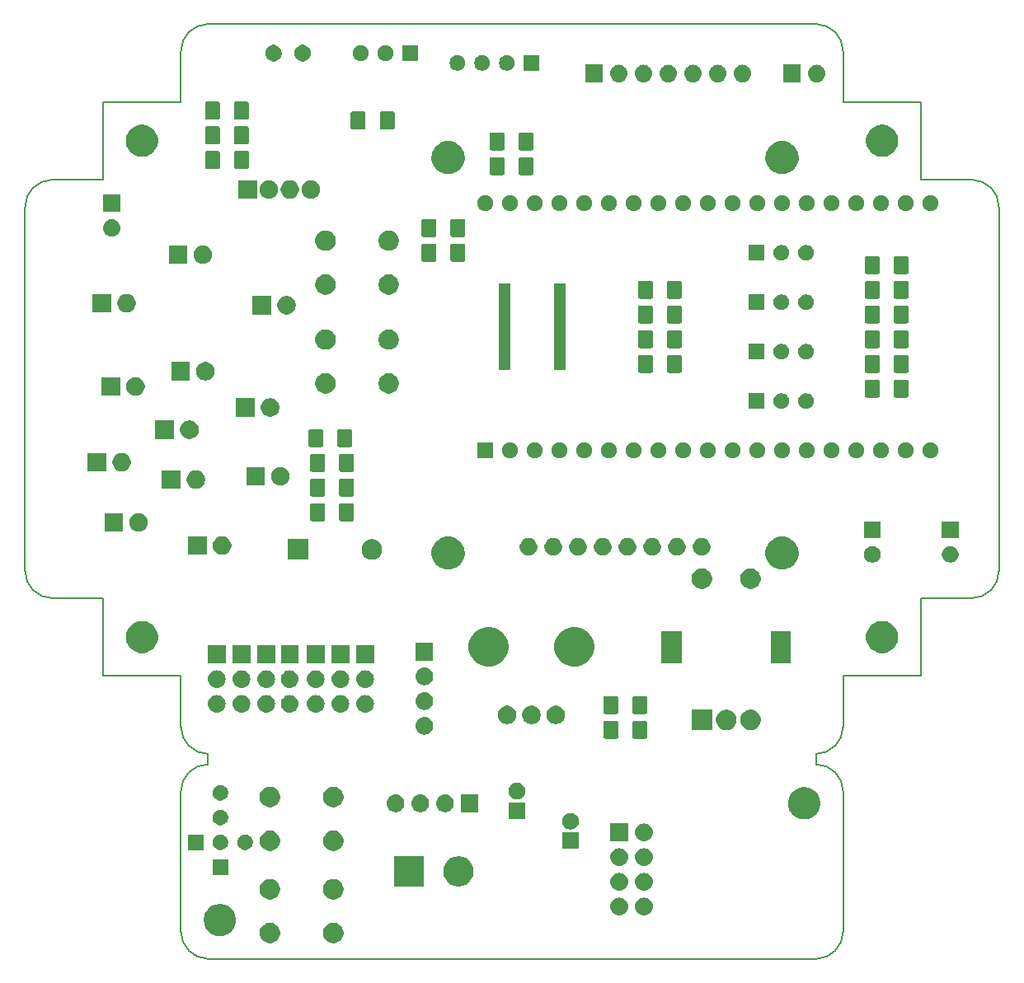
<source format=gbr>
G04 #@! TF.GenerationSoftware,KiCad,Pcbnew,(5.1.2)-1*
G04 #@! TF.CreationDate,2019-07-23T12:13:02+02:00*
G04 #@! TF.ProjectId,production,70726f64-7563-4746-996f-6e2e6b696361,rev?*
G04 #@! TF.SameCoordinates,Original*
G04 #@! TF.FileFunction,Soldermask,Bot*
G04 #@! TF.FilePolarity,Negative*
%FSLAX46Y46*%
G04 Gerber Fmt 4.6, Leading zero omitted, Abs format (unit mm)*
G04 Created by KiCad (PCBNEW (5.1.2)-1) date 2019-07-23 12:13:02*
%MOMM*%
%LPD*%
G04 APERTURE LIST*
%ADD10C,0.150000*%
G04 APERTURE END LIST*
D10*
X45466000Y-97866200D02*
X45466000Y-98933000D01*
X107873800Y-97866200D02*
X107873800Y-98933000D01*
X126669800Y-79070200D02*
G75*
G02X123875800Y-81864200I-2794000J0D01*
G01*
X110667800Y-95072200D02*
G75*
G02X107873800Y-97866200I-2794000J0D01*
G01*
X45466000Y-97866200D02*
G75*
G02X42672000Y-95072200I0J2794000D01*
G01*
X29464000Y-81864200D02*
G75*
G02X26670000Y-79070200I0J2794000D01*
G01*
X26670000Y-41656000D02*
G75*
G02X29464000Y-38862000I2794000J0D01*
G01*
X42672000Y-25654000D02*
G75*
G02X45466000Y-22860000I2794000J0D01*
G01*
X107873800Y-22860000D02*
G75*
G02X110667800Y-25654000I0J-2794000D01*
G01*
X123876000Y-38862000D02*
G75*
G02X126670000Y-41656000I0J-2794000D01*
G01*
X126669800Y-79070200D02*
X126670000Y-41656000D01*
X118670000Y-81860000D02*
X123875800Y-81864200D01*
X118670000Y-89860000D02*
X118670000Y-81860000D01*
X110670000Y-89860000D02*
X118670000Y-89860000D01*
X110667800Y-95072200D02*
X110670000Y-89860000D01*
X42670000Y-89860000D02*
X42672000Y-95072200D01*
X34670000Y-89860000D02*
X42670000Y-89860000D01*
X34670000Y-81860000D02*
X34670000Y-89860000D01*
X29464000Y-81864200D02*
X34670000Y-81860000D01*
X26670000Y-41656000D02*
X26670000Y-79070200D01*
X118670000Y-38860000D02*
X123876000Y-38862000D01*
X118670000Y-30860000D02*
X118670000Y-38860000D01*
X110670000Y-30860000D02*
X118670000Y-30860000D01*
X110667800Y-25654000D02*
X110670000Y-30860000D01*
X45466000Y-22860000D02*
X107873800Y-22860000D01*
X34670000Y-38860000D02*
X29464000Y-38862000D01*
X34670000Y-30860000D02*
X34670000Y-38860000D01*
X42670000Y-30860000D02*
X34670000Y-30860000D01*
X42672000Y-25654000D02*
X42670000Y-30860000D01*
X110667800Y-116128800D02*
G75*
G02X107873800Y-118922800I-2794000J0D01*
G01*
X45466000Y-118922800D02*
G75*
G02X42672000Y-116128800I0J2794000D01*
G01*
X42672000Y-101727000D02*
G75*
G02X45466000Y-98933000I2794000J0D01*
G01*
X107873800Y-98933000D02*
G75*
G02X110667800Y-101727000I0J-2794000D01*
G01*
X42672000Y-116128800D02*
X42672000Y-101727000D01*
X107873800Y-118922800D02*
X45466000Y-118922800D01*
X110667800Y-101727000D02*
X110667800Y-116128800D01*
G36*
X58618564Y-115252389D02*
G01*
X58809833Y-115331615D01*
X58809835Y-115331616D01*
X58981973Y-115446635D01*
X59128365Y-115593027D01*
X59209892Y-115715040D01*
X59243385Y-115765167D01*
X59322611Y-115956436D01*
X59363000Y-116159484D01*
X59363000Y-116366516D01*
X59322611Y-116569564D01*
X59316631Y-116584000D01*
X59243384Y-116760835D01*
X59128365Y-116932973D01*
X58981973Y-117079365D01*
X58809835Y-117194384D01*
X58809834Y-117194385D01*
X58809833Y-117194385D01*
X58618564Y-117273611D01*
X58415516Y-117314000D01*
X58208484Y-117314000D01*
X58005436Y-117273611D01*
X57814167Y-117194385D01*
X57814166Y-117194385D01*
X57814165Y-117194384D01*
X57642027Y-117079365D01*
X57495635Y-116932973D01*
X57380616Y-116760835D01*
X57307369Y-116584000D01*
X57301389Y-116569564D01*
X57261000Y-116366516D01*
X57261000Y-116159484D01*
X57301389Y-115956436D01*
X57380615Y-115765167D01*
X57414109Y-115715040D01*
X57495635Y-115593027D01*
X57642027Y-115446635D01*
X57814165Y-115331616D01*
X57814167Y-115331615D01*
X58005436Y-115252389D01*
X58208484Y-115212000D01*
X58415516Y-115212000D01*
X58618564Y-115252389D01*
X58618564Y-115252389D01*
G37*
G36*
X52118564Y-115252389D02*
G01*
X52309833Y-115331615D01*
X52309835Y-115331616D01*
X52481973Y-115446635D01*
X52628365Y-115593027D01*
X52709892Y-115715040D01*
X52743385Y-115765167D01*
X52822611Y-115956436D01*
X52863000Y-116159484D01*
X52863000Y-116366516D01*
X52822611Y-116569564D01*
X52816631Y-116584000D01*
X52743384Y-116760835D01*
X52628365Y-116932973D01*
X52481973Y-117079365D01*
X52309835Y-117194384D01*
X52309834Y-117194385D01*
X52309833Y-117194385D01*
X52118564Y-117273611D01*
X51915516Y-117314000D01*
X51708484Y-117314000D01*
X51505436Y-117273611D01*
X51314167Y-117194385D01*
X51314166Y-117194385D01*
X51314165Y-117194384D01*
X51142027Y-117079365D01*
X50995635Y-116932973D01*
X50880616Y-116760835D01*
X50807369Y-116584000D01*
X50801389Y-116569564D01*
X50761000Y-116366516D01*
X50761000Y-116159484D01*
X50801389Y-115956436D01*
X50880615Y-115765167D01*
X50914109Y-115715040D01*
X50995635Y-115593027D01*
X51142027Y-115446635D01*
X51314165Y-115331616D01*
X51314167Y-115331615D01*
X51505436Y-115252389D01*
X51708484Y-115212000D01*
X51915516Y-115212000D01*
X52118564Y-115252389D01*
X52118564Y-115252389D01*
G37*
G36*
X47047256Y-113324298D02*
G01*
X47153579Y-113345447D01*
X47454042Y-113469903D01*
X47724451Y-113650585D01*
X47954415Y-113880549D01*
X48135097Y-114150958D01*
X48239111Y-114402069D01*
X48259553Y-114451422D01*
X48323000Y-114770389D01*
X48323000Y-115095611D01*
X48291815Y-115252389D01*
X48259553Y-115414579D01*
X48135097Y-115715042D01*
X47954415Y-115985451D01*
X47724451Y-116215415D01*
X47454042Y-116396097D01*
X47153579Y-116520553D01*
X47047256Y-116541702D01*
X46834611Y-116584000D01*
X46509389Y-116584000D01*
X46296744Y-116541702D01*
X46190421Y-116520553D01*
X45889958Y-116396097D01*
X45619549Y-116215415D01*
X45389585Y-115985451D01*
X45208903Y-115715042D01*
X45084447Y-115414579D01*
X45052185Y-115252389D01*
X45021000Y-115095611D01*
X45021000Y-114770389D01*
X45084447Y-114451422D01*
X45104890Y-114402069D01*
X45208903Y-114150958D01*
X45389585Y-113880549D01*
X45619549Y-113650585D01*
X45889958Y-113469903D01*
X46190421Y-113345447D01*
X46296744Y-113324298D01*
X46509389Y-113282000D01*
X46834611Y-113282000D01*
X47047256Y-113324298D01*
X47047256Y-113324298D01*
G37*
G36*
X87851294Y-112651633D02*
G01*
X88023695Y-112703931D01*
X88182583Y-112788858D01*
X88321849Y-112903151D01*
X88436142Y-113042417D01*
X88521069Y-113201305D01*
X88573367Y-113373706D01*
X88591025Y-113553000D01*
X88573367Y-113732294D01*
X88521069Y-113904695D01*
X88436142Y-114063583D01*
X88321849Y-114202849D01*
X88182583Y-114317142D01*
X88023695Y-114402069D01*
X87851294Y-114454367D01*
X87716931Y-114467600D01*
X87627069Y-114467600D01*
X87492706Y-114454367D01*
X87320305Y-114402069D01*
X87161417Y-114317142D01*
X87022151Y-114202849D01*
X86907858Y-114063583D01*
X86822931Y-113904695D01*
X86770633Y-113732294D01*
X86752975Y-113553000D01*
X86770633Y-113373706D01*
X86822931Y-113201305D01*
X86907858Y-113042417D01*
X87022151Y-112903151D01*
X87161417Y-112788858D01*
X87320305Y-112703931D01*
X87492706Y-112651633D01*
X87627069Y-112638400D01*
X87716931Y-112638400D01*
X87851294Y-112651633D01*
X87851294Y-112651633D01*
G37*
G36*
X90391294Y-112651633D02*
G01*
X90563695Y-112703931D01*
X90722583Y-112788858D01*
X90861849Y-112903151D01*
X90976142Y-113042417D01*
X91061069Y-113201305D01*
X91113367Y-113373706D01*
X91131025Y-113553000D01*
X91113367Y-113732294D01*
X91061069Y-113904695D01*
X90976142Y-114063583D01*
X90861849Y-114202849D01*
X90722583Y-114317142D01*
X90563695Y-114402069D01*
X90391294Y-114454367D01*
X90256931Y-114467600D01*
X90167069Y-114467600D01*
X90032706Y-114454367D01*
X89860305Y-114402069D01*
X89701417Y-114317142D01*
X89562151Y-114202849D01*
X89447858Y-114063583D01*
X89362931Y-113904695D01*
X89310633Y-113732294D01*
X89292975Y-113553000D01*
X89310633Y-113373706D01*
X89362931Y-113201305D01*
X89447858Y-113042417D01*
X89562151Y-112903151D01*
X89701417Y-112788858D01*
X89860305Y-112703931D01*
X90032706Y-112651633D01*
X90167069Y-112638400D01*
X90256931Y-112638400D01*
X90391294Y-112651633D01*
X90391294Y-112651633D01*
G37*
G36*
X58618564Y-110752389D02*
G01*
X58809833Y-110831615D01*
X58809835Y-110831616D01*
X58812964Y-110833707D01*
X58981973Y-110946635D01*
X59128365Y-111093027D01*
X59243385Y-111265167D01*
X59322611Y-111456436D01*
X59363000Y-111659484D01*
X59363000Y-111866516D01*
X59322611Y-112069564D01*
X59243385Y-112260833D01*
X59243384Y-112260835D01*
X59128365Y-112432973D01*
X58981973Y-112579365D01*
X58809835Y-112694384D01*
X58809834Y-112694385D01*
X58809833Y-112694385D01*
X58618564Y-112773611D01*
X58415516Y-112814000D01*
X58208484Y-112814000D01*
X58005436Y-112773611D01*
X57814167Y-112694385D01*
X57814166Y-112694385D01*
X57814165Y-112694384D01*
X57642027Y-112579365D01*
X57495635Y-112432973D01*
X57380616Y-112260835D01*
X57380615Y-112260833D01*
X57301389Y-112069564D01*
X57261000Y-111866516D01*
X57261000Y-111659484D01*
X57301389Y-111456436D01*
X57380615Y-111265167D01*
X57495635Y-111093027D01*
X57642027Y-110946635D01*
X57811036Y-110833707D01*
X57814165Y-110831616D01*
X57814167Y-110831615D01*
X58005436Y-110752389D01*
X58208484Y-110712000D01*
X58415516Y-110712000D01*
X58618564Y-110752389D01*
X58618564Y-110752389D01*
G37*
G36*
X52118564Y-110752389D02*
G01*
X52309833Y-110831615D01*
X52309835Y-110831616D01*
X52312964Y-110833707D01*
X52481973Y-110946635D01*
X52628365Y-111093027D01*
X52743385Y-111265167D01*
X52822611Y-111456436D01*
X52863000Y-111659484D01*
X52863000Y-111866516D01*
X52822611Y-112069564D01*
X52743385Y-112260833D01*
X52743384Y-112260835D01*
X52628365Y-112432973D01*
X52481973Y-112579365D01*
X52309835Y-112694384D01*
X52309834Y-112694385D01*
X52309833Y-112694385D01*
X52118564Y-112773611D01*
X51915516Y-112814000D01*
X51708484Y-112814000D01*
X51505436Y-112773611D01*
X51314167Y-112694385D01*
X51314166Y-112694385D01*
X51314165Y-112694384D01*
X51142027Y-112579365D01*
X50995635Y-112432973D01*
X50880616Y-112260835D01*
X50880615Y-112260833D01*
X50801389Y-112069564D01*
X50761000Y-111866516D01*
X50761000Y-111659484D01*
X50801389Y-111456436D01*
X50880615Y-111265167D01*
X50995635Y-111093027D01*
X51142027Y-110946635D01*
X51311036Y-110833707D01*
X51314165Y-110831616D01*
X51314167Y-110831615D01*
X51505436Y-110752389D01*
X51708484Y-110712000D01*
X51915516Y-110712000D01*
X52118564Y-110752389D01*
X52118564Y-110752389D01*
G37*
G36*
X90391294Y-110111633D02*
G01*
X90563695Y-110163931D01*
X90722583Y-110248858D01*
X90861849Y-110363151D01*
X90976142Y-110502417D01*
X91061069Y-110661305D01*
X91113367Y-110833706D01*
X91131025Y-111013000D01*
X91113367Y-111192294D01*
X91061069Y-111364695D01*
X90976142Y-111523583D01*
X90861849Y-111662849D01*
X90722583Y-111777142D01*
X90563695Y-111862069D01*
X90391294Y-111914367D01*
X90256931Y-111927600D01*
X90167069Y-111927600D01*
X90032706Y-111914367D01*
X89860305Y-111862069D01*
X89701417Y-111777142D01*
X89562151Y-111662849D01*
X89447858Y-111523583D01*
X89362931Y-111364695D01*
X89310633Y-111192294D01*
X89292975Y-111013000D01*
X89310633Y-110833706D01*
X89362931Y-110661305D01*
X89447858Y-110502417D01*
X89562151Y-110363151D01*
X89701417Y-110248858D01*
X89860305Y-110163931D01*
X90032706Y-110111633D01*
X90167069Y-110098400D01*
X90256931Y-110098400D01*
X90391294Y-110111633D01*
X90391294Y-110111633D01*
G37*
G36*
X87851294Y-110111633D02*
G01*
X88023695Y-110163931D01*
X88182583Y-110248858D01*
X88321849Y-110363151D01*
X88436142Y-110502417D01*
X88521069Y-110661305D01*
X88573367Y-110833706D01*
X88591025Y-111013000D01*
X88573367Y-111192294D01*
X88521069Y-111364695D01*
X88436142Y-111523583D01*
X88321849Y-111662849D01*
X88182583Y-111777142D01*
X88023695Y-111862069D01*
X87851294Y-111914367D01*
X87716931Y-111927600D01*
X87627069Y-111927600D01*
X87492706Y-111914367D01*
X87320305Y-111862069D01*
X87161417Y-111777142D01*
X87022151Y-111662849D01*
X86907858Y-111523583D01*
X86822931Y-111364695D01*
X86770633Y-111192294D01*
X86752975Y-111013000D01*
X86770633Y-110833706D01*
X86822931Y-110661305D01*
X86907858Y-110502417D01*
X87022151Y-110363151D01*
X87161417Y-110248858D01*
X87320305Y-110163931D01*
X87492706Y-110111633D01*
X87627069Y-110098400D01*
X87716931Y-110098400D01*
X87851294Y-110111633D01*
X87851294Y-110111633D01*
G37*
G36*
X71474585Y-108411802D02*
G01*
X71624410Y-108441604D01*
X71906674Y-108558521D01*
X72160705Y-108728259D01*
X72376741Y-108944295D01*
X72546479Y-109198326D01*
X72619397Y-109374367D01*
X72663396Y-109480591D01*
X72723000Y-109780239D01*
X72723000Y-110085761D01*
X72707451Y-110163931D01*
X72663396Y-110385410D01*
X72546479Y-110667674D01*
X72376741Y-110921705D01*
X72160705Y-111137741D01*
X71906674Y-111307479D01*
X71624410Y-111424396D01*
X71474585Y-111454198D01*
X71324761Y-111484000D01*
X71019239Y-111484000D01*
X70869415Y-111454198D01*
X70719590Y-111424396D01*
X70437326Y-111307479D01*
X70183295Y-111137741D01*
X69967259Y-110921705D01*
X69797521Y-110667674D01*
X69680604Y-110385410D01*
X69636549Y-110163931D01*
X69621000Y-110085761D01*
X69621000Y-109780239D01*
X69680604Y-109480591D01*
X69724603Y-109374367D01*
X69797521Y-109198326D01*
X69967259Y-108944295D01*
X70183295Y-108728259D01*
X70437326Y-108558521D01*
X70719590Y-108441604D01*
X70869415Y-108411802D01*
X71019239Y-108382000D01*
X71324761Y-108382000D01*
X71474585Y-108411802D01*
X71474585Y-108411802D01*
G37*
G36*
X67643000Y-111484000D02*
G01*
X64541000Y-111484000D01*
X64541000Y-108382000D01*
X67643000Y-108382000D01*
X67643000Y-111484000D01*
X67643000Y-111484000D01*
G37*
G36*
X47513000Y-110274000D02*
G01*
X45911000Y-110274000D01*
X45911000Y-108672000D01*
X47513000Y-108672000D01*
X47513000Y-110274000D01*
X47513000Y-110274000D01*
G37*
G36*
X87851294Y-107571633D02*
G01*
X88023695Y-107623931D01*
X88182583Y-107708858D01*
X88321849Y-107823151D01*
X88436142Y-107962417D01*
X88521069Y-108121305D01*
X88573367Y-108293706D01*
X88591025Y-108473000D01*
X88573367Y-108652294D01*
X88521069Y-108824695D01*
X88436142Y-108983583D01*
X88321849Y-109122849D01*
X88182583Y-109237142D01*
X88023695Y-109322069D01*
X87851294Y-109374367D01*
X87716931Y-109387600D01*
X87627069Y-109387600D01*
X87492706Y-109374367D01*
X87320305Y-109322069D01*
X87161417Y-109237142D01*
X87022151Y-109122849D01*
X86907858Y-108983583D01*
X86822931Y-108824695D01*
X86770633Y-108652294D01*
X86752975Y-108473000D01*
X86770633Y-108293706D01*
X86822931Y-108121305D01*
X86907858Y-107962417D01*
X87022151Y-107823151D01*
X87161417Y-107708858D01*
X87320305Y-107623931D01*
X87492706Y-107571633D01*
X87627069Y-107558400D01*
X87716931Y-107558400D01*
X87851294Y-107571633D01*
X87851294Y-107571633D01*
G37*
G36*
X90391294Y-107571633D02*
G01*
X90563695Y-107623931D01*
X90722583Y-107708858D01*
X90861849Y-107823151D01*
X90976142Y-107962417D01*
X91061069Y-108121305D01*
X91113367Y-108293706D01*
X91131025Y-108473000D01*
X91113367Y-108652294D01*
X91061069Y-108824695D01*
X90976142Y-108983583D01*
X90861849Y-109122849D01*
X90722583Y-109237142D01*
X90563695Y-109322069D01*
X90391294Y-109374367D01*
X90256931Y-109387600D01*
X90167069Y-109387600D01*
X90032706Y-109374367D01*
X89860305Y-109322069D01*
X89701417Y-109237142D01*
X89562151Y-109122849D01*
X89447858Y-108983583D01*
X89362931Y-108824695D01*
X89310633Y-108652294D01*
X89292975Y-108473000D01*
X89310633Y-108293706D01*
X89362931Y-108121305D01*
X89447858Y-107962417D01*
X89562151Y-107823151D01*
X89701417Y-107708858D01*
X89860305Y-107623931D01*
X90032706Y-107571633D01*
X90167069Y-107558400D01*
X90256931Y-107558400D01*
X90391294Y-107571633D01*
X90391294Y-107571633D01*
G37*
G36*
X58618564Y-105782389D02*
G01*
X58809833Y-105861615D01*
X58809835Y-105861616D01*
X58981973Y-105976635D01*
X59128365Y-106123027D01*
X59243385Y-106295167D01*
X59322611Y-106486436D01*
X59363000Y-106689484D01*
X59363000Y-106896516D01*
X59322611Y-107099564D01*
X59294826Y-107166642D01*
X59243384Y-107290835D01*
X59128365Y-107462973D01*
X58981973Y-107609365D01*
X58809835Y-107724384D01*
X58809834Y-107724385D01*
X58809833Y-107724385D01*
X58618564Y-107803611D01*
X58415516Y-107844000D01*
X58208484Y-107844000D01*
X58005436Y-107803611D01*
X57814167Y-107724385D01*
X57814166Y-107724385D01*
X57814165Y-107724384D01*
X57642027Y-107609365D01*
X57495635Y-107462973D01*
X57380616Y-107290835D01*
X57329174Y-107166642D01*
X57301389Y-107099564D01*
X57261000Y-106896516D01*
X57261000Y-106689484D01*
X57301389Y-106486436D01*
X57380615Y-106295167D01*
X57495635Y-106123027D01*
X57642027Y-105976635D01*
X57814165Y-105861616D01*
X57814167Y-105861615D01*
X58005436Y-105782389D01*
X58208484Y-105742000D01*
X58415516Y-105742000D01*
X58618564Y-105782389D01*
X58618564Y-105782389D01*
G37*
G36*
X52118564Y-105782389D02*
G01*
X52309833Y-105861615D01*
X52309835Y-105861616D01*
X52481973Y-105976635D01*
X52628365Y-106123027D01*
X52743385Y-106295167D01*
X52822611Y-106486436D01*
X52863000Y-106689484D01*
X52863000Y-106896516D01*
X52822611Y-107099564D01*
X52794826Y-107166642D01*
X52743384Y-107290835D01*
X52628365Y-107462973D01*
X52481973Y-107609365D01*
X52309835Y-107724384D01*
X52309834Y-107724385D01*
X52309833Y-107724385D01*
X52118564Y-107803611D01*
X51915516Y-107844000D01*
X51708484Y-107844000D01*
X51505436Y-107803611D01*
X51314167Y-107724385D01*
X51314166Y-107724385D01*
X51314165Y-107724384D01*
X51142027Y-107609365D01*
X50995635Y-107462973D01*
X50880616Y-107290835D01*
X50829174Y-107166642D01*
X50801389Y-107099564D01*
X50761000Y-106896516D01*
X50761000Y-106689484D01*
X50801389Y-106486436D01*
X50880615Y-106295167D01*
X50995635Y-106123027D01*
X51142027Y-105976635D01*
X51314165Y-105861616D01*
X51314167Y-105861615D01*
X51505436Y-105782389D01*
X51708484Y-105742000D01*
X51915516Y-105742000D01*
X52118564Y-105782389D01*
X52118564Y-105782389D01*
G37*
G36*
X46945642Y-106162781D02*
G01*
X47091414Y-106223162D01*
X47091416Y-106223163D01*
X47222608Y-106310822D01*
X47334178Y-106422392D01*
X47376970Y-106486436D01*
X47421838Y-106553586D01*
X47482219Y-106699358D01*
X47513000Y-106854107D01*
X47513000Y-107011893D01*
X47482219Y-107166642D01*
X47430777Y-107290833D01*
X47421837Y-107312416D01*
X47334178Y-107443608D01*
X47222608Y-107555178D01*
X47091416Y-107642837D01*
X47091415Y-107642838D01*
X47091414Y-107642838D01*
X46945642Y-107703219D01*
X46790893Y-107734000D01*
X46633107Y-107734000D01*
X46478358Y-107703219D01*
X46332586Y-107642838D01*
X46332585Y-107642838D01*
X46332584Y-107642837D01*
X46201392Y-107555178D01*
X46089822Y-107443608D01*
X46002163Y-107312416D01*
X45993223Y-107290833D01*
X45941781Y-107166642D01*
X45911000Y-107011893D01*
X45911000Y-106854107D01*
X45941781Y-106699358D01*
X46002162Y-106553586D01*
X46047030Y-106486436D01*
X46089822Y-106422392D01*
X46201392Y-106310822D01*
X46332584Y-106223163D01*
X46332586Y-106223162D01*
X46478358Y-106162781D01*
X46633107Y-106132000D01*
X46790893Y-106132000D01*
X46945642Y-106162781D01*
X46945642Y-106162781D01*
G37*
G36*
X44973000Y-107734000D02*
G01*
X43371000Y-107734000D01*
X43371000Y-106132000D01*
X44973000Y-106132000D01*
X44973000Y-107734000D01*
X44973000Y-107734000D01*
G37*
G36*
X49485642Y-106162781D02*
G01*
X49631414Y-106223162D01*
X49631416Y-106223163D01*
X49762608Y-106310822D01*
X49874178Y-106422392D01*
X49916970Y-106486436D01*
X49961838Y-106553586D01*
X50022219Y-106699358D01*
X50053000Y-106854107D01*
X50053000Y-107011893D01*
X50022219Y-107166642D01*
X49970777Y-107290833D01*
X49961837Y-107312416D01*
X49874178Y-107443608D01*
X49762608Y-107555178D01*
X49631416Y-107642837D01*
X49631415Y-107642838D01*
X49631414Y-107642838D01*
X49485642Y-107703219D01*
X49330893Y-107734000D01*
X49173107Y-107734000D01*
X49018358Y-107703219D01*
X48872586Y-107642838D01*
X48872585Y-107642838D01*
X48872584Y-107642837D01*
X48741392Y-107555178D01*
X48629822Y-107443608D01*
X48542163Y-107312416D01*
X48533223Y-107290833D01*
X48481781Y-107166642D01*
X48451000Y-107011893D01*
X48451000Y-106854107D01*
X48481781Y-106699358D01*
X48542162Y-106553586D01*
X48587030Y-106486436D01*
X48629822Y-106422392D01*
X48741392Y-106310822D01*
X48872584Y-106223163D01*
X48872586Y-106223162D01*
X49018358Y-106162781D01*
X49173107Y-106132000D01*
X49330893Y-106132000D01*
X49485642Y-106162781D01*
X49485642Y-106162781D01*
G37*
G36*
X83523000Y-107632600D02*
G01*
X81821000Y-107632600D01*
X81821000Y-105930600D01*
X83523000Y-105930600D01*
X83523000Y-107632600D01*
X83523000Y-107632600D01*
G37*
G36*
X88586600Y-106847600D02*
G01*
X86757400Y-106847600D01*
X86757400Y-105018400D01*
X88586600Y-105018400D01*
X88586600Y-106847600D01*
X88586600Y-106847600D01*
G37*
G36*
X90391294Y-105031633D02*
G01*
X90563695Y-105083931D01*
X90722583Y-105168858D01*
X90861849Y-105283151D01*
X90976142Y-105422417D01*
X91061069Y-105581305D01*
X91113367Y-105753706D01*
X91131025Y-105933000D01*
X91113367Y-106112294D01*
X91061069Y-106284695D01*
X90976142Y-106443583D01*
X90861849Y-106582849D01*
X90722583Y-106697142D01*
X90563695Y-106782069D01*
X90391294Y-106834367D01*
X90256931Y-106847600D01*
X90167069Y-106847600D01*
X90032706Y-106834367D01*
X89860305Y-106782069D01*
X89701417Y-106697142D01*
X89562151Y-106582849D01*
X89447858Y-106443583D01*
X89362931Y-106284695D01*
X89310633Y-106112294D01*
X89292975Y-105933000D01*
X89310633Y-105753706D01*
X89362931Y-105581305D01*
X89447858Y-105422417D01*
X89562151Y-105283151D01*
X89701417Y-105168858D01*
X89860305Y-105083931D01*
X90032706Y-105031633D01*
X90167069Y-105018400D01*
X90256931Y-105018400D01*
X90391294Y-105031633D01*
X90391294Y-105031633D01*
G37*
G36*
X82920228Y-103963303D02*
G01*
X83075100Y-104027453D01*
X83214481Y-104120585D01*
X83333015Y-104239119D01*
X83426147Y-104378500D01*
X83490297Y-104533372D01*
X83523000Y-104697784D01*
X83523000Y-104865416D01*
X83490297Y-105029828D01*
X83426147Y-105184700D01*
X83333015Y-105324081D01*
X83214481Y-105442615D01*
X83075100Y-105535747D01*
X82920228Y-105599897D01*
X82755816Y-105632600D01*
X82588184Y-105632600D01*
X82423772Y-105599897D01*
X82268900Y-105535747D01*
X82129519Y-105442615D01*
X82010985Y-105324081D01*
X81917853Y-105184700D01*
X81853703Y-105029828D01*
X81821000Y-104865416D01*
X81821000Y-104697784D01*
X81853703Y-104533372D01*
X81917853Y-104378500D01*
X82010985Y-104239119D01*
X82129519Y-104120585D01*
X82268900Y-104027453D01*
X82423772Y-103963303D01*
X82588184Y-103930600D01*
X82755816Y-103930600D01*
X82920228Y-103963303D01*
X82920228Y-103963303D01*
G37*
G36*
X46945642Y-103622781D02*
G01*
X47091414Y-103683162D01*
X47091416Y-103683163D01*
X47222608Y-103770822D01*
X47334178Y-103882392D01*
X47403038Y-103985449D01*
X47421838Y-104013586D01*
X47482219Y-104159358D01*
X47513000Y-104314107D01*
X47513000Y-104471893D01*
X47482219Y-104626642D01*
X47452751Y-104697784D01*
X47421837Y-104772416D01*
X47334178Y-104903608D01*
X47222608Y-105015178D01*
X47091416Y-105102837D01*
X47091415Y-105102838D01*
X47091414Y-105102838D01*
X46945642Y-105163219D01*
X46790893Y-105194000D01*
X46633107Y-105194000D01*
X46478358Y-105163219D01*
X46332586Y-105102838D01*
X46332585Y-105102838D01*
X46332584Y-105102837D01*
X46201392Y-105015178D01*
X46089822Y-104903608D01*
X46002163Y-104772416D01*
X45971249Y-104697784D01*
X45941781Y-104626642D01*
X45911000Y-104471893D01*
X45911000Y-104314107D01*
X45941781Y-104159358D01*
X46002162Y-104013586D01*
X46020962Y-103985449D01*
X46089822Y-103882392D01*
X46201392Y-103770822D01*
X46332584Y-103683163D01*
X46332586Y-103683162D01*
X46478358Y-103622781D01*
X46633107Y-103592000D01*
X46790893Y-103592000D01*
X46945642Y-103622781D01*
X46945642Y-103622781D01*
G37*
G36*
X107047256Y-101324298D02*
G01*
X107153579Y-101345447D01*
X107454042Y-101469903D01*
X107724451Y-101650585D01*
X107954415Y-101880549D01*
X108135097Y-102150958D01*
X108259553Y-102451421D01*
X108269434Y-102501095D01*
X108323000Y-102770389D01*
X108323000Y-103095611D01*
X108284439Y-103289468D01*
X108259553Y-103414579D01*
X108189714Y-103583185D01*
X108143077Y-103695778D01*
X108135097Y-103715042D01*
X107954415Y-103985451D01*
X107724451Y-104215415D01*
X107454042Y-104396097D01*
X107153579Y-104520553D01*
X107047256Y-104541702D01*
X106834611Y-104584000D01*
X106509389Y-104584000D01*
X106296744Y-104541702D01*
X106190421Y-104520553D01*
X105889958Y-104396097D01*
X105619549Y-104215415D01*
X105389585Y-103985451D01*
X105208903Y-103715042D01*
X105200924Y-103695778D01*
X105154286Y-103583185D01*
X105084447Y-103414579D01*
X105059561Y-103289468D01*
X105021000Y-103095611D01*
X105021000Y-102770389D01*
X105074566Y-102501095D01*
X105084447Y-102451421D01*
X105208903Y-102150958D01*
X105389585Y-101880549D01*
X105619549Y-101650585D01*
X105889958Y-101469903D01*
X106190421Y-101345447D01*
X106296744Y-101324298D01*
X106509389Y-101282000D01*
X106834611Y-101282000D01*
X107047256Y-101324298D01*
X107047256Y-101324298D01*
G37*
G36*
X78016200Y-104533800D02*
G01*
X76314200Y-104533800D01*
X76314200Y-102831800D01*
X78016200Y-102831800D01*
X78016200Y-104533800D01*
X78016200Y-104533800D01*
G37*
G36*
X69892442Y-102048518D02*
G01*
X69958627Y-102055037D01*
X70128466Y-102106557D01*
X70284991Y-102190222D01*
X70320729Y-102219552D01*
X70422186Y-102302814D01*
X70499082Y-102396514D01*
X70534778Y-102440009D01*
X70618443Y-102596534D01*
X70669963Y-102766373D01*
X70687359Y-102943000D01*
X70669963Y-103119627D01*
X70618443Y-103289466D01*
X70534778Y-103445991D01*
X70505448Y-103481729D01*
X70422186Y-103583186D01*
X70320729Y-103666448D01*
X70284991Y-103695778D01*
X70128466Y-103779443D01*
X69958627Y-103830963D01*
X69892443Y-103837481D01*
X69826260Y-103844000D01*
X69737740Y-103844000D01*
X69671557Y-103837481D01*
X69605373Y-103830963D01*
X69435534Y-103779443D01*
X69279009Y-103695778D01*
X69243271Y-103666448D01*
X69141814Y-103583186D01*
X69058552Y-103481729D01*
X69029222Y-103445991D01*
X68945557Y-103289466D01*
X68894037Y-103119627D01*
X68876641Y-102943000D01*
X68894037Y-102766373D01*
X68945557Y-102596534D01*
X69029222Y-102440009D01*
X69064918Y-102396514D01*
X69141814Y-102302814D01*
X69243271Y-102219552D01*
X69279009Y-102190222D01*
X69435534Y-102106557D01*
X69605373Y-102055037D01*
X69671557Y-102048519D01*
X69737740Y-102042000D01*
X69826260Y-102042000D01*
X69892442Y-102048518D01*
X69892442Y-102048518D01*
G37*
G36*
X73223000Y-103844000D02*
G01*
X71421000Y-103844000D01*
X71421000Y-102042000D01*
X73223000Y-102042000D01*
X73223000Y-103844000D01*
X73223000Y-103844000D01*
G37*
G36*
X67352442Y-102048518D02*
G01*
X67418627Y-102055037D01*
X67588466Y-102106557D01*
X67744991Y-102190222D01*
X67780729Y-102219552D01*
X67882186Y-102302814D01*
X67959082Y-102396514D01*
X67994778Y-102440009D01*
X68078443Y-102596534D01*
X68129963Y-102766373D01*
X68147359Y-102943000D01*
X68129963Y-103119627D01*
X68078443Y-103289466D01*
X67994778Y-103445991D01*
X67965448Y-103481729D01*
X67882186Y-103583186D01*
X67780729Y-103666448D01*
X67744991Y-103695778D01*
X67588466Y-103779443D01*
X67418627Y-103830963D01*
X67352443Y-103837481D01*
X67286260Y-103844000D01*
X67197740Y-103844000D01*
X67131557Y-103837481D01*
X67065373Y-103830963D01*
X66895534Y-103779443D01*
X66739009Y-103695778D01*
X66703271Y-103666448D01*
X66601814Y-103583186D01*
X66518552Y-103481729D01*
X66489222Y-103445991D01*
X66405557Y-103289466D01*
X66354037Y-103119627D01*
X66336641Y-102943000D01*
X66354037Y-102766373D01*
X66405557Y-102596534D01*
X66489222Y-102440009D01*
X66524918Y-102396514D01*
X66601814Y-102302814D01*
X66703271Y-102219552D01*
X66739009Y-102190222D01*
X66895534Y-102106557D01*
X67065373Y-102055037D01*
X67131557Y-102048519D01*
X67197740Y-102042000D01*
X67286260Y-102042000D01*
X67352442Y-102048518D01*
X67352442Y-102048518D01*
G37*
G36*
X64812442Y-102048518D02*
G01*
X64878627Y-102055037D01*
X65048466Y-102106557D01*
X65204991Y-102190222D01*
X65240729Y-102219552D01*
X65342186Y-102302814D01*
X65419082Y-102396514D01*
X65454778Y-102440009D01*
X65538443Y-102596534D01*
X65589963Y-102766373D01*
X65607359Y-102943000D01*
X65589963Y-103119627D01*
X65538443Y-103289466D01*
X65454778Y-103445991D01*
X65425448Y-103481729D01*
X65342186Y-103583186D01*
X65240729Y-103666448D01*
X65204991Y-103695778D01*
X65048466Y-103779443D01*
X64878627Y-103830963D01*
X64812443Y-103837481D01*
X64746260Y-103844000D01*
X64657740Y-103844000D01*
X64591557Y-103837481D01*
X64525373Y-103830963D01*
X64355534Y-103779443D01*
X64199009Y-103695778D01*
X64163271Y-103666448D01*
X64061814Y-103583186D01*
X63978552Y-103481729D01*
X63949222Y-103445991D01*
X63865557Y-103289466D01*
X63814037Y-103119627D01*
X63796641Y-102943000D01*
X63814037Y-102766373D01*
X63865557Y-102596534D01*
X63949222Y-102440009D01*
X63984918Y-102396514D01*
X64061814Y-102302814D01*
X64163271Y-102219552D01*
X64199009Y-102190222D01*
X64355534Y-102106557D01*
X64525373Y-102055037D01*
X64591557Y-102048519D01*
X64657740Y-102042000D01*
X64746260Y-102042000D01*
X64812442Y-102048518D01*
X64812442Y-102048518D01*
G37*
G36*
X52118564Y-101282389D02*
G01*
X52309833Y-101361615D01*
X52309835Y-101361616D01*
X52419020Y-101434571D01*
X52481973Y-101476635D01*
X52628365Y-101623027D01*
X52743385Y-101795167D01*
X52822611Y-101986436D01*
X52863000Y-102189484D01*
X52863000Y-102396516D01*
X52822611Y-102599564D01*
X52753516Y-102766375D01*
X52743384Y-102790835D01*
X52628365Y-102962973D01*
X52481973Y-103109365D01*
X52309835Y-103224384D01*
X52309834Y-103224385D01*
X52309833Y-103224385D01*
X52118564Y-103303611D01*
X51915516Y-103344000D01*
X51708484Y-103344000D01*
X51505436Y-103303611D01*
X51314167Y-103224385D01*
X51314166Y-103224385D01*
X51314165Y-103224384D01*
X51142027Y-103109365D01*
X50995635Y-102962973D01*
X50880616Y-102790835D01*
X50870484Y-102766375D01*
X50801389Y-102599564D01*
X50761000Y-102396516D01*
X50761000Y-102189484D01*
X50801389Y-101986436D01*
X50880615Y-101795167D01*
X50995635Y-101623027D01*
X51142027Y-101476635D01*
X51204980Y-101434571D01*
X51314165Y-101361616D01*
X51314167Y-101361615D01*
X51505436Y-101282389D01*
X51708484Y-101242000D01*
X51915516Y-101242000D01*
X52118564Y-101282389D01*
X52118564Y-101282389D01*
G37*
G36*
X58618564Y-101282389D02*
G01*
X58809833Y-101361615D01*
X58809835Y-101361616D01*
X58919020Y-101434571D01*
X58981973Y-101476635D01*
X59128365Y-101623027D01*
X59243385Y-101795167D01*
X59322611Y-101986436D01*
X59363000Y-102189484D01*
X59363000Y-102396516D01*
X59322611Y-102599564D01*
X59253516Y-102766375D01*
X59243384Y-102790835D01*
X59128365Y-102962973D01*
X58981973Y-103109365D01*
X58809835Y-103224384D01*
X58809834Y-103224385D01*
X58809833Y-103224385D01*
X58618564Y-103303611D01*
X58415516Y-103344000D01*
X58208484Y-103344000D01*
X58005436Y-103303611D01*
X57814167Y-103224385D01*
X57814166Y-103224385D01*
X57814165Y-103224384D01*
X57642027Y-103109365D01*
X57495635Y-102962973D01*
X57380616Y-102790835D01*
X57370484Y-102766375D01*
X57301389Y-102599564D01*
X57261000Y-102396516D01*
X57261000Y-102189484D01*
X57301389Y-101986436D01*
X57380615Y-101795167D01*
X57495635Y-101623027D01*
X57642027Y-101476635D01*
X57704980Y-101434571D01*
X57814165Y-101361616D01*
X57814167Y-101361615D01*
X58005436Y-101282389D01*
X58208484Y-101242000D01*
X58415516Y-101242000D01*
X58618564Y-101282389D01*
X58618564Y-101282389D01*
G37*
G36*
X46945642Y-101082781D02*
G01*
X47091414Y-101143162D01*
X47091416Y-101143163D01*
X47222608Y-101230822D01*
X47334178Y-101342392D01*
X47419377Y-101469903D01*
X47421838Y-101473586D01*
X47482219Y-101619358D01*
X47513000Y-101774107D01*
X47513000Y-101931893D01*
X47482219Y-102086642D01*
X47421838Y-102232414D01*
X47421837Y-102232416D01*
X47334178Y-102363608D01*
X47222608Y-102475178D01*
X47091416Y-102562837D01*
X47091415Y-102562838D01*
X47091414Y-102562838D01*
X46945642Y-102623219D01*
X46790893Y-102654000D01*
X46633107Y-102654000D01*
X46478358Y-102623219D01*
X46332586Y-102562838D01*
X46332585Y-102562838D01*
X46332584Y-102562837D01*
X46201392Y-102475178D01*
X46089822Y-102363608D01*
X46002163Y-102232416D01*
X46002162Y-102232414D01*
X45941781Y-102086642D01*
X45911000Y-101931893D01*
X45911000Y-101774107D01*
X45941781Y-101619358D01*
X46002162Y-101473586D01*
X46004623Y-101469903D01*
X46089822Y-101342392D01*
X46201392Y-101230822D01*
X46332584Y-101143163D01*
X46332586Y-101143162D01*
X46478358Y-101082781D01*
X46633107Y-101052000D01*
X46790893Y-101052000D01*
X46945642Y-101082781D01*
X46945642Y-101082781D01*
G37*
G36*
X77413428Y-100864503D02*
G01*
X77568300Y-100928653D01*
X77707681Y-101021785D01*
X77826215Y-101140319D01*
X77919347Y-101279700D01*
X77983497Y-101434572D01*
X78016200Y-101598984D01*
X78016200Y-101766616D01*
X77983497Y-101931028D01*
X77919347Y-102085900D01*
X77826215Y-102225281D01*
X77707681Y-102343815D01*
X77568300Y-102436947D01*
X77413428Y-102501097D01*
X77249016Y-102533800D01*
X77081384Y-102533800D01*
X76916972Y-102501097D01*
X76762100Y-102436947D01*
X76622719Y-102343815D01*
X76504185Y-102225281D01*
X76411053Y-102085900D01*
X76346903Y-101931028D01*
X76314200Y-101766616D01*
X76314200Y-101598984D01*
X76346903Y-101434572D01*
X76411053Y-101279700D01*
X76504185Y-101140319D01*
X76622719Y-101021785D01*
X76762100Y-100928653D01*
X76916972Y-100864503D01*
X77081384Y-100831800D01*
X77249016Y-100831800D01*
X77413428Y-100864503D01*
X77413428Y-100864503D01*
G37*
G36*
X90400062Y-94455181D02*
G01*
X90434981Y-94465774D01*
X90467163Y-94482976D01*
X90495373Y-94506127D01*
X90518524Y-94534337D01*
X90535726Y-94566519D01*
X90546319Y-94601438D01*
X90550500Y-94643895D01*
X90550500Y-96110105D01*
X90546319Y-96152562D01*
X90535726Y-96187481D01*
X90518524Y-96219663D01*
X90495373Y-96247873D01*
X90467163Y-96271024D01*
X90434981Y-96288226D01*
X90400062Y-96298819D01*
X90357605Y-96303000D01*
X89216395Y-96303000D01*
X89173938Y-96298819D01*
X89139019Y-96288226D01*
X89106837Y-96271024D01*
X89078627Y-96247873D01*
X89055476Y-96219663D01*
X89038274Y-96187481D01*
X89027681Y-96152562D01*
X89023500Y-96110105D01*
X89023500Y-94643895D01*
X89027681Y-94601438D01*
X89038274Y-94566519D01*
X89055476Y-94534337D01*
X89078627Y-94506127D01*
X89106837Y-94482976D01*
X89139019Y-94465774D01*
X89173938Y-94455181D01*
X89216395Y-94451000D01*
X90357605Y-94451000D01*
X90400062Y-94455181D01*
X90400062Y-94455181D01*
G37*
G36*
X87425062Y-94455181D02*
G01*
X87459981Y-94465774D01*
X87492163Y-94482976D01*
X87520373Y-94506127D01*
X87543524Y-94534337D01*
X87560726Y-94566519D01*
X87571319Y-94601438D01*
X87575500Y-94643895D01*
X87575500Y-96110105D01*
X87571319Y-96152562D01*
X87560726Y-96187481D01*
X87543524Y-96219663D01*
X87520373Y-96247873D01*
X87492163Y-96271024D01*
X87459981Y-96288226D01*
X87425062Y-96298819D01*
X87382605Y-96303000D01*
X86241395Y-96303000D01*
X86198938Y-96298819D01*
X86164019Y-96288226D01*
X86131837Y-96271024D01*
X86103627Y-96247873D01*
X86080476Y-96219663D01*
X86063274Y-96187481D01*
X86052681Y-96152562D01*
X86048500Y-96110105D01*
X86048500Y-94643895D01*
X86052681Y-94601438D01*
X86063274Y-94566519D01*
X86080476Y-94534337D01*
X86103627Y-94506127D01*
X86131837Y-94482976D01*
X86164019Y-94465774D01*
X86198938Y-94455181D01*
X86241395Y-94451000D01*
X87382605Y-94451000D01*
X87425062Y-94455181D01*
X87425062Y-94455181D01*
G37*
G36*
X67780442Y-94085518D02*
G01*
X67846627Y-94092037D01*
X68016466Y-94143557D01*
X68172991Y-94227222D01*
X68208647Y-94256484D01*
X68310186Y-94339814D01*
X68393448Y-94441271D01*
X68422778Y-94477009D01*
X68506443Y-94633534D01*
X68557963Y-94803373D01*
X68575359Y-94980000D01*
X68557963Y-95156627D01*
X68506443Y-95326466D01*
X68422778Y-95482991D01*
X68393448Y-95518729D01*
X68310186Y-95620186D01*
X68208729Y-95703448D01*
X68172991Y-95732778D01*
X68016466Y-95816443D01*
X67846627Y-95867963D01*
X67780443Y-95874481D01*
X67714260Y-95881000D01*
X67625740Y-95881000D01*
X67559557Y-95874481D01*
X67493373Y-95867963D01*
X67323534Y-95816443D01*
X67167009Y-95732778D01*
X67131271Y-95703448D01*
X67029814Y-95620186D01*
X66946552Y-95518729D01*
X66917222Y-95482991D01*
X66833557Y-95326466D01*
X66782037Y-95156627D01*
X66764641Y-94980000D01*
X66782037Y-94803373D01*
X66833557Y-94633534D01*
X66917222Y-94477009D01*
X66946552Y-94441271D01*
X67029814Y-94339814D01*
X67131353Y-94256484D01*
X67167009Y-94227222D01*
X67323534Y-94143557D01*
X67493373Y-94092037D01*
X67559558Y-94085518D01*
X67625740Y-94079000D01*
X67714260Y-94079000D01*
X67780442Y-94085518D01*
X67780442Y-94085518D01*
G37*
G36*
X101476564Y-93349389D02*
G01*
X101621767Y-93409534D01*
X101667835Y-93428616D01*
X101839973Y-93543635D01*
X101986365Y-93690027D01*
X102021499Y-93742608D01*
X102101385Y-93862167D01*
X102180611Y-94053436D01*
X102221000Y-94256484D01*
X102221000Y-94463516D01*
X102180611Y-94666564D01*
X102123943Y-94803373D01*
X102101384Y-94857835D01*
X101986365Y-95029973D01*
X101839973Y-95176365D01*
X101667835Y-95291384D01*
X101667834Y-95291385D01*
X101667833Y-95291385D01*
X101476564Y-95370611D01*
X101273516Y-95411000D01*
X101066484Y-95411000D01*
X100863436Y-95370611D01*
X100672167Y-95291385D01*
X100672166Y-95291385D01*
X100672165Y-95291384D01*
X100500027Y-95176365D01*
X100353635Y-95029973D01*
X100238616Y-94857835D01*
X100216057Y-94803373D01*
X100159389Y-94666564D01*
X100119000Y-94463516D01*
X100119000Y-94256484D01*
X100159389Y-94053436D01*
X100238615Y-93862167D01*
X100318502Y-93742608D01*
X100353635Y-93690027D01*
X100500027Y-93543635D01*
X100672165Y-93428616D01*
X100718233Y-93409534D01*
X100863436Y-93349389D01*
X101066484Y-93309000D01*
X101273516Y-93309000D01*
X101476564Y-93349389D01*
X101476564Y-93349389D01*
G37*
G36*
X97221000Y-95411000D02*
G01*
X95119000Y-95411000D01*
X95119000Y-93309000D01*
X97221000Y-93309000D01*
X97221000Y-95411000D01*
X97221000Y-95411000D01*
G37*
G36*
X98976564Y-93349389D02*
G01*
X99121767Y-93409534D01*
X99167835Y-93428616D01*
X99339973Y-93543635D01*
X99486365Y-93690027D01*
X99521499Y-93742608D01*
X99601385Y-93862167D01*
X99680611Y-94053436D01*
X99721000Y-94256484D01*
X99721000Y-94463516D01*
X99680611Y-94666564D01*
X99623943Y-94803373D01*
X99601384Y-94857835D01*
X99486365Y-95029973D01*
X99339973Y-95176365D01*
X99167835Y-95291384D01*
X99167834Y-95291385D01*
X99167833Y-95291385D01*
X98976564Y-95370611D01*
X98773516Y-95411000D01*
X98566484Y-95411000D01*
X98363436Y-95370611D01*
X98172167Y-95291385D01*
X98172166Y-95291385D01*
X98172165Y-95291384D01*
X98000027Y-95176365D01*
X97853635Y-95029973D01*
X97738616Y-94857835D01*
X97716057Y-94803373D01*
X97659389Y-94666564D01*
X97619000Y-94463516D01*
X97619000Y-94256484D01*
X97659389Y-94053436D01*
X97738615Y-93862167D01*
X97818502Y-93742608D01*
X97853635Y-93690027D01*
X98000027Y-93543635D01*
X98172165Y-93428616D01*
X98218233Y-93409534D01*
X98363436Y-93349389D01*
X98566484Y-93309000D01*
X98773516Y-93309000D01*
X98976564Y-93349389D01*
X98976564Y-93349389D01*
G37*
G36*
X81447395Y-92945546D02*
G01*
X81620466Y-93017234D01*
X81620467Y-93017235D01*
X81776227Y-93121310D01*
X81908690Y-93253773D01*
X81945591Y-93309000D01*
X82012766Y-93409534D01*
X82084454Y-93582605D01*
X82121000Y-93766333D01*
X82121000Y-93953667D01*
X82084454Y-94137395D01*
X82012766Y-94310466D01*
X81961081Y-94387818D01*
X81908690Y-94466227D01*
X81776227Y-94598690D01*
X81772114Y-94601438D01*
X81620466Y-94702766D01*
X81447395Y-94774454D01*
X81263667Y-94811000D01*
X81076333Y-94811000D01*
X80892605Y-94774454D01*
X80719534Y-94702766D01*
X80567886Y-94601438D01*
X80563773Y-94598690D01*
X80431310Y-94466227D01*
X80378919Y-94387818D01*
X80327234Y-94310466D01*
X80255546Y-94137395D01*
X80219000Y-93953667D01*
X80219000Y-93766333D01*
X80255546Y-93582605D01*
X80327234Y-93409534D01*
X80394409Y-93309000D01*
X80431310Y-93253773D01*
X80563773Y-93121310D01*
X80719533Y-93017235D01*
X80719534Y-93017234D01*
X80892605Y-92945546D01*
X81076333Y-92909000D01*
X81263667Y-92909000D01*
X81447395Y-92945546D01*
X81447395Y-92945546D01*
G37*
G36*
X76447395Y-92945546D02*
G01*
X76620466Y-93017234D01*
X76620467Y-93017235D01*
X76776227Y-93121310D01*
X76908690Y-93253773D01*
X76945591Y-93309000D01*
X77012766Y-93409534D01*
X77084454Y-93582605D01*
X77121000Y-93766333D01*
X77121000Y-93953667D01*
X77084454Y-94137395D01*
X77012766Y-94310466D01*
X76961081Y-94387818D01*
X76908690Y-94466227D01*
X76776227Y-94598690D01*
X76772114Y-94601438D01*
X76620466Y-94702766D01*
X76447395Y-94774454D01*
X76263667Y-94811000D01*
X76076333Y-94811000D01*
X75892605Y-94774454D01*
X75719534Y-94702766D01*
X75567886Y-94601438D01*
X75563773Y-94598690D01*
X75431310Y-94466227D01*
X75378919Y-94387818D01*
X75327234Y-94310466D01*
X75255546Y-94137395D01*
X75219000Y-93953667D01*
X75219000Y-93766333D01*
X75255546Y-93582605D01*
X75327234Y-93409534D01*
X75394409Y-93309000D01*
X75431310Y-93253773D01*
X75563773Y-93121310D01*
X75719533Y-93017235D01*
X75719534Y-93017234D01*
X75892605Y-92945546D01*
X76076333Y-92909000D01*
X76263667Y-92909000D01*
X76447395Y-92945546D01*
X76447395Y-92945546D01*
G37*
G36*
X78947395Y-92945546D02*
G01*
X79120466Y-93017234D01*
X79120467Y-93017235D01*
X79276227Y-93121310D01*
X79408690Y-93253773D01*
X79445591Y-93309000D01*
X79512766Y-93409534D01*
X79584454Y-93582605D01*
X79621000Y-93766333D01*
X79621000Y-93953667D01*
X79584454Y-94137395D01*
X79512766Y-94310466D01*
X79461081Y-94387818D01*
X79408690Y-94466227D01*
X79276227Y-94598690D01*
X79272114Y-94601438D01*
X79120466Y-94702766D01*
X78947395Y-94774454D01*
X78763667Y-94811000D01*
X78576333Y-94811000D01*
X78392605Y-94774454D01*
X78219534Y-94702766D01*
X78067886Y-94601438D01*
X78063773Y-94598690D01*
X77931310Y-94466227D01*
X77878919Y-94387818D01*
X77827234Y-94310466D01*
X77755546Y-94137395D01*
X77719000Y-93953667D01*
X77719000Y-93766333D01*
X77755546Y-93582605D01*
X77827234Y-93409534D01*
X77894409Y-93309000D01*
X77931310Y-93253773D01*
X78063773Y-93121310D01*
X78219533Y-93017235D01*
X78219534Y-93017234D01*
X78392605Y-92945546D01*
X78576333Y-92909000D01*
X78763667Y-92909000D01*
X78947395Y-92945546D01*
X78947395Y-92945546D01*
G37*
G36*
X87425062Y-91915181D02*
G01*
X87459981Y-91925774D01*
X87492163Y-91942976D01*
X87520373Y-91966127D01*
X87543524Y-91994337D01*
X87560726Y-92026519D01*
X87571319Y-92061438D01*
X87575500Y-92103895D01*
X87575500Y-93570105D01*
X87571319Y-93612562D01*
X87560726Y-93647481D01*
X87543524Y-93679663D01*
X87520373Y-93707873D01*
X87492163Y-93731024D01*
X87459981Y-93748226D01*
X87425062Y-93758819D01*
X87382605Y-93763000D01*
X86241395Y-93763000D01*
X86198938Y-93758819D01*
X86164019Y-93748226D01*
X86131837Y-93731024D01*
X86103627Y-93707873D01*
X86080476Y-93679663D01*
X86063274Y-93647481D01*
X86052681Y-93612562D01*
X86048500Y-93570105D01*
X86048500Y-92103895D01*
X86052681Y-92061438D01*
X86063274Y-92026519D01*
X86080476Y-91994337D01*
X86103627Y-91966127D01*
X86131837Y-91942976D01*
X86164019Y-91925774D01*
X86198938Y-91915181D01*
X86241395Y-91911000D01*
X87382605Y-91911000D01*
X87425062Y-91915181D01*
X87425062Y-91915181D01*
G37*
G36*
X90400062Y-91915181D02*
G01*
X90434981Y-91925774D01*
X90467163Y-91942976D01*
X90495373Y-91966127D01*
X90518524Y-91994337D01*
X90535726Y-92026519D01*
X90546319Y-92061438D01*
X90550500Y-92103895D01*
X90550500Y-93570105D01*
X90546319Y-93612562D01*
X90535726Y-93647481D01*
X90518524Y-93679663D01*
X90495373Y-93707873D01*
X90467163Y-93731024D01*
X90434981Y-93748226D01*
X90400062Y-93758819D01*
X90357605Y-93763000D01*
X89216395Y-93763000D01*
X89173938Y-93758819D01*
X89139019Y-93748226D01*
X89106837Y-93731024D01*
X89078627Y-93707873D01*
X89055476Y-93679663D01*
X89038274Y-93647481D01*
X89027681Y-93612562D01*
X89023500Y-93570105D01*
X89023500Y-92103895D01*
X89027681Y-92061438D01*
X89038274Y-92026519D01*
X89055476Y-91994337D01*
X89078627Y-91966127D01*
X89106837Y-91942976D01*
X89139019Y-91925774D01*
X89173938Y-91915181D01*
X89216395Y-91911000D01*
X90357605Y-91911000D01*
X90400062Y-91915181D01*
X90400062Y-91915181D01*
G37*
G36*
X56625442Y-91815518D02*
G01*
X56691627Y-91822037D01*
X56861466Y-91873557D01*
X57017991Y-91957222D01*
X57053729Y-91986552D01*
X57155186Y-92069814D01*
X57238448Y-92171271D01*
X57267778Y-92207009D01*
X57351443Y-92363534D01*
X57402963Y-92533373D01*
X57420359Y-92710000D01*
X57402963Y-92886627D01*
X57351443Y-93056466D01*
X57267778Y-93212991D01*
X57238448Y-93248729D01*
X57155186Y-93350186D01*
X57059617Y-93428616D01*
X57017991Y-93462778D01*
X56861466Y-93546443D01*
X56691627Y-93597963D01*
X56625443Y-93604481D01*
X56559260Y-93611000D01*
X56470740Y-93611000D01*
X56404557Y-93604481D01*
X56338373Y-93597963D01*
X56168534Y-93546443D01*
X56012009Y-93462778D01*
X55970383Y-93428616D01*
X55874814Y-93350186D01*
X55791552Y-93248729D01*
X55762222Y-93212991D01*
X55678557Y-93056466D01*
X55627037Y-92886627D01*
X55609641Y-92710000D01*
X55627037Y-92533373D01*
X55678557Y-92363534D01*
X55762222Y-92207009D01*
X55791552Y-92171271D01*
X55874814Y-92069814D01*
X55976271Y-91986552D01*
X56012009Y-91957222D01*
X56168534Y-91873557D01*
X56338373Y-91822037D01*
X56404558Y-91815518D01*
X56470740Y-91809000D01*
X56559260Y-91809000D01*
X56625442Y-91815518D01*
X56625442Y-91815518D01*
G37*
G36*
X53940442Y-91815518D02*
G01*
X54006627Y-91822037D01*
X54176466Y-91873557D01*
X54332991Y-91957222D01*
X54368729Y-91986552D01*
X54470186Y-92069814D01*
X54553448Y-92171271D01*
X54582778Y-92207009D01*
X54666443Y-92363534D01*
X54717963Y-92533373D01*
X54735359Y-92710000D01*
X54717963Y-92886627D01*
X54666443Y-93056466D01*
X54582778Y-93212991D01*
X54553448Y-93248729D01*
X54470186Y-93350186D01*
X54374617Y-93428616D01*
X54332991Y-93462778D01*
X54176466Y-93546443D01*
X54006627Y-93597963D01*
X53940443Y-93604481D01*
X53874260Y-93611000D01*
X53785740Y-93611000D01*
X53719557Y-93604481D01*
X53653373Y-93597963D01*
X53483534Y-93546443D01*
X53327009Y-93462778D01*
X53285383Y-93428616D01*
X53189814Y-93350186D01*
X53106552Y-93248729D01*
X53077222Y-93212991D01*
X52993557Y-93056466D01*
X52942037Y-92886627D01*
X52924641Y-92710000D01*
X52942037Y-92533373D01*
X52993557Y-92363534D01*
X53077222Y-92207009D01*
X53106552Y-92171271D01*
X53189814Y-92069814D01*
X53291271Y-91986552D01*
X53327009Y-91957222D01*
X53483534Y-91873557D01*
X53653373Y-91822037D01*
X53719558Y-91815518D01*
X53785740Y-91809000D01*
X53874260Y-91809000D01*
X53940442Y-91815518D01*
X53940442Y-91815518D01*
G37*
G36*
X51545442Y-91815518D02*
G01*
X51611627Y-91822037D01*
X51781466Y-91873557D01*
X51937991Y-91957222D01*
X51973729Y-91986552D01*
X52075186Y-92069814D01*
X52158448Y-92171271D01*
X52187778Y-92207009D01*
X52271443Y-92363534D01*
X52322963Y-92533373D01*
X52340359Y-92710000D01*
X52322963Y-92886627D01*
X52271443Y-93056466D01*
X52187778Y-93212991D01*
X52158448Y-93248729D01*
X52075186Y-93350186D01*
X51979617Y-93428616D01*
X51937991Y-93462778D01*
X51781466Y-93546443D01*
X51611627Y-93597963D01*
X51545443Y-93604481D01*
X51479260Y-93611000D01*
X51390740Y-93611000D01*
X51324557Y-93604481D01*
X51258373Y-93597963D01*
X51088534Y-93546443D01*
X50932009Y-93462778D01*
X50890383Y-93428616D01*
X50794814Y-93350186D01*
X50711552Y-93248729D01*
X50682222Y-93212991D01*
X50598557Y-93056466D01*
X50547037Y-92886627D01*
X50529641Y-92710000D01*
X50547037Y-92533373D01*
X50598557Y-92363534D01*
X50682222Y-92207009D01*
X50711552Y-92171271D01*
X50794814Y-92069814D01*
X50896271Y-91986552D01*
X50932009Y-91957222D01*
X51088534Y-91873557D01*
X51258373Y-91822037D01*
X51324558Y-91815518D01*
X51390740Y-91809000D01*
X51479260Y-91809000D01*
X51545442Y-91815518D01*
X51545442Y-91815518D01*
G37*
G36*
X49005442Y-91815518D02*
G01*
X49071627Y-91822037D01*
X49241466Y-91873557D01*
X49397991Y-91957222D01*
X49433729Y-91986552D01*
X49535186Y-92069814D01*
X49618448Y-92171271D01*
X49647778Y-92207009D01*
X49731443Y-92363534D01*
X49782963Y-92533373D01*
X49800359Y-92710000D01*
X49782963Y-92886627D01*
X49731443Y-93056466D01*
X49647778Y-93212991D01*
X49618448Y-93248729D01*
X49535186Y-93350186D01*
X49439617Y-93428616D01*
X49397991Y-93462778D01*
X49241466Y-93546443D01*
X49071627Y-93597963D01*
X49005443Y-93604481D01*
X48939260Y-93611000D01*
X48850740Y-93611000D01*
X48784557Y-93604481D01*
X48718373Y-93597963D01*
X48548534Y-93546443D01*
X48392009Y-93462778D01*
X48350383Y-93428616D01*
X48254814Y-93350186D01*
X48171552Y-93248729D01*
X48142222Y-93212991D01*
X48058557Y-93056466D01*
X48007037Y-92886627D01*
X47989641Y-92710000D01*
X48007037Y-92533373D01*
X48058557Y-92363534D01*
X48142222Y-92207009D01*
X48171552Y-92171271D01*
X48254814Y-92069814D01*
X48356271Y-91986552D01*
X48392009Y-91957222D01*
X48548534Y-91873557D01*
X48718373Y-91822037D01*
X48784558Y-91815518D01*
X48850740Y-91809000D01*
X48939260Y-91809000D01*
X49005442Y-91815518D01*
X49005442Y-91815518D01*
G37*
G36*
X46465442Y-91815518D02*
G01*
X46531627Y-91822037D01*
X46701466Y-91873557D01*
X46857991Y-91957222D01*
X46893729Y-91986552D01*
X46995186Y-92069814D01*
X47078448Y-92171271D01*
X47107778Y-92207009D01*
X47191443Y-92363534D01*
X47242963Y-92533373D01*
X47260359Y-92710000D01*
X47242963Y-92886627D01*
X47191443Y-93056466D01*
X47107778Y-93212991D01*
X47078448Y-93248729D01*
X46995186Y-93350186D01*
X46899617Y-93428616D01*
X46857991Y-93462778D01*
X46701466Y-93546443D01*
X46531627Y-93597963D01*
X46465443Y-93604481D01*
X46399260Y-93611000D01*
X46310740Y-93611000D01*
X46244557Y-93604481D01*
X46178373Y-93597963D01*
X46008534Y-93546443D01*
X45852009Y-93462778D01*
X45810383Y-93428616D01*
X45714814Y-93350186D01*
X45631552Y-93248729D01*
X45602222Y-93212991D01*
X45518557Y-93056466D01*
X45467037Y-92886627D01*
X45449641Y-92710000D01*
X45467037Y-92533373D01*
X45518557Y-92363534D01*
X45602222Y-92207009D01*
X45631552Y-92171271D01*
X45714814Y-92069814D01*
X45816271Y-91986552D01*
X45852009Y-91957222D01*
X46008534Y-91873557D01*
X46178373Y-91822037D01*
X46244558Y-91815518D01*
X46310740Y-91809000D01*
X46399260Y-91809000D01*
X46465442Y-91815518D01*
X46465442Y-91815518D01*
G37*
G36*
X59165442Y-91815518D02*
G01*
X59231627Y-91822037D01*
X59401466Y-91873557D01*
X59557991Y-91957222D01*
X59593729Y-91986552D01*
X59695186Y-92069814D01*
X59778448Y-92171271D01*
X59807778Y-92207009D01*
X59891443Y-92363534D01*
X59942963Y-92533373D01*
X59960359Y-92710000D01*
X59942963Y-92886627D01*
X59891443Y-93056466D01*
X59807778Y-93212991D01*
X59778448Y-93248729D01*
X59695186Y-93350186D01*
X59599617Y-93428616D01*
X59557991Y-93462778D01*
X59401466Y-93546443D01*
X59231627Y-93597963D01*
X59165443Y-93604481D01*
X59099260Y-93611000D01*
X59010740Y-93611000D01*
X58944557Y-93604481D01*
X58878373Y-93597963D01*
X58708534Y-93546443D01*
X58552009Y-93462778D01*
X58510383Y-93428616D01*
X58414814Y-93350186D01*
X58331552Y-93248729D01*
X58302222Y-93212991D01*
X58218557Y-93056466D01*
X58167037Y-92886627D01*
X58149641Y-92710000D01*
X58167037Y-92533373D01*
X58218557Y-92363534D01*
X58302222Y-92207009D01*
X58331552Y-92171271D01*
X58414814Y-92069814D01*
X58516271Y-91986552D01*
X58552009Y-91957222D01*
X58708534Y-91873557D01*
X58878373Y-91822037D01*
X58944558Y-91815518D01*
X59010740Y-91809000D01*
X59099260Y-91809000D01*
X59165442Y-91815518D01*
X59165442Y-91815518D01*
G37*
G36*
X61705442Y-91815518D02*
G01*
X61771627Y-91822037D01*
X61941466Y-91873557D01*
X62097991Y-91957222D01*
X62133729Y-91986552D01*
X62235186Y-92069814D01*
X62318448Y-92171271D01*
X62347778Y-92207009D01*
X62431443Y-92363534D01*
X62482963Y-92533373D01*
X62500359Y-92710000D01*
X62482963Y-92886627D01*
X62431443Y-93056466D01*
X62347778Y-93212991D01*
X62318448Y-93248729D01*
X62235186Y-93350186D01*
X62139617Y-93428616D01*
X62097991Y-93462778D01*
X61941466Y-93546443D01*
X61771627Y-93597963D01*
X61705443Y-93604481D01*
X61639260Y-93611000D01*
X61550740Y-93611000D01*
X61484557Y-93604481D01*
X61418373Y-93597963D01*
X61248534Y-93546443D01*
X61092009Y-93462778D01*
X61050383Y-93428616D01*
X60954814Y-93350186D01*
X60871552Y-93248729D01*
X60842222Y-93212991D01*
X60758557Y-93056466D01*
X60707037Y-92886627D01*
X60689641Y-92710000D01*
X60707037Y-92533373D01*
X60758557Y-92363534D01*
X60842222Y-92207009D01*
X60871552Y-92171271D01*
X60954814Y-92069814D01*
X61056271Y-91986552D01*
X61092009Y-91957222D01*
X61248534Y-91873557D01*
X61418373Y-91822037D01*
X61484558Y-91815518D01*
X61550740Y-91809000D01*
X61639260Y-91809000D01*
X61705442Y-91815518D01*
X61705442Y-91815518D01*
G37*
G36*
X67780443Y-91545519D02*
G01*
X67846627Y-91552037D01*
X68016466Y-91603557D01*
X68172991Y-91687222D01*
X68208729Y-91716552D01*
X68310186Y-91799814D01*
X68370704Y-91873557D01*
X68422778Y-91937009D01*
X68506443Y-92093534D01*
X68557963Y-92263373D01*
X68575359Y-92440000D01*
X68557963Y-92616627D01*
X68506443Y-92786466D01*
X68422778Y-92942991D01*
X68420681Y-92945546D01*
X68310186Y-93080186D01*
X68208729Y-93163448D01*
X68172991Y-93192778D01*
X68016466Y-93276443D01*
X67846627Y-93327963D01*
X67780443Y-93334481D01*
X67714260Y-93341000D01*
X67625740Y-93341000D01*
X67559557Y-93334481D01*
X67493373Y-93327963D01*
X67323534Y-93276443D01*
X67167009Y-93192778D01*
X67131271Y-93163448D01*
X67029814Y-93080186D01*
X66919319Y-92945546D01*
X66917222Y-92942991D01*
X66833557Y-92786466D01*
X66782037Y-92616627D01*
X66764641Y-92440000D01*
X66782037Y-92263373D01*
X66833557Y-92093534D01*
X66917222Y-91937009D01*
X66969296Y-91873557D01*
X67029814Y-91799814D01*
X67131271Y-91716552D01*
X67167009Y-91687222D01*
X67323534Y-91603557D01*
X67493373Y-91552037D01*
X67559557Y-91545519D01*
X67625740Y-91539000D01*
X67714260Y-91539000D01*
X67780443Y-91545519D01*
X67780443Y-91545519D01*
G37*
G36*
X59165443Y-89275519D02*
G01*
X59231627Y-89282037D01*
X59401466Y-89333557D01*
X59557991Y-89417222D01*
X59593729Y-89446552D01*
X59695186Y-89529814D01*
X59778448Y-89631271D01*
X59807778Y-89667009D01*
X59891443Y-89823534D01*
X59942963Y-89993373D01*
X59960359Y-90170000D01*
X59942963Y-90346627D01*
X59891443Y-90516466D01*
X59807778Y-90672991D01*
X59778448Y-90708729D01*
X59695186Y-90810186D01*
X59593729Y-90893448D01*
X59557991Y-90922778D01*
X59401466Y-91006443D01*
X59231627Y-91057963D01*
X59165442Y-91064482D01*
X59099260Y-91071000D01*
X59010740Y-91071000D01*
X58944558Y-91064482D01*
X58878373Y-91057963D01*
X58708534Y-91006443D01*
X58552009Y-90922778D01*
X58516271Y-90893448D01*
X58414814Y-90810186D01*
X58331552Y-90708729D01*
X58302222Y-90672991D01*
X58218557Y-90516466D01*
X58167037Y-90346627D01*
X58149641Y-90170000D01*
X58167037Y-89993373D01*
X58218557Y-89823534D01*
X58302222Y-89667009D01*
X58331552Y-89631271D01*
X58414814Y-89529814D01*
X58516271Y-89446552D01*
X58552009Y-89417222D01*
X58708534Y-89333557D01*
X58878373Y-89282037D01*
X58944557Y-89275519D01*
X59010740Y-89269000D01*
X59099260Y-89269000D01*
X59165443Y-89275519D01*
X59165443Y-89275519D01*
G37*
G36*
X56625443Y-89275519D02*
G01*
X56691627Y-89282037D01*
X56861466Y-89333557D01*
X57017991Y-89417222D01*
X57053729Y-89446552D01*
X57155186Y-89529814D01*
X57238448Y-89631271D01*
X57267778Y-89667009D01*
X57351443Y-89823534D01*
X57402963Y-89993373D01*
X57420359Y-90170000D01*
X57402963Y-90346627D01*
X57351443Y-90516466D01*
X57267778Y-90672991D01*
X57238448Y-90708729D01*
X57155186Y-90810186D01*
X57053729Y-90893448D01*
X57017991Y-90922778D01*
X56861466Y-91006443D01*
X56691627Y-91057963D01*
X56625442Y-91064482D01*
X56559260Y-91071000D01*
X56470740Y-91071000D01*
X56404558Y-91064482D01*
X56338373Y-91057963D01*
X56168534Y-91006443D01*
X56012009Y-90922778D01*
X55976271Y-90893448D01*
X55874814Y-90810186D01*
X55791552Y-90708729D01*
X55762222Y-90672991D01*
X55678557Y-90516466D01*
X55627037Y-90346627D01*
X55609641Y-90170000D01*
X55627037Y-89993373D01*
X55678557Y-89823534D01*
X55762222Y-89667009D01*
X55791552Y-89631271D01*
X55874814Y-89529814D01*
X55976271Y-89446552D01*
X56012009Y-89417222D01*
X56168534Y-89333557D01*
X56338373Y-89282037D01*
X56404557Y-89275519D01*
X56470740Y-89269000D01*
X56559260Y-89269000D01*
X56625443Y-89275519D01*
X56625443Y-89275519D01*
G37*
G36*
X53940443Y-89275519D02*
G01*
X54006627Y-89282037D01*
X54176466Y-89333557D01*
X54332991Y-89417222D01*
X54368729Y-89446552D01*
X54470186Y-89529814D01*
X54553448Y-89631271D01*
X54582778Y-89667009D01*
X54666443Y-89823534D01*
X54717963Y-89993373D01*
X54735359Y-90170000D01*
X54717963Y-90346627D01*
X54666443Y-90516466D01*
X54582778Y-90672991D01*
X54553448Y-90708729D01*
X54470186Y-90810186D01*
X54368729Y-90893448D01*
X54332991Y-90922778D01*
X54176466Y-91006443D01*
X54006627Y-91057963D01*
X53940442Y-91064482D01*
X53874260Y-91071000D01*
X53785740Y-91071000D01*
X53719558Y-91064482D01*
X53653373Y-91057963D01*
X53483534Y-91006443D01*
X53327009Y-90922778D01*
X53291271Y-90893448D01*
X53189814Y-90810186D01*
X53106552Y-90708729D01*
X53077222Y-90672991D01*
X52993557Y-90516466D01*
X52942037Y-90346627D01*
X52924641Y-90170000D01*
X52942037Y-89993373D01*
X52993557Y-89823534D01*
X53077222Y-89667009D01*
X53106552Y-89631271D01*
X53189814Y-89529814D01*
X53291271Y-89446552D01*
X53327009Y-89417222D01*
X53483534Y-89333557D01*
X53653373Y-89282037D01*
X53719557Y-89275519D01*
X53785740Y-89269000D01*
X53874260Y-89269000D01*
X53940443Y-89275519D01*
X53940443Y-89275519D01*
G37*
G36*
X49005443Y-89275519D02*
G01*
X49071627Y-89282037D01*
X49241466Y-89333557D01*
X49397991Y-89417222D01*
X49433729Y-89446552D01*
X49535186Y-89529814D01*
X49618448Y-89631271D01*
X49647778Y-89667009D01*
X49731443Y-89823534D01*
X49782963Y-89993373D01*
X49800359Y-90170000D01*
X49782963Y-90346627D01*
X49731443Y-90516466D01*
X49647778Y-90672991D01*
X49618448Y-90708729D01*
X49535186Y-90810186D01*
X49433729Y-90893448D01*
X49397991Y-90922778D01*
X49241466Y-91006443D01*
X49071627Y-91057963D01*
X49005442Y-91064482D01*
X48939260Y-91071000D01*
X48850740Y-91071000D01*
X48784558Y-91064482D01*
X48718373Y-91057963D01*
X48548534Y-91006443D01*
X48392009Y-90922778D01*
X48356271Y-90893448D01*
X48254814Y-90810186D01*
X48171552Y-90708729D01*
X48142222Y-90672991D01*
X48058557Y-90516466D01*
X48007037Y-90346627D01*
X47989641Y-90170000D01*
X48007037Y-89993373D01*
X48058557Y-89823534D01*
X48142222Y-89667009D01*
X48171552Y-89631271D01*
X48254814Y-89529814D01*
X48356271Y-89446552D01*
X48392009Y-89417222D01*
X48548534Y-89333557D01*
X48718373Y-89282037D01*
X48784557Y-89275519D01*
X48850740Y-89269000D01*
X48939260Y-89269000D01*
X49005443Y-89275519D01*
X49005443Y-89275519D01*
G37*
G36*
X51545443Y-89275519D02*
G01*
X51611627Y-89282037D01*
X51781466Y-89333557D01*
X51937991Y-89417222D01*
X51973729Y-89446552D01*
X52075186Y-89529814D01*
X52158448Y-89631271D01*
X52187778Y-89667009D01*
X52271443Y-89823534D01*
X52322963Y-89993373D01*
X52340359Y-90170000D01*
X52322963Y-90346627D01*
X52271443Y-90516466D01*
X52187778Y-90672991D01*
X52158448Y-90708729D01*
X52075186Y-90810186D01*
X51973729Y-90893448D01*
X51937991Y-90922778D01*
X51781466Y-91006443D01*
X51611627Y-91057963D01*
X51545442Y-91064482D01*
X51479260Y-91071000D01*
X51390740Y-91071000D01*
X51324558Y-91064482D01*
X51258373Y-91057963D01*
X51088534Y-91006443D01*
X50932009Y-90922778D01*
X50896271Y-90893448D01*
X50794814Y-90810186D01*
X50711552Y-90708729D01*
X50682222Y-90672991D01*
X50598557Y-90516466D01*
X50547037Y-90346627D01*
X50529641Y-90170000D01*
X50547037Y-89993373D01*
X50598557Y-89823534D01*
X50682222Y-89667009D01*
X50711552Y-89631271D01*
X50794814Y-89529814D01*
X50896271Y-89446552D01*
X50932009Y-89417222D01*
X51088534Y-89333557D01*
X51258373Y-89282037D01*
X51324557Y-89275519D01*
X51390740Y-89269000D01*
X51479260Y-89269000D01*
X51545443Y-89275519D01*
X51545443Y-89275519D01*
G37*
G36*
X61705443Y-89275519D02*
G01*
X61771627Y-89282037D01*
X61941466Y-89333557D01*
X62097991Y-89417222D01*
X62133729Y-89446552D01*
X62235186Y-89529814D01*
X62318448Y-89631271D01*
X62347778Y-89667009D01*
X62431443Y-89823534D01*
X62482963Y-89993373D01*
X62500359Y-90170000D01*
X62482963Y-90346627D01*
X62431443Y-90516466D01*
X62347778Y-90672991D01*
X62318448Y-90708729D01*
X62235186Y-90810186D01*
X62133729Y-90893448D01*
X62097991Y-90922778D01*
X61941466Y-91006443D01*
X61771627Y-91057963D01*
X61705442Y-91064482D01*
X61639260Y-91071000D01*
X61550740Y-91071000D01*
X61484558Y-91064482D01*
X61418373Y-91057963D01*
X61248534Y-91006443D01*
X61092009Y-90922778D01*
X61056271Y-90893448D01*
X60954814Y-90810186D01*
X60871552Y-90708729D01*
X60842222Y-90672991D01*
X60758557Y-90516466D01*
X60707037Y-90346627D01*
X60689641Y-90170000D01*
X60707037Y-89993373D01*
X60758557Y-89823534D01*
X60842222Y-89667009D01*
X60871552Y-89631271D01*
X60954814Y-89529814D01*
X61056271Y-89446552D01*
X61092009Y-89417222D01*
X61248534Y-89333557D01*
X61418373Y-89282037D01*
X61484557Y-89275519D01*
X61550740Y-89269000D01*
X61639260Y-89269000D01*
X61705443Y-89275519D01*
X61705443Y-89275519D01*
G37*
G36*
X46465443Y-89275519D02*
G01*
X46531627Y-89282037D01*
X46701466Y-89333557D01*
X46857991Y-89417222D01*
X46893729Y-89446552D01*
X46995186Y-89529814D01*
X47078448Y-89631271D01*
X47107778Y-89667009D01*
X47191443Y-89823534D01*
X47242963Y-89993373D01*
X47260359Y-90170000D01*
X47242963Y-90346627D01*
X47191443Y-90516466D01*
X47107778Y-90672991D01*
X47078448Y-90708729D01*
X46995186Y-90810186D01*
X46893729Y-90893448D01*
X46857991Y-90922778D01*
X46701466Y-91006443D01*
X46531627Y-91057963D01*
X46465442Y-91064482D01*
X46399260Y-91071000D01*
X46310740Y-91071000D01*
X46244558Y-91064482D01*
X46178373Y-91057963D01*
X46008534Y-91006443D01*
X45852009Y-90922778D01*
X45816271Y-90893448D01*
X45714814Y-90810186D01*
X45631552Y-90708729D01*
X45602222Y-90672991D01*
X45518557Y-90516466D01*
X45467037Y-90346627D01*
X45449641Y-90170000D01*
X45467037Y-89993373D01*
X45518557Y-89823534D01*
X45602222Y-89667009D01*
X45631552Y-89631271D01*
X45714814Y-89529814D01*
X45816271Y-89446552D01*
X45852009Y-89417222D01*
X46008534Y-89333557D01*
X46178373Y-89282037D01*
X46244557Y-89275519D01*
X46310740Y-89269000D01*
X46399260Y-89269000D01*
X46465443Y-89275519D01*
X46465443Y-89275519D01*
G37*
G36*
X67780443Y-89005519D02*
G01*
X67846627Y-89012037D01*
X68016466Y-89063557D01*
X68172991Y-89147222D01*
X68208729Y-89176552D01*
X68310186Y-89259814D01*
X68370704Y-89333557D01*
X68422778Y-89397009D01*
X68506443Y-89553534D01*
X68557963Y-89723373D01*
X68575359Y-89900000D01*
X68557963Y-90076627D01*
X68506443Y-90246466D01*
X68422778Y-90402991D01*
X68393448Y-90438729D01*
X68310186Y-90540186D01*
X68208729Y-90623448D01*
X68172991Y-90652778D01*
X68016466Y-90736443D01*
X67846627Y-90787963D01*
X67780442Y-90794482D01*
X67714260Y-90801000D01*
X67625740Y-90801000D01*
X67559558Y-90794482D01*
X67493373Y-90787963D01*
X67323534Y-90736443D01*
X67167009Y-90652778D01*
X67131271Y-90623448D01*
X67029814Y-90540186D01*
X66946552Y-90438729D01*
X66917222Y-90402991D01*
X66833557Y-90246466D01*
X66782037Y-90076627D01*
X66764641Y-89900000D01*
X66782037Y-89723373D01*
X66833557Y-89553534D01*
X66917222Y-89397009D01*
X66969296Y-89333557D01*
X67029814Y-89259814D01*
X67131271Y-89176552D01*
X67167009Y-89147222D01*
X67323534Y-89063557D01*
X67493373Y-89012037D01*
X67559557Y-89005519D01*
X67625740Y-88999000D01*
X67714260Y-88999000D01*
X67780443Y-89005519D01*
X67780443Y-89005519D01*
G37*
G36*
X74868254Y-84887818D02*
G01*
X75241511Y-85042426D01*
X75241513Y-85042427D01*
X75490807Y-85209000D01*
X75577436Y-85266884D01*
X75863116Y-85552564D01*
X76087574Y-85888489D01*
X76242182Y-86261746D01*
X76321000Y-86657993D01*
X76321000Y-87062007D01*
X76242182Y-87458254D01*
X76087574Y-87831511D01*
X76087573Y-87831513D01*
X75863116Y-88167436D01*
X75577436Y-88453116D01*
X75241513Y-88677573D01*
X75241512Y-88677574D01*
X75241511Y-88677574D01*
X74868254Y-88832182D01*
X74472007Y-88911000D01*
X74067993Y-88911000D01*
X73671746Y-88832182D01*
X73298489Y-88677574D01*
X73298488Y-88677574D01*
X73298487Y-88677573D01*
X72962564Y-88453116D01*
X72676884Y-88167436D01*
X72452427Y-87831513D01*
X72452426Y-87831511D01*
X72297818Y-87458254D01*
X72219000Y-87062007D01*
X72219000Y-86657993D01*
X72297818Y-86261746D01*
X72452426Y-85888489D01*
X72676884Y-85552564D01*
X72962564Y-85266884D01*
X73049193Y-85209000D01*
X73298487Y-85042427D01*
X73298489Y-85042426D01*
X73671746Y-84887818D01*
X74067993Y-84809000D01*
X74472007Y-84809000D01*
X74868254Y-84887818D01*
X74868254Y-84887818D01*
G37*
G36*
X83668254Y-84887818D02*
G01*
X84041511Y-85042426D01*
X84041513Y-85042427D01*
X84290807Y-85209000D01*
X84377436Y-85266884D01*
X84663116Y-85552564D01*
X84887574Y-85888489D01*
X85042182Y-86261746D01*
X85121000Y-86657993D01*
X85121000Y-87062007D01*
X85042182Y-87458254D01*
X84887574Y-87831511D01*
X84887573Y-87831513D01*
X84663116Y-88167436D01*
X84377436Y-88453116D01*
X84041513Y-88677573D01*
X84041512Y-88677574D01*
X84041511Y-88677574D01*
X83668254Y-88832182D01*
X83272007Y-88911000D01*
X82867993Y-88911000D01*
X82471746Y-88832182D01*
X82098489Y-88677574D01*
X82098488Y-88677574D01*
X82098487Y-88677573D01*
X81762564Y-88453116D01*
X81476884Y-88167436D01*
X81252427Y-87831513D01*
X81252426Y-87831511D01*
X81097818Y-87458254D01*
X81019000Y-87062007D01*
X81019000Y-86657993D01*
X81097818Y-86261746D01*
X81252426Y-85888489D01*
X81476884Y-85552564D01*
X81762564Y-85266884D01*
X81849193Y-85209000D01*
X82098487Y-85042427D01*
X82098489Y-85042426D01*
X82471746Y-84887818D01*
X82867993Y-84809000D01*
X83272007Y-84809000D01*
X83668254Y-84887818D01*
X83668254Y-84887818D01*
G37*
G36*
X59956000Y-88531000D02*
G01*
X58154000Y-88531000D01*
X58154000Y-86729000D01*
X59956000Y-86729000D01*
X59956000Y-88531000D01*
X59956000Y-88531000D01*
G37*
G36*
X54731000Y-88531000D02*
G01*
X52929000Y-88531000D01*
X52929000Y-86729000D01*
X54731000Y-86729000D01*
X54731000Y-88531000D01*
X54731000Y-88531000D01*
G37*
G36*
X57416000Y-88531000D02*
G01*
X55614000Y-88531000D01*
X55614000Y-86729000D01*
X57416000Y-86729000D01*
X57416000Y-88531000D01*
X57416000Y-88531000D01*
G37*
G36*
X52336000Y-88531000D02*
G01*
X50534000Y-88531000D01*
X50534000Y-86729000D01*
X52336000Y-86729000D01*
X52336000Y-88531000D01*
X52336000Y-88531000D01*
G37*
G36*
X49796000Y-88531000D02*
G01*
X47994000Y-88531000D01*
X47994000Y-86729000D01*
X49796000Y-86729000D01*
X49796000Y-88531000D01*
X49796000Y-88531000D01*
G37*
G36*
X47256000Y-88531000D02*
G01*
X45454000Y-88531000D01*
X45454000Y-86729000D01*
X47256000Y-86729000D01*
X47256000Y-88531000D01*
X47256000Y-88531000D01*
G37*
G36*
X62496000Y-88531000D02*
G01*
X60694000Y-88531000D01*
X60694000Y-86729000D01*
X62496000Y-86729000D01*
X62496000Y-88531000D01*
X62496000Y-88531000D01*
G37*
G36*
X105321000Y-88511000D02*
G01*
X103219000Y-88511000D01*
X103219000Y-85209000D01*
X105321000Y-85209000D01*
X105321000Y-88511000D01*
X105321000Y-88511000D01*
G37*
G36*
X94121000Y-88511000D02*
G01*
X92019000Y-88511000D01*
X92019000Y-85209000D01*
X94121000Y-85209000D01*
X94121000Y-88511000D01*
X94121000Y-88511000D01*
G37*
G36*
X68571000Y-88261000D02*
G01*
X66769000Y-88261000D01*
X66769000Y-86459000D01*
X68571000Y-86459000D01*
X68571000Y-88261000D01*
X68571000Y-88261000D01*
G37*
G36*
X39045256Y-84251298D02*
G01*
X39151579Y-84272447D01*
X39452042Y-84396903D01*
X39722451Y-84577585D01*
X39952415Y-84807549D01*
X40133097Y-85077958D01*
X40257553Y-85378421D01*
X40321000Y-85697391D01*
X40321000Y-86022609D01*
X40257553Y-86341579D01*
X40133097Y-86642042D01*
X39952415Y-86912451D01*
X39722451Y-87142415D01*
X39452042Y-87323097D01*
X39151579Y-87447553D01*
X39097781Y-87458254D01*
X38832611Y-87511000D01*
X38507389Y-87511000D01*
X38242219Y-87458254D01*
X38188421Y-87447553D01*
X37887958Y-87323097D01*
X37617549Y-87142415D01*
X37387585Y-86912451D01*
X37206903Y-86642042D01*
X37082447Y-86341579D01*
X37019000Y-86022609D01*
X37019000Y-85697391D01*
X37082447Y-85378421D01*
X37206903Y-85077958D01*
X37387585Y-84807549D01*
X37617549Y-84577585D01*
X37887958Y-84396903D01*
X38188421Y-84272447D01*
X38294744Y-84251298D01*
X38507389Y-84209000D01*
X38832611Y-84209000D01*
X39045256Y-84251298D01*
X39045256Y-84251298D01*
G37*
G36*
X115045256Y-84251298D02*
G01*
X115151579Y-84272447D01*
X115452042Y-84396903D01*
X115722451Y-84577585D01*
X115952415Y-84807549D01*
X116133097Y-85077958D01*
X116257553Y-85378421D01*
X116321000Y-85697391D01*
X116321000Y-86022609D01*
X116257553Y-86341579D01*
X116133097Y-86642042D01*
X115952415Y-86912451D01*
X115722451Y-87142415D01*
X115452042Y-87323097D01*
X115151579Y-87447553D01*
X115097781Y-87458254D01*
X114832611Y-87511000D01*
X114507389Y-87511000D01*
X114242219Y-87458254D01*
X114188421Y-87447553D01*
X113887958Y-87323097D01*
X113617549Y-87142415D01*
X113387585Y-86912451D01*
X113206903Y-86642042D01*
X113082447Y-86341579D01*
X113019000Y-86022609D01*
X113019000Y-85697391D01*
X113082447Y-85378421D01*
X113206903Y-85077958D01*
X113387585Y-84807549D01*
X113617549Y-84577585D01*
X113887958Y-84396903D01*
X114188421Y-84272447D01*
X114294744Y-84251298D01*
X114507389Y-84209000D01*
X114832611Y-84209000D01*
X115045256Y-84251298D01*
X115045256Y-84251298D01*
G37*
G36*
X96476564Y-78849389D02*
G01*
X96667833Y-78928615D01*
X96667835Y-78928616D01*
X96839973Y-79043635D01*
X96986365Y-79190027D01*
X97101385Y-79362167D01*
X97180611Y-79553436D01*
X97221000Y-79756484D01*
X97221000Y-79963516D01*
X97180611Y-80166564D01*
X97101385Y-80357833D01*
X97101384Y-80357835D01*
X96986365Y-80529973D01*
X96839973Y-80676365D01*
X96667835Y-80791384D01*
X96667834Y-80791385D01*
X96667833Y-80791385D01*
X96476564Y-80870611D01*
X96273516Y-80911000D01*
X96066484Y-80911000D01*
X95863436Y-80870611D01*
X95672167Y-80791385D01*
X95672166Y-80791385D01*
X95672165Y-80791384D01*
X95500027Y-80676365D01*
X95353635Y-80529973D01*
X95238616Y-80357835D01*
X95238615Y-80357833D01*
X95159389Y-80166564D01*
X95119000Y-79963516D01*
X95119000Y-79756484D01*
X95159389Y-79553436D01*
X95238615Y-79362167D01*
X95353635Y-79190027D01*
X95500027Y-79043635D01*
X95672165Y-78928616D01*
X95672167Y-78928615D01*
X95863436Y-78849389D01*
X96066484Y-78809000D01*
X96273516Y-78809000D01*
X96476564Y-78849389D01*
X96476564Y-78849389D01*
G37*
G36*
X101476564Y-78849389D02*
G01*
X101667833Y-78928615D01*
X101667835Y-78928616D01*
X101839973Y-79043635D01*
X101986365Y-79190027D01*
X102101385Y-79362167D01*
X102180611Y-79553436D01*
X102221000Y-79756484D01*
X102221000Y-79963516D01*
X102180611Y-80166564D01*
X102101385Y-80357833D01*
X102101384Y-80357835D01*
X101986365Y-80529973D01*
X101839973Y-80676365D01*
X101667835Y-80791384D01*
X101667834Y-80791385D01*
X101667833Y-80791385D01*
X101476564Y-80870611D01*
X101273516Y-80911000D01*
X101066484Y-80911000D01*
X100863436Y-80870611D01*
X100672167Y-80791385D01*
X100672166Y-80791385D01*
X100672165Y-80791384D01*
X100500027Y-80676365D01*
X100353635Y-80529973D01*
X100238616Y-80357835D01*
X100238615Y-80357833D01*
X100159389Y-80166564D01*
X100119000Y-79963516D01*
X100119000Y-79756484D01*
X100159389Y-79553436D01*
X100238615Y-79362167D01*
X100353635Y-79190027D01*
X100500027Y-79043635D01*
X100672165Y-78928616D01*
X100672167Y-78928615D01*
X100863436Y-78849389D01*
X101066484Y-78809000D01*
X101273516Y-78809000D01*
X101476564Y-78849389D01*
X101476564Y-78849389D01*
G37*
G36*
X70369700Y-75535546D02*
G01*
X70599872Y-75581330D01*
X70909252Y-75709479D01*
X71187687Y-75895523D01*
X71424477Y-76132313D01*
X71610521Y-76410748D01*
X71738670Y-76720128D01*
X71745902Y-76756486D01*
X71795794Y-77007308D01*
X71804000Y-77048565D01*
X71804000Y-77383435D01*
X71738670Y-77711872D01*
X71610521Y-78021252D01*
X71424477Y-78299687D01*
X71187687Y-78536477D01*
X70909252Y-78722521D01*
X70599872Y-78850670D01*
X70435653Y-78883335D01*
X70271437Y-78916000D01*
X69936563Y-78916000D01*
X69772347Y-78883335D01*
X69608128Y-78850670D01*
X69298748Y-78722521D01*
X69020313Y-78536477D01*
X68783523Y-78299687D01*
X68597479Y-78021252D01*
X68469330Y-77711872D01*
X68404000Y-77383435D01*
X68404000Y-77048565D01*
X68412207Y-77007308D01*
X68462098Y-76756486D01*
X68469330Y-76720128D01*
X68597479Y-76410748D01*
X68783523Y-76132313D01*
X69020313Y-75895523D01*
X69298748Y-75709479D01*
X69608128Y-75581330D01*
X69838300Y-75535546D01*
X69936563Y-75516000D01*
X70271437Y-75516000D01*
X70369700Y-75535546D01*
X70369700Y-75535546D01*
G37*
G36*
X104659700Y-75535546D02*
G01*
X104889872Y-75581330D01*
X105199252Y-75709479D01*
X105477687Y-75895523D01*
X105714477Y-76132313D01*
X105900521Y-76410748D01*
X106028670Y-76720128D01*
X106035902Y-76756486D01*
X106085794Y-77007308D01*
X106094000Y-77048565D01*
X106094000Y-77383435D01*
X106028670Y-77711872D01*
X105900521Y-78021252D01*
X105714477Y-78299687D01*
X105477687Y-78536477D01*
X105199252Y-78722521D01*
X104889872Y-78850670D01*
X104725653Y-78883335D01*
X104561437Y-78916000D01*
X104226563Y-78916000D01*
X104062347Y-78883335D01*
X103898128Y-78850670D01*
X103588748Y-78722521D01*
X103310313Y-78536477D01*
X103073523Y-78299687D01*
X102887479Y-78021252D01*
X102759330Y-77711872D01*
X102694000Y-77383435D01*
X102694000Y-77048565D01*
X102702207Y-77007308D01*
X102752098Y-76756486D01*
X102759330Y-76720128D01*
X102887479Y-76410748D01*
X103073523Y-76132313D01*
X103310313Y-75895523D01*
X103588748Y-75709479D01*
X103898128Y-75581330D01*
X104128300Y-75535546D01*
X104226563Y-75516000D01*
X104561437Y-75516000D01*
X104659700Y-75535546D01*
X104659700Y-75535546D01*
G37*
G36*
X113918228Y-76541703D02*
G01*
X114073100Y-76605853D01*
X114212481Y-76698985D01*
X114331015Y-76817519D01*
X114424147Y-76956900D01*
X114488297Y-77111772D01*
X114521000Y-77276184D01*
X114521000Y-77443816D01*
X114488297Y-77608228D01*
X114424147Y-77763100D01*
X114331015Y-77902481D01*
X114212481Y-78021015D01*
X114073100Y-78114147D01*
X113918228Y-78178297D01*
X113753816Y-78211000D01*
X113586184Y-78211000D01*
X113421772Y-78178297D01*
X113266900Y-78114147D01*
X113127519Y-78021015D01*
X113008985Y-77902481D01*
X112915853Y-77763100D01*
X112851703Y-77608228D01*
X112819000Y-77443816D01*
X112819000Y-77276184D01*
X112851703Y-77111772D01*
X112915853Y-76956900D01*
X113008985Y-76817519D01*
X113127519Y-76698985D01*
X113266900Y-76605853D01*
X113421772Y-76541703D01*
X113586184Y-76509000D01*
X113753816Y-76509000D01*
X113918228Y-76541703D01*
X113918228Y-76541703D01*
G37*
G36*
X121918228Y-76541703D02*
G01*
X122073100Y-76605853D01*
X122212481Y-76698985D01*
X122331015Y-76817519D01*
X122424147Y-76956900D01*
X122488297Y-77111772D01*
X122521000Y-77276184D01*
X122521000Y-77443816D01*
X122488297Y-77608228D01*
X122424147Y-77763100D01*
X122331015Y-77902481D01*
X122212481Y-78021015D01*
X122073100Y-78114147D01*
X121918228Y-78178297D01*
X121753816Y-78211000D01*
X121586184Y-78211000D01*
X121421772Y-78178297D01*
X121266900Y-78114147D01*
X121127519Y-78021015D01*
X121008985Y-77902481D01*
X120915853Y-77763100D01*
X120851703Y-77608228D01*
X120819000Y-77443816D01*
X120819000Y-77276184D01*
X120851703Y-77111772D01*
X120915853Y-76956900D01*
X121008985Y-76817519D01*
X121127519Y-76698985D01*
X121266900Y-76605853D01*
X121421772Y-76541703D01*
X121586184Y-76509000D01*
X121753816Y-76509000D01*
X121918228Y-76541703D01*
X121918228Y-76541703D01*
G37*
G36*
X55721000Y-77911000D02*
G01*
X53619000Y-77911000D01*
X53619000Y-75809000D01*
X55721000Y-75809000D01*
X55721000Y-77911000D01*
X55721000Y-77911000D01*
G37*
G36*
X62576564Y-75849389D02*
G01*
X62767833Y-75928615D01*
X62767835Y-75928616D01*
X62939973Y-76043635D01*
X63086365Y-76190027D01*
X63197489Y-76356335D01*
X63201385Y-76362167D01*
X63280611Y-76553436D01*
X63321000Y-76756484D01*
X63321000Y-76963516D01*
X63280611Y-77166564D01*
X63201385Y-77357833D01*
X63201384Y-77357835D01*
X63086365Y-77529973D01*
X62939973Y-77676365D01*
X62767835Y-77791384D01*
X62767834Y-77791385D01*
X62767833Y-77791385D01*
X62576564Y-77870611D01*
X62373516Y-77911000D01*
X62166484Y-77911000D01*
X61963436Y-77870611D01*
X61772167Y-77791385D01*
X61772166Y-77791385D01*
X61772165Y-77791384D01*
X61600027Y-77676365D01*
X61453635Y-77529973D01*
X61338616Y-77357835D01*
X61338615Y-77357833D01*
X61259389Y-77166564D01*
X61219000Y-76963516D01*
X61219000Y-76756484D01*
X61259389Y-76553436D01*
X61338615Y-76362167D01*
X61342512Y-76356335D01*
X61453635Y-76190027D01*
X61600027Y-76043635D01*
X61772165Y-75928616D01*
X61772167Y-75928615D01*
X61963436Y-75849389D01*
X62166484Y-75809000D01*
X62373516Y-75809000D01*
X62576564Y-75849389D01*
X62576564Y-75849389D01*
G37*
G36*
X83680018Y-75711309D02*
G01*
X83701520Y-75715586D01*
X83865310Y-75783430D01*
X84012717Y-75881924D01*
X84138076Y-76007283D01*
X84236570Y-76154690D01*
X84236571Y-76154692D01*
X84304414Y-76318480D01*
X84339000Y-76492356D01*
X84339000Y-76669644D01*
X84304414Y-76843520D01*
X84257451Y-76956900D01*
X84236570Y-77007310D01*
X84138076Y-77154717D01*
X84012717Y-77280076D01*
X83865310Y-77378570D01*
X83865309Y-77378571D01*
X83865308Y-77378571D01*
X83701520Y-77446414D01*
X83527644Y-77481000D01*
X83350356Y-77481000D01*
X83176480Y-77446414D01*
X83012692Y-77378571D01*
X83012691Y-77378571D01*
X83012690Y-77378570D01*
X82865283Y-77280076D01*
X82739924Y-77154717D01*
X82641430Y-77007310D01*
X82620550Y-76956900D01*
X82573586Y-76843520D01*
X82539000Y-76669644D01*
X82539000Y-76492356D01*
X82573586Y-76318480D01*
X82641429Y-76154692D01*
X82641430Y-76154690D01*
X82739924Y-76007283D01*
X82865283Y-75881924D01*
X83012690Y-75783430D01*
X83176480Y-75715586D01*
X83197982Y-75711309D01*
X83350356Y-75681000D01*
X83527644Y-75681000D01*
X83680018Y-75711309D01*
X83680018Y-75711309D01*
G37*
G36*
X86220018Y-75711309D02*
G01*
X86241520Y-75715586D01*
X86405310Y-75783430D01*
X86552717Y-75881924D01*
X86678076Y-76007283D01*
X86776570Y-76154690D01*
X86776571Y-76154692D01*
X86844414Y-76318480D01*
X86879000Y-76492356D01*
X86879000Y-76669644D01*
X86844414Y-76843520D01*
X86797451Y-76956900D01*
X86776570Y-77007310D01*
X86678076Y-77154717D01*
X86552717Y-77280076D01*
X86405310Y-77378570D01*
X86405309Y-77378571D01*
X86405308Y-77378571D01*
X86241520Y-77446414D01*
X86067644Y-77481000D01*
X85890356Y-77481000D01*
X85716480Y-77446414D01*
X85552692Y-77378571D01*
X85552691Y-77378571D01*
X85552690Y-77378570D01*
X85405283Y-77280076D01*
X85279924Y-77154717D01*
X85181430Y-77007310D01*
X85160550Y-76956900D01*
X85113586Y-76843520D01*
X85079000Y-76669644D01*
X85079000Y-76492356D01*
X85113586Y-76318480D01*
X85181429Y-76154692D01*
X85181430Y-76154690D01*
X85279924Y-76007283D01*
X85405283Y-75881924D01*
X85552690Y-75783430D01*
X85716480Y-75715586D01*
X85737982Y-75711309D01*
X85890356Y-75681000D01*
X86067644Y-75681000D01*
X86220018Y-75711309D01*
X86220018Y-75711309D01*
G37*
G36*
X88760018Y-75711309D02*
G01*
X88781520Y-75715586D01*
X88945310Y-75783430D01*
X89092717Y-75881924D01*
X89218076Y-76007283D01*
X89316570Y-76154690D01*
X89316571Y-76154692D01*
X89384414Y-76318480D01*
X89419000Y-76492356D01*
X89419000Y-76669644D01*
X89384414Y-76843520D01*
X89337451Y-76956900D01*
X89316570Y-77007310D01*
X89218076Y-77154717D01*
X89092717Y-77280076D01*
X88945310Y-77378570D01*
X88945309Y-77378571D01*
X88945308Y-77378571D01*
X88781520Y-77446414D01*
X88607644Y-77481000D01*
X88430356Y-77481000D01*
X88256480Y-77446414D01*
X88092692Y-77378571D01*
X88092691Y-77378571D01*
X88092690Y-77378570D01*
X87945283Y-77280076D01*
X87819924Y-77154717D01*
X87721430Y-77007310D01*
X87700550Y-76956900D01*
X87653586Y-76843520D01*
X87619000Y-76669644D01*
X87619000Y-76492356D01*
X87653586Y-76318480D01*
X87721429Y-76154692D01*
X87721430Y-76154690D01*
X87819924Y-76007283D01*
X87945283Y-75881924D01*
X88092690Y-75783430D01*
X88256480Y-75715586D01*
X88277982Y-75711309D01*
X88430356Y-75681000D01*
X88607644Y-75681000D01*
X88760018Y-75711309D01*
X88760018Y-75711309D01*
G37*
G36*
X91300018Y-75711309D02*
G01*
X91321520Y-75715586D01*
X91485310Y-75783430D01*
X91632717Y-75881924D01*
X91758076Y-76007283D01*
X91856570Y-76154690D01*
X91856571Y-76154692D01*
X91924414Y-76318480D01*
X91959000Y-76492356D01*
X91959000Y-76669644D01*
X91924414Y-76843520D01*
X91877451Y-76956900D01*
X91856570Y-77007310D01*
X91758076Y-77154717D01*
X91632717Y-77280076D01*
X91485310Y-77378570D01*
X91485309Y-77378571D01*
X91485308Y-77378571D01*
X91321520Y-77446414D01*
X91147644Y-77481000D01*
X90970356Y-77481000D01*
X90796480Y-77446414D01*
X90632692Y-77378571D01*
X90632691Y-77378571D01*
X90632690Y-77378570D01*
X90485283Y-77280076D01*
X90359924Y-77154717D01*
X90261430Y-77007310D01*
X90240550Y-76956900D01*
X90193586Y-76843520D01*
X90159000Y-76669644D01*
X90159000Y-76492356D01*
X90193586Y-76318480D01*
X90261429Y-76154692D01*
X90261430Y-76154690D01*
X90359924Y-76007283D01*
X90485283Y-75881924D01*
X90632690Y-75783430D01*
X90796480Y-75715586D01*
X90817982Y-75711309D01*
X90970356Y-75681000D01*
X91147644Y-75681000D01*
X91300018Y-75711309D01*
X91300018Y-75711309D01*
G37*
G36*
X78600018Y-75711309D02*
G01*
X78621520Y-75715586D01*
X78785310Y-75783430D01*
X78932717Y-75881924D01*
X79058076Y-76007283D01*
X79156570Y-76154690D01*
X79156571Y-76154692D01*
X79224414Y-76318480D01*
X79259000Y-76492356D01*
X79259000Y-76669644D01*
X79224414Y-76843520D01*
X79177451Y-76956900D01*
X79156570Y-77007310D01*
X79058076Y-77154717D01*
X78932717Y-77280076D01*
X78785310Y-77378570D01*
X78785309Y-77378571D01*
X78785308Y-77378571D01*
X78621520Y-77446414D01*
X78447644Y-77481000D01*
X78270356Y-77481000D01*
X78096480Y-77446414D01*
X77932692Y-77378571D01*
X77932691Y-77378571D01*
X77932690Y-77378570D01*
X77785283Y-77280076D01*
X77659924Y-77154717D01*
X77561430Y-77007310D01*
X77540550Y-76956900D01*
X77493586Y-76843520D01*
X77459000Y-76669644D01*
X77459000Y-76492356D01*
X77493586Y-76318480D01*
X77561429Y-76154692D01*
X77561430Y-76154690D01*
X77659924Y-76007283D01*
X77785283Y-75881924D01*
X77932690Y-75783430D01*
X78096480Y-75715586D01*
X78117982Y-75711309D01*
X78270356Y-75681000D01*
X78447644Y-75681000D01*
X78600018Y-75711309D01*
X78600018Y-75711309D01*
G37*
G36*
X96380018Y-75711309D02*
G01*
X96401520Y-75715586D01*
X96565310Y-75783430D01*
X96712717Y-75881924D01*
X96838076Y-76007283D01*
X96936570Y-76154690D01*
X96936571Y-76154692D01*
X97004414Y-76318480D01*
X97039000Y-76492356D01*
X97039000Y-76669644D01*
X97004414Y-76843520D01*
X96957451Y-76956900D01*
X96936570Y-77007310D01*
X96838076Y-77154717D01*
X96712717Y-77280076D01*
X96565310Y-77378570D01*
X96565309Y-77378571D01*
X96565308Y-77378571D01*
X96401520Y-77446414D01*
X96227644Y-77481000D01*
X96050356Y-77481000D01*
X95876480Y-77446414D01*
X95712692Y-77378571D01*
X95712691Y-77378571D01*
X95712690Y-77378570D01*
X95565283Y-77280076D01*
X95439924Y-77154717D01*
X95341430Y-77007310D01*
X95320550Y-76956900D01*
X95273586Y-76843520D01*
X95239000Y-76669644D01*
X95239000Y-76492356D01*
X95273586Y-76318480D01*
X95341429Y-76154692D01*
X95341430Y-76154690D01*
X95439924Y-76007283D01*
X95565283Y-75881924D01*
X95712690Y-75783430D01*
X95876480Y-75715586D01*
X95897982Y-75711309D01*
X96050356Y-75681000D01*
X96227644Y-75681000D01*
X96380018Y-75711309D01*
X96380018Y-75711309D01*
G37*
G36*
X81140018Y-75711309D02*
G01*
X81161520Y-75715586D01*
X81325310Y-75783430D01*
X81472717Y-75881924D01*
X81598076Y-76007283D01*
X81696570Y-76154690D01*
X81696571Y-76154692D01*
X81764414Y-76318480D01*
X81799000Y-76492356D01*
X81799000Y-76669644D01*
X81764414Y-76843520D01*
X81717451Y-76956900D01*
X81696570Y-77007310D01*
X81598076Y-77154717D01*
X81472717Y-77280076D01*
X81325310Y-77378570D01*
X81325309Y-77378571D01*
X81325308Y-77378571D01*
X81161520Y-77446414D01*
X80987644Y-77481000D01*
X80810356Y-77481000D01*
X80636480Y-77446414D01*
X80472692Y-77378571D01*
X80472691Y-77378571D01*
X80472690Y-77378570D01*
X80325283Y-77280076D01*
X80199924Y-77154717D01*
X80101430Y-77007310D01*
X80080550Y-76956900D01*
X80033586Y-76843520D01*
X79999000Y-76669644D01*
X79999000Y-76492356D01*
X80033586Y-76318480D01*
X80101429Y-76154692D01*
X80101430Y-76154690D01*
X80199924Y-76007283D01*
X80325283Y-75881924D01*
X80472690Y-75783430D01*
X80636480Y-75715586D01*
X80657982Y-75711309D01*
X80810356Y-75681000D01*
X80987644Y-75681000D01*
X81140018Y-75711309D01*
X81140018Y-75711309D01*
G37*
G36*
X93840018Y-75711309D02*
G01*
X93861520Y-75715586D01*
X94025310Y-75783430D01*
X94172717Y-75881924D01*
X94298076Y-76007283D01*
X94396570Y-76154690D01*
X94396571Y-76154692D01*
X94464414Y-76318480D01*
X94499000Y-76492356D01*
X94499000Y-76669644D01*
X94464414Y-76843520D01*
X94417451Y-76956900D01*
X94396570Y-77007310D01*
X94298076Y-77154717D01*
X94172717Y-77280076D01*
X94025310Y-77378570D01*
X94025309Y-77378571D01*
X94025308Y-77378571D01*
X93861520Y-77446414D01*
X93687644Y-77481000D01*
X93510356Y-77481000D01*
X93336480Y-77446414D01*
X93172692Y-77378571D01*
X93172691Y-77378571D01*
X93172690Y-77378570D01*
X93025283Y-77280076D01*
X92899924Y-77154717D01*
X92801430Y-77007310D01*
X92780550Y-76956900D01*
X92733586Y-76843520D01*
X92699000Y-76669644D01*
X92699000Y-76492356D01*
X92733586Y-76318480D01*
X92801429Y-76154692D01*
X92801430Y-76154690D01*
X92899924Y-76007283D01*
X93025283Y-75881924D01*
X93172690Y-75783430D01*
X93336480Y-75715586D01*
X93357982Y-75711309D01*
X93510356Y-75681000D01*
X93687644Y-75681000D01*
X93840018Y-75711309D01*
X93840018Y-75711309D01*
G37*
G36*
X47167395Y-75535546D02*
G01*
X47340466Y-75607234D01*
X47340467Y-75607235D01*
X47496227Y-75711310D01*
X47628690Y-75843773D01*
X47663268Y-75895523D01*
X47732766Y-75999534D01*
X47804454Y-76172605D01*
X47841000Y-76356333D01*
X47841000Y-76543667D01*
X47804454Y-76727395D01*
X47732766Y-76900466D01*
X47732765Y-76900467D01*
X47628690Y-77056227D01*
X47496227Y-77188690D01*
X47417818Y-77241081D01*
X47340466Y-77292766D01*
X47167395Y-77364454D01*
X46983667Y-77401000D01*
X46796333Y-77401000D01*
X46612605Y-77364454D01*
X46439534Y-77292766D01*
X46362182Y-77241081D01*
X46283773Y-77188690D01*
X46151310Y-77056227D01*
X46047235Y-76900467D01*
X46047234Y-76900466D01*
X45975546Y-76727395D01*
X45939000Y-76543667D01*
X45939000Y-76356333D01*
X45975546Y-76172605D01*
X46047234Y-75999534D01*
X46116732Y-75895523D01*
X46151310Y-75843773D01*
X46283773Y-75711310D01*
X46439533Y-75607235D01*
X46439534Y-75607234D01*
X46612605Y-75535546D01*
X46796333Y-75499000D01*
X46983667Y-75499000D01*
X47167395Y-75535546D01*
X47167395Y-75535546D01*
G37*
G36*
X45301000Y-77401000D02*
G01*
X43399000Y-77401000D01*
X43399000Y-75499000D01*
X45301000Y-75499000D01*
X45301000Y-77401000D01*
X45301000Y-77401000D01*
G37*
G36*
X122521000Y-75711000D02*
G01*
X120819000Y-75711000D01*
X120819000Y-74009000D01*
X122521000Y-74009000D01*
X122521000Y-75711000D01*
X122521000Y-75711000D01*
G37*
G36*
X114521000Y-75711000D02*
G01*
X112819000Y-75711000D01*
X112819000Y-74009000D01*
X114521000Y-74009000D01*
X114521000Y-75711000D01*
X114521000Y-75711000D01*
G37*
G36*
X38587395Y-73165546D02*
G01*
X38760466Y-73237234D01*
X38760467Y-73237235D01*
X38916227Y-73341310D01*
X39048690Y-73473773D01*
X39048691Y-73473775D01*
X39152766Y-73629534D01*
X39224454Y-73802605D01*
X39261000Y-73986333D01*
X39261000Y-74173667D01*
X39224454Y-74357395D01*
X39152766Y-74530466D01*
X39152765Y-74530467D01*
X39048690Y-74686227D01*
X38916227Y-74818690D01*
X38837818Y-74871081D01*
X38760466Y-74922766D01*
X38587395Y-74994454D01*
X38403667Y-75031000D01*
X38216333Y-75031000D01*
X38032605Y-74994454D01*
X37859534Y-74922766D01*
X37782182Y-74871081D01*
X37703773Y-74818690D01*
X37571310Y-74686227D01*
X37467235Y-74530467D01*
X37467234Y-74530466D01*
X37395546Y-74357395D01*
X37359000Y-74173667D01*
X37359000Y-73986333D01*
X37395546Y-73802605D01*
X37467234Y-73629534D01*
X37571309Y-73473775D01*
X37571310Y-73473773D01*
X37703773Y-73341310D01*
X37859533Y-73237235D01*
X37859534Y-73237234D01*
X38032605Y-73165546D01*
X38216333Y-73129000D01*
X38403667Y-73129000D01*
X38587395Y-73165546D01*
X38587395Y-73165546D01*
G37*
G36*
X36721000Y-75031000D02*
G01*
X34819000Y-75031000D01*
X34819000Y-73129000D01*
X36721000Y-73129000D01*
X36721000Y-75031000D01*
X36721000Y-75031000D01*
G37*
G36*
X57328062Y-72103181D02*
G01*
X57362981Y-72113774D01*
X57395163Y-72130976D01*
X57423373Y-72154127D01*
X57446524Y-72182337D01*
X57463726Y-72214519D01*
X57474319Y-72249438D01*
X57478500Y-72291895D01*
X57478500Y-73758105D01*
X57474319Y-73800562D01*
X57463726Y-73835481D01*
X57446524Y-73867663D01*
X57423373Y-73895873D01*
X57395163Y-73919024D01*
X57362981Y-73936226D01*
X57328062Y-73946819D01*
X57285605Y-73951000D01*
X56144395Y-73951000D01*
X56101938Y-73946819D01*
X56067019Y-73936226D01*
X56034837Y-73919024D01*
X56006627Y-73895873D01*
X55983476Y-73867663D01*
X55966274Y-73835481D01*
X55955681Y-73800562D01*
X55951500Y-73758105D01*
X55951500Y-72291895D01*
X55955681Y-72249438D01*
X55966274Y-72214519D01*
X55983476Y-72182337D01*
X56006627Y-72154127D01*
X56034837Y-72130976D01*
X56067019Y-72113774D01*
X56101938Y-72103181D01*
X56144395Y-72099000D01*
X57285605Y-72099000D01*
X57328062Y-72103181D01*
X57328062Y-72103181D01*
G37*
G36*
X60303062Y-72103181D02*
G01*
X60337981Y-72113774D01*
X60370163Y-72130976D01*
X60398373Y-72154127D01*
X60421524Y-72182337D01*
X60438726Y-72214519D01*
X60449319Y-72249438D01*
X60453500Y-72291895D01*
X60453500Y-73758105D01*
X60449319Y-73800562D01*
X60438726Y-73835481D01*
X60421524Y-73867663D01*
X60398373Y-73895873D01*
X60370163Y-73919024D01*
X60337981Y-73936226D01*
X60303062Y-73946819D01*
X60260605Y-73951000D01*
X59119395Y-73951000D01*
X59076938Y-73946819D01*
X59042019Y-73936226D01*
X59009837Y-73919024D01*
X58981627Y-73895873D01*
X58958476Y-73867663D01*
X58941274Y-73835481D01*
X58930681Y-73800562D01*
X58926500Y-73758105D01*
X58926500Y-72291895D01*
X58930681Y-72249438D01*
X58941274Y-72214519D01*
X58958476Y-72182337D01*
X58981627Y-72154127D01*
X59009837Y-72130976D01*
X59042019Y-72113774D01*
X59076938Y-72103181D01*
X59119395Y-72099000D01*
X60260605Y-72099000D01*
X60303062Y-72103181D01*
X60303062Y-72103181D01*
G37*
G36*
X57328062Y-69563181D02*
G01*
X57362981Y-69573774D01*
X57395163Y-69590976D01*
X57423373Y-69614127D01*
X57446524Y-69642337D01*
X57463726Y-69674519D01*
X57474319Y-69709438D01*
X57478500Y-69751895D01*
X57478500Y-71218105D01*
X57474319Y-71260562D01*
X57463726Y-71295481D01*
X57446524Y-71327663D01*
X57423373Y-71355873D01*
X57395163Y-71379024D01*
X57362981Y-71396226D01*
X57328062Y-71406819D01*
X57285605Y-71411000D01*
X56144395Y-71411000D01*
X56101938Y-71406819D01*
X56067019Y-71396226D01*
X56034837Y-71379024D01*
X56006627Y-71355873D01*
X55983476Y-71327663D01*
X55966274Y-71295481D01*
X55955681Y-71260562D01*
X55951500Y-71218105D01*
X55951500Y-69751895D01*
X55955681Y-69709438D01*
X55966274Y-69674519D01*
X55983476Y-69642337D01*
X56006627Y-69614127D01*
X56034837Y-69590976D01*
X56067019Y-69573774D01*
X56101938Y-69563181D01*
X56144395Y-69559000D01*
X57285605Y-69559000D01*
X57328062Y-69563181D01*
X57328062Y-69563181D01*
G37*
G36*
X60303062Y-69563181D02*
G01*
X60337981Y-69573774D01*
X60370163Y-69590976D01*
X60398373Y-69614127D01*
X60421524Y-69642337D01*
X60438726Y-69674519D01*
X60449319Y-69709438D01*
X60453500Y-69751895D01*
X60453500Y-71218105D01*
X60449319Y-71260562D01*
X60438726Y-71295481D01*
X60421524Y-71327663D01*
X60398373Y-71355873D01*
X60370163Y-71379024D01*
X60337981Y-71396226D01*
X60303062Y-71406819D01*
X60260605Y-71411000D01*
X59119395Y-71411000D01*
X59076938Y-71406819D01*
X59042019Y-71396226D01*
X59009837Y-71379024D01*
X58981627Y-71355873D01*
X58958476Y-71327663D01*
X58941274Y-71295481D01*
X58930681Y-71260562D01*
X58926500Y-71218105D01*
X58926500Y-69751895D01*
X58930681Y-69709438D01*
X58941274Y-69674519D01*
X58958476Y-69642337D01*
X58981627Y-69614127D01*
X59009837Y-69590976D01*
X59042019Y-69573774D01*
X59076938Y-69563181D01*
X59119395Y-69559000D01*
X60260605Y-69559000D01*
X60303062Y-69563181D01*
X60303062Y-69563181D01*
G37*
G36*
X42621000Y-70621000D02*
G01*
X40719000Y-70621000D01*
X40719000Y-68719000D01*
X42621000Y-68719000D01*
X42621000Y-70621000D01*
X42621000Y-70621000D01*
G37*
G36*
X44487395Y-68755546D02*
G01*
X44660466Y-68827234D01*
X44718262Y-68865852D01*
X44816227Y-68931310D01*
X44948690Y-69063773D01*
X44948691Y-69063775D01*
X45052766Y-69219534D01*
X45124454Y-69392605D01*
X45161000Y-69576333D01*
X45161000Y-69763667D01*
X45124454Y-69947395D01*
X45052766Y-70120466D01*
X45052765Y-70120467D01*
X44948690Y-70276227D01*
X44816227Y-70408690D01*
X44737818Y-70461081D01*
X44660466Y-70512766D01*
X44487395Y-70584454D01*
X44303667Y-70621000D01*
X44116333Y-70621000D01*
X43932605Y-70584454D01*
X43759534Y-70512766D01*
X43682182Y-70461081D01*
X43603773Y-70408690D01*
X43471310Y-70276227D01*
X43367235Y-70120467D01*
X43367234Y-70120466D01*
X43295546Y-69947395D01*
X43259000Y-69763667D01*
X43259000Y-69576333D01*
X43295546Y-69392605D01*
X43367234Y-69219534D01*
X43471309Y-69063775D01*
X43471310Y-69063773D01*
X43603773Y-68931310D01*
X43701738Y-68865852D01*
X43759534Y-68827234D01*
X43932605Y-68755546D01*
X44116333Y-68719000D01*
X44303667Y-68719000D01*
X44487395Y-68755546D01*
X44487395Y-68755546D01*
G37*
G36*
X53167395Y-68405546D02*
G01*
X53340466Y-68477234D01*
X53340467Y-68477235D01*
X53496227Y-68581310D01*
X53628690Y-68713773D01*
X53656558Y-68755481D01*
X53732766Y-68869534D01*
X53804454Y-69042605D01*
X53841000Y-69226333D01*
X53841000Y-69413667D01*
X53804454Y-69597395D01*
X53732766Y-69770466D01*
X53732765Y-69770467D01*
X53628690Y-69926227D01*
X53496227Y-70058690D01*
X53417818Y-70111081D01*
X53340466Y-70162766D01*
X53167395Y-70234454D01*
X52983667Y-70271000D01*
X52796333Y-70271000D01*
X52612605Y-70234454D01*
X52439534Y-70162766D01*
X52362182Y-70111081D01*
X52283773Y-70058690D01*
X52151310Y-69926227D01*
X52047235Y-69770467D01*
X52047234Y-69770466D01*
X51975546Y-69597395D01*
X51939000Y-69413667D01*
X51939000Y-69226333D01*
X51975546Y-69042605D01*
X52047234Y-68869534D01*
X52123442Y-68755481D01*
X52151310Y-68713773D01*
X52283773Y-68581310D01*
X52439533Y-68477235D01*
X52439534Y-68477234D01*
X52612605Y-68405546D01*
X52796333Y-68369000D01*
X52983667Y-68369000D01*
X53167395Y-68405546D01*
X53167395Y-68405546D01*
G37*
G36*
X51301000Y-70271000D02*
G01*
X49399000Y-70271000D01*
X49399000Y-68369000D01*
X51301000Y-68369000D01*
X51301000Y-70271000D01*
X51301000Y-70271000D01*
G37*
G36*
X57328062Y-67023181D02*
G01*
X57362981Y-67033774D01*
X57395163Y-67050976D01*
X57423373Y-67074127D01*
X57446524Y-67102337D01*
X57463726Y-67134519D01*
X57474319Y-67169438D01*
X57478500Y-67211895D01*
X57478500Y-68678105D01*
X57474319Y-68720562D01*
X57463726Y-68755481D01*
X57446524Y-68787663D01*
X57423373Y-68815873D01*
X57395163Y-68839024D01*
X57362981Y-68856226D01*
X57328062Y-68866819D01*
X57285605Y-68871000D01*
X56144395Y-68871000D01*
X56101938Y-68866819D01*
X56067019Y-68856226D01*
X56034837Y-68839024D01*
X56006627Y-68815873D01*
X55983476Y-68787663D01*
X55966274Y-68755481D01*
X55955681Y-68720562D01*
X55951500Y-68678105D01*
X55951500Y-67211895D01*
X55955681Y-67169438D01*
X55966274Y-67134519D01*
X55983476Y-67102337D01*
X56006627Y-67074127D01*
X56034837Y-67050976D01*
X56067019Y-67033774D01*
X56101938Y-67023181D01*
X56144395Y-67019000D01*
X57285605Y-67019000D01*
X57328062Y-67023181D01*
X57328062Y-67023181D01*
G37*
G36*
X60303062Y-67023181D02*
G01*
X60337981Y-67033774D01*
X60370163Y-67050976D01*
X60398373Y-67074127D01*
X60421524Y-67102337D01*
X60438726Y-67134519D01*
X60449319Y-67169438D01*
X60453500Y-67211895D01*
X60453500Y-68678105D01*
X60449319Y-68720562D01*
X60438726Y-68755481D01*
X60421524Y-68787663D01*
X60398373Y-68815873D01*
X60370163Y-68839024D01*
X60337981Y-68856226D01*
X60303062Y-68866819D01*
X60260605Y-68871000D01*
X59119395Y-68871000D01*
X59076938Y-68866819D01*
X59042019Y-68856226D01*
X59009837Y-68839024D01*
X58981627Y-68815873D01*
X58958476Y-68787663D01*
X58941274Y-68755481D01*
X58930681Y-68720562D01*
X58926500Y-68678105D01*
X58926500Y-67211895D01*
X58930681Y-67169438D01*
X58941274Y-67134519D01*
X58958476Y-67102337D01*
X58981627Y-67074127D01*
X59009837Y-67050976D01*
X59042019Y-67033774D01*
X59076938Y-67023181D01*
X59119395Y-67019000D01*
X60260605Y-67019000D01*
X60303062Y-67023181D01*
X60303062Y-67023181D01*
G37*
G36*
X36857395Y-66985546D02*
G01*
X37030466Y-67057234D01*
X37047512Y-67068624D01*
X37186227Y-67161310D01*
X37318690Y-67293773D01*
X37318691Y-67293775D01*
X37422766Y-67449534D01*
X37494454Y-67622605D01*
X37531000Y-67806333D01*
X37531000Y-67993667D01*
X37494454Y-68177395D01*
X37422766Y-68350466D01*
X37422765Y-68350467D01*
X37318690Y-68506227D01*
X37186227Y-68638690D01*
X37161265Y-68655369D01*
X37030466Y-68742766D01*
X36857395Y-68814454D01*
X36673667Y-68851000D01*
X36486333Y-68851000D01*
X36302605Y-68814454D01*
X36129534Y-68742766D01*
X35998735Y-68655369D01*
X35973773Y-68638690D01*
X35841310Y-68506227D01*
X35737235Y-68350467D01*
X35737234Y-68350466D01*
X35665546Y-68177395D01*
X35629000Y-67993667D01*
X35629000Y-67806333D01*
X35665546Y-67622605D01*
X35737234Y-67449534D01*
X35841309Y-67293775D01*
X35841310Y-67293773D01*
X35973773Y-67161310D01*
X36112488Y-67068624D01*
X36129534Y-67057234D01*
X36302605Y-66985546D01*
X36486333Y-66949000D01*
X36673667Y-66949000D01*
X36857395Y-66985546D01*
X36857395Y-66985546D01*
G37*
G36*
X34991000Y-68851000D02*
G01*
X33089000Y-68851000D01*
X33089000Y-66949000D01*
X34991000Y-66949000D01*
X34991000Y-68851000D01*
X34991000Y-68851000D01*
G37*
G36*
X74741000Y-67506000D02*
G01*
X73079000Y-67506000D01*
X73079000Y-65844000D01*
X74741000Y-65844000D01*
X74741000Y-67506000D01*
X74741000Y-67506000D01*
G37*
G36*
X76692394Y-65875934D02*
G01*
X76843624Y-65938576D01*
X76843626Y-65938577D01*
X76979732Y-66029520D01*
X77095480Y-66145268D01*
X77163898Y-66247663D01*
X77186424Y-66281376D01*
X77249066Y-66432606D01*
X77281000Y-66593152D01*
X77281000Y-66756848D01*
X77249066Y-66917394D01*
X77188278Y-67064148D01*
X77186423Y-67068626D01*
X77095480Y-67204732D01*
X76979732Y-67320480D01*
X76843626Y-67411423D01*
X76843625Y-67411424D01*
X76843624Y-67411424D01*
X76692394Y-67474066D01*
X76531848Y-67506000D01*
X76368152Y-67506000D01*
X76207606Y-67474066D01*
X76056376Y-67411424D01*
X76056375Y-67411424D01*
X76056374Y-67411423D01*
X75920268Y-67320480D01*
X75804520Y-67204732D01*
X75713577Y-67068626D01*
X75711722Y-67064148D01*
X75650934Y-66917394D01*
X75619000Y-66756848D01*
X75619000Y-66593152D01*
X75650934Y-66432606D01*
X75713576Y-66281376D01*
X75736102Y-66247663D01*
X75804520Y-66145268D01*
X75920268Y-66029520D01*
X76056374Y-65938577D01*
X76056376Y-65938576D01*
X76207606Y-65875934D01*
X76368152Y-65844000D01*
X76531848Y-65844000D01*
X76692394Y-65875934D01*
X76692394Y-65875934D01*
G37*
G36*
X119872394Y-65875934D02*
G01*
X120023624Y-65938576D01*
X120023626Y-65938577D01*
X120159732Y-66029520D01*
X120275480Y-66145268D01*
X120343898Y-66247663D01*
X120366424Y-66281376D01*
X120429066Y-66432606D01*
X120461000Y-66593152D01*
X120461000Y-66756848D01*
X120429066Y-66917394D01*
X120368278Y-67064148D01*
X120366423Y-67068626D01*
X120275480Y-67204732D01*
X120159732Y-67320480D01*
X120023626Y-67411423D01*
X120023625Y-67411424D01*
X120023624Y-67411424D01*
X119872394Y-67474066D01*
X119711848Y-67506000D01*
X119548152Y-67506000D01*
X119387606Y-67474066D01*
X119236376Y-67411424D01*
X119236375Y-67411424D01*
X119236374Y-67411423D01*
X119100268Y-67320480D01*
X118984520Y-67204732D01*
X118893577Y-67068626D01*
X118891722Y-67064148D01*
X118830934Y-66917394D01*
X118799000Y-66756848D01*
X118799000Y-66593152D01*
X118830934Y-66432606D01*
X118893576Y-66281376D01*
X118916102Y-66247663D01*
X118984520Y-66145268D01*
X119100268Y-66029520D01*
X119236374Y-65938577D01*
X119236376Y-65938576D01*
X119387606Y-65875934D01*
X119548152Y-65844000D01*
X119711848Y-65844000D01*
X119872394Y-65875934D01*
X119872394Y-65875934D01*
G37*
G36*
X79232394Y-65875934D02*
G01*
X79383624Y-65938576D01*
X79383626Y-65938577D01*
X79519732Y-66029520D01*
X79635480Y-66145268D01*
X79703898Y-66247663D01*
X79726424Y-66281376D01*
X79789066Y-66432606D01*
X79821000Y-66593152D01*
X79821000Y-66756848D01*
X79789066Y-66917394D01*
X79728278Y-67064148D01*
X79726423Y-67068626D01*
X79635480Y-67204732D01*
X79519732Y-67320480D01*
X79383626Y-67411423D01*
X79383625Y-67411424D01*
X79383624Y-67411424D01*
X79232394Y-67474066D01*
X79071848Y-67506000D01*
X78908152Y-67506000D01*
X78747606Y-67474066D01*
X78596376Y-67411424D01*
X78596375Y-67411424D01*
X78596374Y-67411423D01*
X78460268Y-67320480D01*
X78344520Y-67204732D01*
X78253577Y-67068626D01*
X78251722Y-67064148D01*
X78190934Y-66917394D01*
X78159000Y-66756848D01*
X78159000Y-66593152D01*
X78190934Y-66432606D01*
X78253576Y-66281376D01*
X78276102Y-66247663D01*
X78344520Y-66145268D01*
X78460268Y-66029520D01*
X78596374Y-65938577D01*
X78596376Y-65938576D01*
X78747606Y-65875934D01*
X78908152Y-65844000D01*
X79071848Y-65844000D01*
X79232394Y-65875934D01*
X79232394Y-65875934D01*
G37*
G36*
X81772394Y-65875934D02*
G01*
X81923624Y-65938576D01*
X81923626Y-65938577D01*
X82059732Y-66029520D01*
X82175480Y-66145268D01*
X82243898Y-66247663D01*
X82266424Y-66281376D01*
X82329066Y-66432606D01*
X82361000Y-66593152D01*
X82361000Y-66756848D01*
X82329066Y-66917394D01*
X82268278Y-67064148D01*
X82266423Y-67068626D01*
X82175480Y-67204732D01*
X82059732Y-67320480D01*
X81923626Y-67411423D01*
X81923625Y-67411424D01*
X81923624Y-67411424D01*
X81772394Y-67474066D01*
X81611848Y-67506000D01*
X81448152Y-67506000D01*
X81287606Y-67474066D01*
X81136376Y-67411424D01*
X81136375Y-67411424D01*
X81136374Y-67411423D01*
X81000268Y-67320480D01*
X80884520Y-67204732D01*
X80793577Y-67068626D01*
X80791722Y-67064148D01*
X80730934Y-66917394D01*
X80699000Y-66756848D01*
X80699000Y-66593152D01*
X80730934Y-66432606D01*
X80793576Y-66281376D01*
X80816102Y-66247663D01*
X80884520Y-66145268D01*
X81000268Y-66029520D01*
X81136374Y-65938577D01*
X81136376Y-65938576D01*
X81287606Y-65875934D01*
X81448152Y-65844000D01*
X81611848Y-65844000D01*
X81772394Y-65875934D01*
X81772394Y-65875934D01*
G37*
G36*
X84312394Y-65875934D02*
G01*
X84463624Y-65938576D01*
X84463626Y-65938577D01*
X84599732Y-66029520D01*
X84715480Y-66145268D01*
X84783898Y-66247663D01*
X84806424Y-66281376D01*
X84869066Y-66432606D01*
X84901000Y-66593152D01*
X84901000Y-66756848D01*
X84869066Y-66917394D01*
X84808278Y-67064148D01*
X84806423Y-67068626D01*
X84715480Y-67204732D01*
X84599732Y-67320480D01*
X84463626Y-67411423D01*
X84463625Y-67411424D01*
X84463624Y-67411424D01*
X84312394Y-67474066D01*
X84151848Y-67506000D01*
X83988152Y-67506000D01*
X83827606Y-67474066D01*
X83676376Y-67411424D01*
X83676375Y-67411424D01*
X83676374Y-67411423D01*
X83540268Y-67320480D01*
X83424520Y-67204732D01*
X83333577Y-67068626D01*
X83331722Y-67064148D01*
X83270934Y-66917394D01*
X83239000Y-66756848D01*
X83239000Y-66593152D01*
X83270934Y-66432606D01*
X83333576Y-66281376D01*
X83356102Y-66247663D01*
X83424520Y-66145268D01*
X83540268Y-66029520D01*
X83676374Y-65938577D01*
X83676376Y-65938576D01*
X83827606Y-65875934D01*
X83988152Y-65844000D01*
X84151848Y-65844000D01*
X84312394Y-65875934D01*
X84312394Y-65875934D01*
G37*
G36*
X86852394Y-65875934D02*
G01*
X87003624Y-65938576D01*
X87003626Y-65938577D01*
X87139732Y-66029520D01*
X87255480Y-66145268D01*
X87323898Y-66247663D01*
X87346424Y-66281376D01*
X87409066Y-66432606D01*
X87441000Y-66593152D01*
X87441000Y-66756848D01*
X87409066Y-66917394D01*
X87348278Y-67064148D01*
X87346423Y-67068626D01*
X87255480Y-67204732D01*
X87139732Y-67320480D01*
X87003626Y-67411423D01*
X87003625Y-67411424D01*
X87003624Y-67411424D01*
X86852394Y-67474066D01*
X86691848Y-67506000D01*
X86528152Y-67506000D01*
X86367606Y-67474066D01*
X86216376Y-67411424D01*
X86216375Y-67411424D01*
X86216374Y-67411423D01*
X86080268Y-67320480D01*
X85964520Y-67204732D01*
X85873577Y-67068626D01*
X85871722Y-67064148D01*
X85810934Y-66917394D01*
X85779000Y-66756848D01*
X85779000Y-66593152D01*
X85810934Y-66432606D01*
X85873576Y-66281376D01*
X85896102Y-66247663D01*
X85964520Y-66145268D01*
X86080268Y-66029520D01*
X86216374Y-65938577D01*
X86216376Y-65938576D01*
X86367606Y-65875934D01*
X86528152Y-65844000D01*
X86691848Y-65844000D01*
X86852394Y-65875934D01*
X86852394Y-65875934D01*
G37*
G36*
X89392394Y-65875934D02*
G01*
X89543624Y-65938576D01*
X89543626Y-65938577D01*
X89679732Y-66029520D01*
X89795480Y-66145268D01*
X89863898Y-66247663D01*
X89886424Y-66281376D01*
X89949066Y-66432606D01*
X89981000Y-66593152D01*
X89981000Y-66756848D01*
X89949066Y-66917394D01*
X89888278Y-67064148D01*
X89886423Y-67068626D01*
X89795480Y-67204732D01*
X89679732Y-67320480D01*
X89543626Y-67411423D01*
X89543625Y-67411424D01*
X89543624Y-67411424D01*
X89392394Y-67474066D01*
X89231848Y-67506000D01*
X89068152Y-67506000D01*
X88907606Y-67474066D01*
X88756376Y-67411424D01*
X88756375Y-67411424D01*
X88756374Y-67411423D01*
X88620268Y-67320480D01*
X88504520Y-67204732D01*
X88413577Y-67068626D01*
X88411722Y-67064148D01*
X88350934Y-66917394D01*
X88319000Y-66756848D01*
X88319000Y-66593152D01*
X88350934Y-66432606D01*
X88413576Y-66281376D01*
X88436102Y-66247663D01*
X88504520Y-66145268D01*
X88620268Y-66029520D01*
X88756374Y-65938577D01*
X88756376Y-65938576D01*
X88907606Y-65875934D01*
X89068152Y-65844000D01*
X89231848Y-65844000D01*
X89392394Y-65875934D01*
X89392394Y-65875934D01*
G37*
G36*
X91932394Y-65875934D02*
G01*
X92083624Y-65938576D01*
X92083626Y-65938577D01*
X92219732Y-66029520D01*
X92335480Y-66145268D01*
X92403898Y-66247663D01*
X92426424Y-66281376D01*
X92489066Y-66432606D01*
X92521000Y-66593152D01*
X92521000Y-66756848D01*
X92489066Y-66917394D01*
X92428278Y-67064148D01*
X92426423Y-67068626D01*
X92335480Y-67204732D01*
X92219732Y-67320480D01*
X92083626Y-67411423D01*
X92083625Y-67411424D01*
X92083624Y-67411424D01*
X91932394Y-67474066D01*
X91771848Y-67506000D01*
X91608152Y-67506000D01*
X91447606Y-67474066D01*
X91296376Y-67411424D01*
X91296375Y-67411424D01*
X91296374Y-67411423D01*
X91160268Y-67320480D01*
X91044520Y-67204732D01*
X90953577Y-67068626D01*
X90951722Y-67064148D01*
X90890934Y-66917394D01*
X90859000Y-66756848D01*
X90859000Y-66593152D01*
X90890934Y-66432606D01*
X90953576Y-66281376D01*
X90976102Y-66247663D01*
X91044520Y-66145268D01*
X91160268Y-66029520D01*
X91296374Y-65938577D01*
X91296376Y-65938576D01*
X91447606Y-65875934D01*
X91608152Y-65844000D01*
X91771848Y-65844000D01*
X91932394Y-65875934D01*
X91932394Y-65875934D01*
G37*
G36*
X97012394Y-65875934D02*
G01*
X97163624Y-65938576D01*
X97163626Y-65938577D01*
X97299732Y-66029520D01*
X97415480Y-66145268D01*
X97483898Y-66247663D01*
X97506424Y-66281376D01*
X97569066Y-66432606D01*
X97601000Y-66593152D01*
X97601000Y-66756848D01*
X97569066Y-66917394D01*
X97508278Y-67064148D01*
X97506423Y-67068626D01*
X97415480Y-67204732D01*
X97299732Y-67320480D01*
X97163626Y-67411423D01*
X97163625Y-67411424D01*
X97163624Y-67411424D01*
X97012394Y-67474066D01*
X96851848Y-67506000D01*
X96688152Y-67506000D01*
X96527606Y-67474066D01*
X96376376Y-67411424D01*
X96376375Y-67411424D01*
X96376374Y-67411423D01*
X96240268Y-67320480D01*
X96124520Y-67204732D01*
X96033577Y-67068626D01*
X96031722Y-67064148D01*
X95970934Y-66917394D01*
X95939000Y-66756848D01*
X95939000Y-66593152D01*
X95970934Y-66432606D01*
X96033576Y-66281376D01*
X96056102Y-66247663D01*
X96124520Y-66145268D01*
X96240268Y-66029520D01*
X96376374Y-65938577D01*
X96376376Y-65938576D01*
X96527606Y-65875934D01*
X96688152Y-65844000D01*
X96851848Y-65844000D01*
X97012394Y-65875934D01*
X97012394Y-65875934D01*
G37*
G36*
X94472394Y-65875934D02*
G01*
X94623624Y-65938576D01*
X94623626Y-65938577D01*
X94759732Y-66029520D01*
X94875480Y-66145268D01*
X94943898Y-66247663D01*
X94966424Y-66281376D01*
X95029066Y-66432606D01*
X95061000Y-66593152D01*
X95061000Y-66756848D01*
X95029066Y-66917394D01*
X94968278Y-67064148D01*
X94966423Y-67068626D01*
X94875480Y-67204732D01*
X94759732Y-67320480D01*
X94623626Y-67411423D01*
X94623625Y-67411424D01*
X94623624Y-67411424D01*
X94472394Y-67474066D01*
X94311848Y-67506000D01*
X94148152Y-67506000D01*
X93987606Y-67474066D01*
X93836376Y-67411424D01*
X93836375Y-67411424D01*
X93836374Y-67411423D01*
X93700268Y-67320480D01*
X93584520Y-67204732D01*
X93493577Y-67068626D01*
X93491722Y-67064148D01*
X93430934Y-66917394D01*
X93399000Y-66756848D01*
X93399000Y-66593152D01*
X93430934Y-66432606D01*
X93493576Y-66281376D01*
X93516102Y-66247663D01*
X93584520Y-66145268D01*
X93700268Y-66029520D01*
X93836374Y-65938577D01*
X93836376Y-65938576D01*
X93987606Y-65875934D01*
X94148152Y-65844000D01*
X94311848Y-65844000D01*
X94472394Y-65875934D01*
X94472394Y-65875934D01*
G37*
G36*
X114792394Y-65875934D02*
G01*
X114943624Y-65938576D01*
X114943626Y-65938577D01*
X115079732Y-66029520D01*
X115195480Y-66145268D01*
X115263898Y-66247663D01*
X115286424Y-66281376D01*
X115349066Y-66432606D01*
X115381000Y-66593152D01*
X115381000Y-66756848D01*
X115349066Y-66917394D01*
X115288278Y-67064148D01*
X115286423Y-67068626D01*
X115195480Y-67204732D01*
X115079732Y-67320480D01*
X114943626Y-67411423D01*
X114943625Y-67411424D01*
X114943624Y-67411424D01*
X114792394Y-67474066D01*
X114631848Y-67506000D01*
X114468152Y-67506000D01*
X114307606Y-67474066D01*
X114156376Y-67411424D01*
X114156375Y-67411424D01*
X114156374Y-67411423D01*
X114020268Y-67320480D01*
X113904520Y-67204732D01*
X113813577Y-67068626D01*
X113811722Y-67064148D01*
X113750934Y-66917394D01*
X113719000Y-66756848D01*
X113719000Y-66593152D01*
X113750934Y-66432606D01*
X113813576Y-66281376D01*
X113836102Y-66247663D01*
X113904520Y-66145268D01*
X114020268Y-66029520D01*
X114156374Y-65938577D01*
X114156376Y-65938576D01*
X114307606Y-65875934D01*
X114468152Y-65844000D01*
X114631848Y-65844000D01*
X114792394Y-65875934D01*
X114792394Y-65875934D01*
G37*
G36*
X102092394Y-65875934D02*
G01*
X102243624Y-65938576D01*
X102243626Y-65938577D01*
X102379732Y-66029520D01*
X102495480Y-66145268D01*
X102563898Y-66247663D01*
X102586424Y-66281376D01*
X102649066Y-66432606D01*
X102681000Y-66593152D01*
X102681000Y-66756848D01*
X102649066Y-66917394D01*
X102588278Y-67064148D01*
X102586423Y-67068626D01*
X102495480Y-67204732D01*
X102379732Y-67320480D01*
X102243626Y-67411423D01*
X102243625Y-67411424D01*
X102243624Y-67411424D01*
X102092394Y-67474066D01*
X101931848Y-67506000D01*
X101768152Y-67506000D01*
X101607606Y-67474066D01*
X101456376Y-67411424D01*
X101456375Y-67411424D01*
X101456374Y-67411423D01*
X101320268Y-67320480D01*
X101204520Y-67204732D01*
X101113577Y-67068626D01*
X101111722Y-67064148D01*
X101050934Y-66917394D01*
X101019000Y-66756848D01*
X101019000Y-66593152D01*
X101050934Y-66432606D01*
X101113576Y-66281376D01*
X101136102Y-66247663D01*
X101204520Y-66145268D01*
X101320268Y-66029520D01*
X101456374Y-65938577D01*
X101456376Y-65938576D01*
X101607606Y-65875934D01*
X101768152Y-65844000D01*
X101931848Y-65844000D01*
X102092394Y-65875934D01*
X102092394Y-65875934D01*
G37*
G36*
X112252394Y-65875934D02*
G01*
X112403624Y-65938576D01*
X112403626Y-65938577D01*
X112539732Y-66029520D01*
X112655480Y-66145268D01*
X112723898Y-66247663D01*
X112746424Y-66281376D01*
X112809066Y-66432606D01*
X112841000Y-66593152D01*
X112841000Y-66756848D01*
X112809066Y-66917394D01*
X112748278Y-67064148D01*
X112746423Y-67068626D01*
X112655480Y-67204732D01*
X112539732Y-67320480D01*
X112403626Y-67411423D01*
X112403625Y-67411424D01*
X112403624Y-67411424D01*
X112252394Y-67474066D01*
X112091848Y-67506000D01*
X111928152Y-67506000D01*
X111767606Y-67474066D01*
X111616376Y-67411424D01*
X111616375Y-67411424D01*
X111616374Y-67411423D01*
X111480268Y-67320480D01*
X111364520Y-67204732D01*
X111273577Y-67068626D01*
X111271722Y-67064148D01*
X111210934Y-66917394D01*
X111179000Y-66756848D01*
X111179000Y-66593152D01*
X111210934Y-66432606D01*
X111273576Y-66281376D01*
X111296102Y-66247663D01*
X111364520Y-66145268D01*
X111480268Y-66029520D01*
X111616374Y-65938577D01*
X111616376Y-65938576D01*
X111767606Y-65875934D01*
X111928152Y-65844000D01*
X112091848Y-65844000D01*
X112252394Y-65875934D01*
X112252394Y-65875934D01*
G37*
G36*
X109712394Y-65875934D02*
G01*
X109863624Y-65938576D01*
X109863626Y-65938577D01*
X109999732Y-66029520D01*
X110115480Y-66145268D01*
X110183898Y-66247663D01*
X110206424Y-66281376D01*
X110269066Y-66432606D01*
X110301000Y-66593152D01*
X110301000Y-66756848D01*
X110269066Y-66917394D01*
X110208278Y-67064148D01*
X110206423Y-67068626D01*
X110115480Y-67204732D01*
X109999732Y-67320480D01*
X109863626Y-67411423D01*
X109863625Y-67411424D01*
X109863624Y-67411424D01*
X109712394Y-67474066D01*
X109551848Y-67506000D01*
X109388152Y-67506000D01*
X109227606Y-67474066D01*
X109076376Y-67411424D01*
X109076375Y-67411424D01*
X109076374Y-67411423D01*
X108940268Y-67320480D01*
X108824520Y-67204732D01*
X108733577Y-67068626D01*
X108731722Y-67064148D01*
X108670934Y-66917394D01*
X108639000Y-66756848D01*
X108639000Y-66593152D01*
X108670934Y-66432606D01*
X108733576Y-66281376D01*
X108756102Y-66247663D01*
X108824520Y-66145268D01*
X108940268Y-66029520D01*
X109076374Y-65938577D01*
X109076376Y-65938576D01*
X109227606Y-65875934D01*
X109388152Y-65844000D01*
X109551848Y-65844000D01*
X109712394Y-65875934D01*
X109712394Y-65875934D01*
G37*
G36*
X107172394Y-65875934D02*
G01*
X107323624Y-65938576D01*
X107323626Y-65938577D01*
X107459732Y-66029520D01*
X107575480Y-66145268D01*
X107643898Y-66247663D01*
X107666424Y-66281376D01*
X107729066Y-66432606D01*
X107761000Y-66593152D01*
X107761000Y-66756848D01*
X107729066Y-66917394D01*
X107668278Y-67064148D01*
X107666423Y-67068626D01*
X107575480Y-67204732D01*
X107459732Y-67320480D01*
X107323626Y-67411423D01*
X107323625Y-67411424D01*
X107323624Y-67411424D01*
X107172394Y-67474066D01*
X107011848Y-67506000D01*
X106848152Y-67506000D01*
X106687606Y-67474066D01*
X106536376Y-67411424D01*
X106536375Y-67411424D01*
X106536374Y-67411423D01*
X106400268Y-67320480D01*
X106284520Y-67204732D01*
X106193577Y-67068626D01*
X106191722Y-67064148D01*
X106130934Y-66917394D01*
X106099000Y-66756848D01*
X106099000Y-66593152D01*
X106130934Y-66432606D01*
X106193576Y-66281376D01*
X106216102Y-66247663D01*
X106284520Y-66145268D01*
X106400268Y-66029520D01*
X106536374Y-65938577D01*
X106536376Y-65938576D01*
X106687606Y-65875934D01*
X106848152Y-65844000D01*
X107011848Y-65844000D01*
X107172394Y-65875934D01*
X107172394Y-65875934D01*
G37*
G36*
X117332394Y-65875934D02*
G01*
X117483624Y-65938576D01*
X117483626Y-65938577D01*
X117619732Y-66029520D01*
X117735480Y-66145268D01*
X117803898Y-66247663D01*
X117826424Y-66281376D01*
X117889066Y-66432606D01*
X117921000Y-66593152D01*
X117921000Y-66756848D01*
X117889066Y-66917394D01*
X117828278Y-67064148D01*
X117826423Y-67068626D01*
X117735480Y-67204732D01*
X117619732Y-67320480D01*
X117483626Y-67411423D01*
X117483625Y-67411424D01*
X117483624Y-67411424D01*
X117332394Y-67474066D01*
X117171848Y-67506000D01*
X117008152Y-67506000D01*
X116847606Y-67474066D01*
X116696376Y-67411424D01*
X116696375Y-67411424D01*
X116696374Y-67411423D01*
X116560268Y-67320480D01*
X116444520Y-67204732D01*
X116353577Y-67068626D01*
X116351722Y-67064148D01*
X116290934Y-66917394D01*
X116259000Y-66756848D01*
X116259000Y-66593152D01*
X116290934Y-66432606D01*
X116353576Y-66281376D01*
X116376102Y-66247663D01*
X116444520Y-66145268D01*
X116560268Y-66029520D01*
X116696374Y-65938577D01*
X116696376Y-65938576D01*
X116847606Y-65875934D01*
X117008152Y-65844000D01*
X117171848Y-65844000D01*
X117332394Y-65875934D01*
X117332394Y-65875934D01*
G37*
G36*
X104632394Y-65875934D02*
G01*
X104783624Y-65938576D01*
X104783626Y-65938577D01*
X104919732Y-66029520D01*
X105035480Y-66145268D01*
X105103898Y-66247663D01*
X105126424Y-66281376D01*
X105189066Y-66432606D01*
X105221000Y-66593152D01*
X105221000Y-66756848D01*
X105189066Y-66917394D01*
X105128278Y-67064148D01*
X105126423Y-67068626D01*
X105035480Y-67204732D01*
X104919732Y-67320480D01*
X104783626Y-67411423D01*
X104783625Y-67411424D01*
X104783624Y-67411424D01*
X104632394Y-67474066D01*
X104471848Y-67506000D01*
X104308152Y-67506000D01*
X104147606Y-67474066D01*
X103996376Y-67411424D01*
X103996375Y-67411424D01*
X103996374Y-67411423D01*
X103860268Y-67320480D01*
X103744520Y-67204732D01*
X103653577Y-67068626D01*
X103651722Y-67064148D01*
X103590934Y-66917394D01*
X103559000Y-66756848D01*
X103559000Y-66593152D01*
X103590934Y-66432606D01*
X103653576Y-66281376D01*
X103676102Y-66247663D01*
X103744520Y-66145268D01*
X103860268Y-66029520D01*
X103996374Y-65938577D01*
X103996376Y-65938576D01*
X104147606Y-65875934D01*
X104308152Y-65844000D01*
X104471848Y-65844000D01*
X104632394Y-65875934D01*
X104632394Y-65875934D01*
G37*
G36*
X99552394Y-65875934D02*
G01*
X99703624Y-65938576D01*
X99703626Y-65938577D01*
X99839732Y-66029520D01*
X99955480Y-66145268D01*
X100023898Y-66247663D01*
X100046424Y-66281376D01*
X100109066Y-66432606D01*
X100141000Y-66593152D01*
X100141000Y-66756848D01*
X100109066Y-66917394D01*
X100048278Y-67064148D01*
X100046423Y-67068626D01*
X99955480Y-67204732D01*
X99839732Y-67320480D01*
X99703626Y-67411423D01*
X99703625Y-67411424D01*
X99703624Y-67411424D01*
X99552394Y-67474066D01*
X99391848Y-67506000D01*
X99228152Y-67506000D01*
X99067606Y-67474066D01*
X98916376Y-67411424D01*
X98916375Y-67411424D01*
X98916374Y-67411423D01*
X98780268Y-67320480D01*
X98664520Y-67204732D01*
X98573577Y-67068626D01*
X98571722Y-67064148D01*
X98510934Y-66917394D01*
X98479000Y-66756848D01*
X98479000Y-66593152D01*
X98510934Y-66432606D01*
X98573576Y-66281376D01*
X98596102Y-66247663D01*
X98664520Y-66145268D01*
X98780268Y-66029520D01*
X98916374Y-65938577D01*
X98916376Y-65938576D01*
X99067606Y-65875934D01*
X99228152Y-65844000D01*
X99391848Y-65844000D01*
X99552394Y-65875934D01*
X99552394Y-65875934D01*
G37*
G36*
X57128062Y-64483181D02*
G01*
X57162981Y-64493774D01*
X57195163Y-64510976D01*
X57223373Y-64534127D01*
X57246524Y-64562337D01*
X57263726Y-64594519D01*
X57274319Y-64629438D01*
X57278500Y-64671895D01*
X57278500Y-66138105D01*
X57274319Y-66180562D01*
X57263726Y-66215481D01*
X57246524Y-66247663D01*
X57223373Y-66275873D01*
X57195163Y-66299024D01*
X57162981Y-66316226D01*
X57128062Y-66326819D01*
X57085605Y-66331000D01*
X55944395Y-66331000D01*
X55901938Y-66326819D01*
X55867019Y-66316226D01*
X55834837Y-66299024D01*
X55806627Y-66275873D01*
X55783476Y-66247663D01*
X55766274Y-66215481D01*
X55755681Y-66180562D01*
X55751500Y-66138105D01*
X55751500Y-64671895D01*
X55755681Y-64629438D01*
X55766274Y-64594519D01*
X55783476Y-64562337D01*
X55806627Y-64534127D01*
X55834837Y-64510976D01*
X55867019Y-64493774D01*
X55901938Y-64483181D01*
X55944395Y-64479000D01*
X57085605Y-64479000D01*
X57128062Y-64483181D01*
X57128062Y-64483181D01*
G37*
G36*
X60103062Y-64483181D02*
G01*
X60137981Y-64493774D01*
X60170163Y-64510976D01*
X60198373Y-64534127D01*
X60221524Y-64562337D01*
X60238726Y-64594519D01*
X60249319Y-64629438D01*
X60253500Y-64671895D01*
X60253500Y-66138105D01*
X60249319Y-66180562D01*
X60238726Y-66215481D01*
X60221524Y-66247663D01*
X60198373Y-66275873D01*
X60170163Y-66299024D01*
X60137981Y-66316226D01*
X60103062Y-66326819D01*
X60060605Y-66331000D01*
X58919395Y-66331000D01*
X58876938Y-66326819D01*
X58842019Y-66316226D01*
X58809837Y-66299024D01*
X58781627Y-66275873D01*
X58758476Y-66247663D01*
X58741274Y-66215481D01*
X58730681Y-66180562D01*
X58726500Y-66138105D01*
X58726500Y-64671895D01*
X58730681Y-64629438D01*
X58741274Y-64594519D01*
X58758476Y-64562337D01*
X58781627Y-64534127D01*
X58809837Y-64510976D01*
X58842019Y-64493774D01*
X58876938Y-64483181D01*
X58919395Y-64479000D01*
X60060605Y-64479000D01*
X60103062Y-64483181D01*
X60103062Y-64483181D01*
G37*
G36*
X41951000Y-65491000D02*
G01*
X40049000Y-65491000D01*
X40049000Y-63589000D01*
X41951000Y-63589000D01*
X41951000Y-65491000D01*
X41951000Y-65491000D01*
G37*
G36*
X43817395Y-63625546D02*
G01*
X43990466Y-63697234D01*
X43990467Y-63697235D01*
X44146227Y-63801310D01*
X44278690Y-63933773D01*
X44278691Y-63933775D01*
X44382766Y-64089534D01*
X44454454Y-64262605D01*
X44491000Y-64446333D01*
X44491000Y-64633667D01*
X44454454Y-64817395D01*
X44382766Y-64990466D01*
X44382765Y-64990467D01*
X44278690Y-65146227D01*
X44146227Y-65278690D01*
X44067818Y-65331081D01*
X43990466Y-65382766D01*
X43817395Y-65454454D01*
X43633667Y-65491000D01*
X43446333Y-65491000D01*
X43262605Y-65454454D01*
X43089534Y-65382766D01*
X43012182Y-65331081D01*
X42933773Y-65278690D01*
X42801310Y-65146227D01*
X42697235Y-64990467D01*
X42697234Y-64990466D01*
X42625546Y-64817395D01*
X42589000Y-64633667D01*
X42589000Y-64446333D01*
X42625546Y-64262605D01*
X42697234Y-64089534D01*
X42801309Y-63933775D01*
X42801310Y-63933773D01*
X42933773Y-63801310D01*
X43089533Y-63697235D01*
X43089534Y-63697234D01*
X43262605Y-63625546D01*
X43446333Y-63589000D01*
X43633667Y-63589000D01*
X43817395Y-63625546D01*
X43817395Y-63625546D01*
G37*
G36*
X52107395Y-61345546D02*
G01*
X52280466Y-61417234D01*
X52280467Y-61417235D01*
X52436227Y-61521310D01*
X52568690Y-61653773D01*
X52621081Y-61732182D01*
X52672766Y-61809534D01*
X52744454Y-61982605D01*
X52781000Y-62166333D01*
X52781000Y-62353667D01*
X52744454Y-62537395D01*
X52672766Y-62710466D01*
X52672765Y-62710467D01*
X52568690Y-62866227D01*
X52436227Y-62998690D01*
X52357818Y-63051081D01*
X52280466Y-63102766D01*
X52107395Y-63174454D01*
X51923667Y-63211000D01*
X51736333Y-63211000D01*
X51552605Y-63174454D01*
X51379534Y-63102766D01*
X51302182Y-63051081D01*
X51223773Y-62998690D01*
X51091310Y-62866227D01*
X50987235Y-62710467D01*
X50987234Y-62710466D01*
X50915546Y-62537395D01*
X50879000Y-62353667D01*
X50879000Y-62166333D01*
X50915546Y-61982605D01*
X50987234Y-61809534D01*
X51038919Y-61732182D01*
X51091310Y-61653773D01*
X51223773Y-61521310D01*
X51379533Y-61417235D01*
X51379534Y-61417234D01*
X51552605Y-61345546D01*
X51736333Y-61309000D01*
X51923667Y-61309000D01*
X52107395Y-61345546D01*
X52107395Y-61345546D01*
G37*
G36*
X50241000Y-63211000D02*
G01*
X48339000Y-63211000D01*
X48339000Y-61309000D01*
X50241000Y-61309000D01*
X50241000Y-63211000D01*
X50241000Y-63211000D01*
G37*
G36*
X107092442Y-60824781D02*
G01*
X107238214Y-60885162D01*
X107238216Y-60885163D01*
X107369408Y-60972822D01*
X107480978Y-61084392D01*
X107562134Y-61205852D01*
X107568638Y-61215586D01*
X107629019Y-61361358D01*
X107659800Y-61516107D01*
X107659800Y-61673893D01*
X107629019Y-61828642D01*
X107568638Y-61974414D01*
X107568637Y-61974416D01*
X107480978Y-62105608D01*
X107369408Y-62217178D01*
X107238216Y-62304837D01*
X107238215Y-62304838D01*
X107238214Y-62304838D01*
X107092442Y-62365219D01*
X106937693Y-62396000D01*
X106779907Y-62396000D01*
X106625158Y-62365219D01*
X106479386Y-62304838D01*
X106479385Y-62304838D01*
X106479384Y-62304837D01*
X106348192Y-62217178D01*
X106236622Y-62105608D01*
X106148963Y-61974416D01*
X106148962Y-61974414D01*
X106088581Y-61828642D01*
X106057800Y-61673893D01*
X106057800Y-61516107D01*
X106088581Y-61361358D01*
X106148962Y-61215586D01*
X106155466Y-61205852D01*
X106236622Y-61084392D01*
X106348192Y-60972822D01*
X106479384Y-60885163D01*
X106479386Y-60885162D01*
X106625158Y-60824781D01*
X106779907Y-60794000D01*
X106937693Y-60794000D01*
X107092442Y-60824781D01*
X107092442Y-60824781D01*
G37*
G36*
X102579800Y-62396000D02*
G01*
X100977800Y-62396000D01*
X100977800Y-60794000D01*
X102579800Y-60794000D01*
X102579800Y-62396000D01*
X102579800Y-62396000D01*
G37*
G36*
X104552442Y-60824781D02*
G01*
X104698214Y-60885162D01*
X104698216Y-60885163D01*
X104829408Y-60972822D01*
X104940978Y-61084392D01*
X105022134Y-61205852D01*
X105028638Y-61215586D01*
X105089019Y-61361358D01*
X105119800Y-61516107D01*
X105119800Y-61673893D01*
X105089019Y-61828642D01*
X105028638Y-61974414D01*
X105028637Y-61974416D01*
X104940978Y-62105608D01*
X104829408Y-62217178D01*
X104698216Y-62304837D01*
X104698215Y-62304838D01*
X104698214Y-62304838D01*
X104552442Y-62365219D01*
X104397693Y-62396000D01*
X104239907Y-62396000D01*
X104085158Y-62365219D01*
X103939386Y-62304838D01*
X103939385Y-62304838D01*
X103939384Y-62304837D01*
X103808192Y-62217178D01*
X103696622Y-62105608D01*
X103608963Y-61974416D01*
X103608962Y-61974414D01*
X103548581Y-61828642D01*
X103517800Y-61673893D01*
X103517800Y-61516107D01*
X103548581Y-61361358D01*
X103608962Y-61215586D01*
X103615466Y-61205852D01*
X103696622Y-61084392D01*
X103808192Y-60972822D01*
X103939384Y-60885163D01*
X103939386Y-60885162D01*
X104085158Y-60824781D01*
X104239907Y-60794000D01*
X104397693Y-60794000D01*
X104552442Y-60824781D01*
X104552442Y-60824781D01*
G37*
G36*
X117253062Y-59403181D02*
G01*
X117287981Y-59413774D01*
X117320163Y-59430976D01*
X117348373Y-59454127D01*
X117371524Y-59482337D01*
X117388726Y-59514519D01*
X117399319Y-59549438D01*
X117403500Y-59591895D01*
X117403500Y-61058105D01*
X117399319Y-61100562D01*
X117388726Y-61135481D01*
X117371524Y-61167663D01*
X117348373Y-61195873D01*
X117320163Y-61219024D01*
X117287981Y-61236226D01*
X117253062Y-61246819D01*
X117210605Y-61251000D01*
X116069395Y-61251000D01*
X116026938Y-61246819D01*
X115992019Y-61236226D01*
X115959837Y-61219024D01*
X115931627Y-61195873D01*
X115908476Y-61167663D01*
X115891274Y-61135481D01*
X115880681Y-61100562D01*
X115876500Y-61058105D01*
X115876500Y-59591895D01*
X115880681Y-59549438D01*
X115891274Y-59514519D01*
X115908476Y-59482337D01*
X115931627Y-59454127D01*
X115959837Y-59430976D01*
X115992019Y-59413774D01*
X116026938Y-59403181D01*
X116069395Y-59399000D01*
X117210605Y-59399000D01*
X117253062Y-59403181D01*
X117253062Y-59403181D01*
G37*
G36*
X114278062Y-59403181D02*
G01*
X114312981Y-59413774D01*
X114345163Y-59430976D01*
X114373373Y-59454127D01*
X114396524Y-59482337D01*
X114413726Y-59514519D01*
X114424319Y-59549438D01*
X114428500Y-59591895D01*
X114428500Y-61058105D01*
X114424319Y-61100562D01*
X114413726Y-61135481D01*
X114396524Y-61167663D01*
X114373373Y-61195873D01*
X114345163Y-61219024D01*
X114312981Y-61236226D01*
X114278062Y-61246819D01*
X114235605Y-61251000D01*
X113094395Y-61251000D01*
X113051938Y-61246819D01*
X113017019Y-61236226D01*
X112984837Y-61219024D01*
X112956627Y-61195873D01*
X112933476Y-61167663D01*
X112916274Y-61135481D01*
X112905681Y-61100562D01*
X112901500Y-61058105D01*
X112901500Y-59591895D01*
X112905681Y-59549438D01*
X112916274Y-59514519D01*
X112933476Y-59482337D01*
X112956627Y-59454127D01*
X112984837Y-59430976D01*
X113017019Y-59413774D01*
X113051938Y-59403181D01*
X113094395Y-59399000D01*
X114235605Y-59399000D01*
X114278062Y-59403181D01*
X114278062Y-59403181D01*
G37*
G36*
X36411000Y-61051000D02*
G01*
X34509000Y-61051000D01*
X34509000Y-59149000D01*
X36411000Y-59149000D01*
X36411000Y-61051000D01*
X36411000Y-61051000D01*
G37*
G36*
X38277395Y-59185546D02*
G01*
X38450466Y-59257234D01*
X38527818Y-59308919D01*
X38606227Y-59361310D01*
X38738690Y-59493773D01*
X38775884Y-59549438D01*
X38842766Y-59649534D01*
X38914454Y-59822605D01*
X38951000Y-60006333D01*
X38951000Y-60193667D01*
X38914454Y-60377395D01*
X38842766Y-60550466D01*
X38842765Y-60550467D01*
X38738690Y-60706227D01*
X38606227Y-60838690D01*
X38536676Y-60885162D01*
X38450466Y-60942766D01*
X38277395Y-61014454D01*
X38093667Y-61051000D01*
X37906333Y-61051000D01*
X37722605Y-61014454D01*
X37549534Y-60942766D01*
X37463324Y-60885162D01*
X37393773Y-60838690D01*
X37261310Y-60706227D01*
X37157235Y-60550467D01*
X37157234Y-60550466D01*
X37085546Y-60377395D01*
X37049000Y-60193667D01*
X37049000Y-60006333D01*
X37085546Y-59822605D01*
X37157234Y-59649534D01*
X37224116Y-59549438D01*
X37261310Y-59493773D01*
X37393773Y-59361310D01*
X37472182Y-59308919D01*
X37549534Y-59257234D01*
X37722605Y-59185546D01*
X37906333Y-59149000D01*
X38093667Y-59149000D01*
X38277395Y-59185546D01*
X38277395Y-59185546D01*
G37*
G36*
X64316564Y-58769389D02*
G01*
X64507833Y-58848615D01*
X64507835Y-58848616D01*
X64679973Y-58963635D01*
X64826365Y-59110027D01*
X64924726Y-59257234D01*
X64941385Y-59282167D01*
X65020611Y-59473436D01*
X65061000Y-59676484D01*
X65061000Y-59883516D01*
X65020611Y-60086564D01*
X64941385Y-60277833D01*
X64941384Y-60277835D01*
X64826365Y-60449973D01*
X64679973Y-60596365D01*
X64507835Y-60711384D01*
X64507834Y-60711385D01*
X64507833Y-60711385D01*
X64316564Y-60790611D01*
X64113516Y-60831000D01*
X63906484Y-60831000D01*
X63703436Y-60790611D01*
X63512167Y-60711385D01*
X63512166Y-60711385D01*
X63512165Y-60711384D01*
X63340027Y-60596365D01*
X63193635Y-60449973D01*
X63078616Y-60277835D01*
X63078615Y-60277833D01*
X62999389Y-60086564D01*
X62959000Y-59883516D01*
X62959000Y-59676484D01*
X62999389Y-59473436D01*
X63078615Y-59282167D01*
X63095275Y-59257234D01*
X63193635Y-59110027D01*
X63340027Y-58963635D01*
X63512165Y-58848616D01*
X63512167Y-58848615D01*
X63703436Y-58769389D01*
X63906484Y-58729000D01*
X64113516Y-58729000D01*
X64316564Y-58769389D01*
X64316564Y-58769389D01*
G37*
G36*
X57816564Y-58769389D02*
G01*
X58007833Y-58848615D01*
X58007835Y-58848616D01*
X58179973Y-58963635D01*
X58326365Y-59110027D01*
X58424726Y-59257234D01*
X58441385Y-59282167D01*
X58520611Y-59473436D01*
X58561000Y-59676484D01*
X58561000Y-59883516D01*
X58520611Y-60086564D01*
X58441385Y-60277833D01*
X58441384Y-60277835D01*
X58326365Y-60449973D01*
X58179973Y-60596365D01*
X58007835Y-60711384D01*
X58007834Y-60711385D01*
X58007833Y-60711385D01*
X57816564Y-60790611D01*
X57613516Y-60831000D01*
X57406484Y-60831000D01*
X57203436Y-60790611D01*
X57012167Y-60711385D01*
X57012166Y-60711385D01*
X57012165Y-60711384D01*
X56840027Y-60596365D01*
X56693635Y-60449973D01*
X56578616Y-60277835D01*
X56578615Y-60277833D01*
X56499389Y-60086564D01*
X56459000Y-59883516D01*
X56459000Y-59676484D01*
X56499389Y-59473436D01*
X56578615Y-59282167D01*
X56595275Y-59257234D01*
X56693635Y-59110027D01*
X56840027Y-58963635D01*
X57012165Y-58848616D01*
X57012167Y-58848615D01*
X57203436Y-58769389D01*
X57406484Y-58729000D01*
X57613516Y-58729000D01*
X57816564Y-58769389D01*
X57816564Y-58769389D01*
G37*
G36*
X45437395Y-57635546D02*
G01*
X45610466Y-57707234D01*
X45610467Y-57707235D01*
X45766227Y-57811310D01*
X45898690Y-57943773D01*
X45951081Y-58022182D01*
X46002766Y-58099534D01*
X46074454Y-58272605D01*
X46111000Y-58456333D01*
X46111000Y-58643667D01*
X46074454Y-58827395D01*
X46002766Y-59000466D01*
X46002765Y-59000467D01*
X45898690Y-59156227D01*
X45766227Y-59288690D01*
X45687818Y-59341081D01*
X45610466Y-59392766D01*
X45437395Y-59464454D01*
X45253667Y-59501000D01*
X45066333Y-59501000D01*
X44882605Y-59464454D01*
X44709534Y-59392766D01*
X44632182Y-59341081D01*
X44553773Y-59288690D01*
X44421310Y-59156227D01*
X44317235Y-59000467D01*
X44317234Y-59000466D01*
X44245546Y-58827395D01*
X44209000Y-58643667D01*
X44209000Y-58456333D01*
X44245546Y-58272605D01*
X44317234Y-58099534D01*
X44368919Y-58022182D01*
X44421310Y-57943773D01*
X44553773Y-57811310D01*
X44709533Y-57707235D01*
X44709534Y-57707234D01*
X44882605Y-57635546D01*
X45066333Y-57599000D01*
X45253667Y-57599000D01*
X45437395Y-57635546D01*
X45437395Y-57635546D01*
G37*
G36*
X43571000Y-59501000D02*
G01*
X41669000Y-59501000D01*
X41669000Y-57599000D01*
X43571000Y-57599000D01*
X43571000Y-59501000D01*
X43571000Y-59501000D01*
G37*
G36*
X90983062Y-56863181D02*
G01*
X91017981Y-56873774D01*
X91050163Y-56890976D01*
X91078373Y-56914127D01*
X91101524Y-56942337D01*
X91118726Y-56974519D01*
X91129319Y-57009438D01*
X91133500Y-57051895D01*
X91133500Y-58518105D01*
X91129319Y-58560562D01*
X91118726Y-58595481D01*
X91101524Y-58627663D01*
X91078373Y-58655873D01*
X91050163Y-58679024D01*
X91017981Y-58696226D01*
X90983062Y-58706819D01*
X90940605Y-58711000D01*
X89799395Y-58711000D01*
X89756938Y-58706819D01*
X89722019Y-58696226D01*
X89689837Y-58679024D01*
X89661627Y-58655873D01*
X89638476Y-58627663D01*
X89621274Y-58595481D01*
X89610681Y-58560562D01*
X89606500Y-58518105D01*
X89606500Y-57051895D01*
X89610681Y-57009438D01*
X89621274Y-56974519D01*
X89638476Y-56942337D01*
X89661627Y-56914127D01*
X89689837Y-56890976D01*
X89722019Y-56873774D01*
X89756938Y-56863181D01*
X89799395Y-56859000D01*
X90940605Y-56859000D01*
X90983062Y-56863181D01*
X90983062Y-56863181D01*
G37*
G36*
X93958062Y-56863181D02*
G01*
X93992981Y-56873774D01*
X94025163Y-56890976D01*
X94053373Y-56914127D01*
X94076524Y-56942337D01*
X94093726Y-56974519D01*
X94104319Y-57009438D01*
X94108500Y-57051895D01*
X94108500Y-58518105D01*
X94104319Y-58560562D01*
X94093726Y-58595481D01*
X94076524Y-58627663D01*
X94053373Y-58655873D01*
X94025163Y-58679024D01*
X93992981Y-58696226D01*
X93958062Y-58706819D01*
X93915605Y-58711000D01*
X92774395Y-58711000D01*
X92731938Y-58706819D01*
X92697019Y-58696226D01*
X92664837Y-58679024D01*
X92636627Y-58655873D01*
X92613476Y-58627663D01*
X92596274Y-58595481D01*
X92585681Y-58560562D01*
X92581500Y-58518105D01*
X92581500Y-57051895D01*
X92585681Y-57009438D01*
X92596274Y-56974519D01*
X92613476Y-56942337D01*
X92636627Y-56914127D01*
X92664837Y-56890976D01*
X92697019Y-56873774D01*
X92731938Y-56863181D01*
X92774395Y-56859000D01*
X93915605Y-56859000D01*
X93958062Y-56863181D01*
X93958062Y-56863181D01*
G37*
G36*
X114278062Y-56863181D02*
G01*
X114312981Y-56873774D01*
X114345163Y-56890976D01*
X114373373Y-56914127D01*
X114396524Y-56942337D01*
X114413726Y-56974519D01*
X114424319Y-57009438D01*
X114428500Y-57051895D01*
X114428500Y-58518105D01*
X114424319Y-58560562D01*
X114413726Y-58595481D01*
X114396524Y-58627663D01*
X114373373Y-58655873D01*
X114345163Y-58679024D01*
X114312981Y-58696226D01*
X114278062Y-58706819D01*
X114235605Y-58711000D01*
X113094395Y-58711000D01*
X113051938Y-58706819D01*
X113017019Y-58696226D01*
X112984837Y-58679024D01*
X112956627Y-58655873D01*
X112933476Y-58627663D01*
X112916274Y-58595481D01*
X112905681Y-58560562D01*
X112901500Y-58518105D01*
X112901500Y-57051895D01*
X112905681Y-57009438D01*
X112916274Y-56974519D01*
X112933476Y-56942337D01*
X112956627Y-56914127D01*
X112984837Y-56890976D01*
X113017019Y-56873774D01*
X113051938Y-56863181D01*
X113094395Y-56859000D01*
X114235605Y-56859000D01*
X114278062Y-56863181D01*
X114278062Y-56863181D01*
G37*
G36*
X117253062Y-56863181D02*
G01*
X117287981Y-56873774D01*
X117320163Y-56890976D01*
X117348373Y-56914127D01*
X117371524Y-56942337D01*
X117388726Y-56974519D01*
X117399319Y-57009438D01*
X117403500Y-57051895D01*
X117403500Y-58518105D01*
X117399319Y-58560562D01*
X117388726Y-58595481D01*
X117371524Y-58627663D01*
X117348373Y-58655873D01*
X117320163Y-58679024D01*
X117287981Y-58696226D01*
X117253062Y-58706819D01*
X117210605Y-58711000D01*
X116069395Y-58711000D01*
X116026938Y-58706819D01*
X115992019Y-58696226D01*
X115959837Y-58679024D01*
X115931627Y-58655873D01*
X115908476Y-58627663D01*
X115891274Y-58595481D01*
X115880681Y-58560562D01*
X115876500Y-58518105D01*
X115876500Y-57051895D01*
X115880681Y-57009438D01*
X115891274Y-56974519D01*
X115908476Y-56942337D01*
X115931627Y-56914127D01*
X115959837Y-56890976D01*
X115992019Y-56873774D01*
X116026938Y-56863181D01*
X116069395Y-56859000D01*
X117210605Y-56859000D01*
X117253062Y-56863181D01*
X117253062Y-56863181D01*
G37*
G36*
X82191000Y-58451000D02*
G01*
X80989000Y-58451000D01*
X80989000Y-49499000D01*
X82191000Y-49499000D01*
X82191000Y-58451000D01*
X82191000Y-58451000D01*
G37*
G36*
X76491000Y-58451000D02*
G01*
X75289000Y-58451000D01*
X75289000Y-49499000D01*
X76491000Y-49499000D01*
X76491000Y-58451000D01*
X76491000Y-58451000D01*
G37*
G36*
X102579800Y-57316000D02*
G01*
X100977800Y-57316000D01*
X100977800Y-55714000D01*
X102579800Y-55714000D01*
X102579800Y-57316000D01*
X102579800Y-57316000D01*
G37*
G36*
X107092442Y-55744781D02*
G01*
X107238214Y-55805162D01*
X107238216Y-55805163D01*
X107369408Y-55892822D01*
X107480978Y-56004392D01*
X107562134Y-56125852D01*
X107568638Y-56135586D01*
X107629019Y-56281358D01*
X107659800Y-56436107D01*
X107659800Y-56593893D01*
X107629019Y-56748642D01*
X107577187Y-56873774D01*
X107568637Y-56894416D01*
X107480978Y-57025608D01*
X107369408Y-57137178D01*
X107238216Y-57224837D01*
X107238215Y-57224838D01*
X107238214Y-57224838D01*
X107092442Y-57285219D01*
X106937693Y-57316000D01*
X106779907Y-57316000D01*
X106625158Y-57285219D01*
X106479386Y-57224838D01*
X106479385Y-57224838D01*
X106479384Y-57224837D01*
X106348192Y-57137178D01*
X106236622Y-57025608D01*
X106148963Y-56894416D01*
X106140413Y-56873774D01*
X106088581Y-56748642D01*
X106057800Y-56593893D01*
X106057800Y-56436107D01*
X106088581Y-56281358D01*
X106148962Y-56135586D01*
X106155466Y-56125852D01*
X106236622Y-56004392D01*
X106348192Y-55892822D01*
X106479384Y-55805163D01*
X106479386Y-55805162D01*
X106625158Y-55744781D01*
X106779907Y-55714000D01*
X106937693Y-55714000D01*
X107092442Y-55744781D01*
X107092442Y-55744781D01*
G37*
G36*
X104552442Y-55744781D02*
G01*
X104698214Y-55805162D01*
X104698216Y-55805163D01*
X104829408Y-55892822D01*
X104940978Y-56004392D01*
X105022134Y-56125852D01*
X105028638Y-56135586D01*
X105089019Y-56281358D01*
X105119800Y-56436107D01*
X105119800Y-56593893D01*
X105089019Y-56748642D01*
X105037187Y-56873774D01*
X105028637Y-56894416D01*
X104940978Y-57025608D01*
X104829408Y-57137178D01*
X104698216Y-57224837D01*
X104698215Y-57224838D01*
X104698214Y-57224838D01*
X104552442Y-57285219D01*
X104397693Y-57316000D01*
X104239907Y-57316000D01*
X104085158Y-57285219D01*
X103939386Y-57224838D01*
X103939385Y-57224838D01*
X103939384Y-57224837D01*
X103808192Y-57137178D01*
X103696622Y-57025608D01*
X103608963Y-56894416D01*
X103600413Y-56873774D01*
X103548581Y-56748642D01*
X103517800Y-56593893D01*
X103517800Y-56436107D01*
X103548581Y-56281358D01*
X103608962Y-56135586D01*
X103615466Y-56125852D01*
X103696622Y-56004392D01*
X103808192Y-55892822D01*
X103939384Y-55805163D01*
X103939386Y-55805162D01*
X104085158Y-55744781D01*
X104239907Y-55714000D01*
X104397693Y-55714000D01*
X104552442Y-55744781D01*
X104552442Y-55744781D01*
G37*
G36*
X64316564Y-54269389D02*
G01*
X64507833Y-54348615D01*
X64507835Y-54348616D01*
X64588234Y-54402337D01*
X64679973Y-54463635D01*
X64826365Y-54610027D01*
X64941385Y-54782167D01*
X65020611Y-54973436D01*
X65061000Y-55176484D01*
X65061000Y-55383516D01*
X65020611Y-55586564D01*
X64955075Y-55744782D01*
X64941384Y-55777835D01*
X64826365Y-55949973D01*
X64679973Y-56096365D01*
X64507835Y-56211384D01*
X64507834Y-56211385D01*
X64507833Y-56211385D01*
X64316564Y-56290611D01*
X64113516Y-56331000D01*
X63906484Y-56331000D01*
X63703436Y-56290611D01*
X63512167Y-56211385D01*
X63512166Y-56211385D01*
X63512165Y-56211384D01*
X63340027Y-56096365D01*
X63193635Y-55949973D01*
X63078616Y-55777835D01*
X63064925Y-55744782D01*
X62999389Y-55586564D01*
X62959000Y-55383516D01*
X62959000Y-55176484D01*
X62999389Y-54973436D01*
X63078615Y-54782167D01*
X63193635Y-54610027D01*
X63340027Y-54463635D01*
X63431766Y-54402337D01*
X63512165Y-54348616D01*
X63512167Y-54348615D01*
X63703436Y-54269389D01*
X63906484Y-54229000D01*
X64113516Y-54229000D01*
X64316564Y-54269389D01*
X64316564Y-54269389D01*
G37*
G36*
X57816564Y-54269389D02*
G01*
X58007833Y-54348615D01*
X58007835Y-54348616D01*
X58088234Y-54402337D01*
X58179973Y-54463635D01*
X58326365Y-54610027D01*
X58441385Y-54782167D01*
X58520611Y-54973436D01*
X58561000Y-55176484D01*
X58561000Y-55383516D01*
X58520611Y-55586564D01*
X58455075Y-55744782D01*
X58441384Y-55777835D01*
X58326365Y-55949973D01*
X58179973Y-56096365D01*
X58007835Y-56211384D01*
X58007834Y-56211385D01*
X58007833Y-56211385D01*
X57816564Y-56290611D01*
X57613516Y-56331000D01*
X57406484Y-56331000D01*
X57203436Y-56290611D01*
X57012167Y-56211385D01*
X57012166Y-56211385D01*
X57012165Y-56211384D01*
X56840027Y-56096365D01*
X56693635Y-55949973D01*
X56578616Y-55777835D01*
X56564925Y-55744782D01*
X56499389Y-55586564D01*
X56459000Y-55383516D01*
X56459000Y-55176484D01*
X56499389Y-54973436D01*
X56578615Y-54782167D01*
X56693635Y-54610027D01*
X56840027Y-54463635D01*
X56931766Y-54402337D01*
X57012165Y-54348616D01*
X57012167Y-54348615D01*
X57203436Y-54269389D01*
X57406484Y-54229000D01*
X57613516Y-54229000D01*
X57816564Y-54269389D01*
X57816564Y-54269389D01*
G37*
G36*
X114278062Y-54323181D02*
G01*
X114312981Y-54333774D01*
X114345163Y-54350976D01*
X114373373Y-54374127D01*
X114396524Y-54402337D01*
X114413726Y-54434519D01*
X114424319Y-54469438D01*
X114428500Y-54511895D01*
X114428500Y-55978105D01*
X114424319Y-56020562D01*
X114413726Y-56055481D01*
X114396524Y-56087663D01*
X114373373Y-56115873D01*
X114345163Y-56139024D01*
X114312981Y-56156226D01*
X114278062Y-56166819D01*
X114235605Y-56171000D01*
X113094395Y-56171000D01*
X113051938Y-56166819D01*
X113017019Y-56156226D01*
X112984837Y-56139024D01*
X112956627Y-56115873D01*
X112933476Y-56087663D01*
X112916274Y-56055481D01*
X112905681Y-56020562D01*
X112901500Y-55978105D01*
X112901500Y-54511895D01*
X112905681Y-54469438D01*
X112916274Y-54434519D01*
X112933476Y-54402337D01*
X112956627Y-54374127D01*
X112984837Y-54350976D01*
X113017019Y-54333774D01*
X113051938Y-54323181D01*
X113094395Y-54319000D01*
X114235605Y-54319000D01*
X114278062Y-54323181D01*
X114278062Y-54323181D01*
G37*
G36*
X117253062Y-54323181D02*
G01*
X117287981Y-54333774D01*
X117320163Y-54350976D01*
X117348373Y-54374127D01*
X117371524Y-54402337D01*
X117388726Y-54434519D01*
X117399319Y-54469438D01*
X117403500Y-54511895D01*
X117403500Y-55978105D01*
X117399319Y-56020562D01*
X117388726Y-56055481D01*
X117371524Y-56087663D01*
X117348373Y-56115873D01*
X117320163Y-56139024D01*
X117287981Y-56156226D01*
X117253062Y-56166819D01*
X117210605Y-56171000D01*
X116069395Y-56171000D01*
X116026938Y-56166819D01*
X115992019Y-56156226D01*
X115959837Y-56139024D01*
X115931627Y-56115873D01*
X115908476Y-56087663D01*
X115891274Y-56055481D01*
X115880681Y-56020562D01*
X115876500Y-55978105D01*
X115876500Y-54511895D01*
X115880681Y-54469438D01*
X115891274Y-54434519D01*
X115908476Y-54402337D01*
X115931627Y-54374127D01*
X115959837Y-54350976D01*
X115992019Y-54333774D01*
X116026938Y-54323181D01*
X116069395Y-54319000D01*
X117210605Y-54319000D01*
X117253062Y-54323181D01*
X117253062Y-54323181D01*
G37*
G36*
X93958062Y-54323181D02*
G01*
X93992981Y-54333774D01*
X94025163Y-54350976D01*
X94053373Y-54374127D01*
X94076524Y-54402337D01*
X94093726Y-54434519D01*
X94104319Y-54469438D01*
X94108500Y-54511895D01*
X94108500Y-55978105D01*
X94104319Y-56020562D01*
X94093726Y-56055481D01*
X94076524Y-56087663D01*
X94053373Y-56115873D01*
X94025163Y-56139024D01*
X93992981Y-56156226D01*
X93958062Y-56166819D01*
X93915605Y-56171000D01*
X92774395Y-56171000D01*
X92731938Y-56166819D01*
X92697019Y-56156226D01*
X92664837Y-56139024D01*
X92636627Y-56115873D01*
X92613476Y-56087663D01*
X92596274Y-56055481D01*
X92585681Y-56020562D01*
X92581500Y-55978105D01*
X92581500Y-54511895D01*
X92585681Y-54469438D01*
X92596274Y-54434519D01*
X92613476Y-54402337D01*
X92636627Y-54374127D01*
X92664837Y-54350976D01*
X92697019Y-54333774D01*
X92731938Y-54323181D01*
X92774395Y-54319000D01*
X93915605Y-54319000D01*
X93958062Y-54323181D01*
X93958062Y-54323181D01*
G37*
G36*
X90983062Y-54323181D02*
G01*
X91017981Y-54333774D01*
X91050163Y-54350976D01*
X91078373Y-54374127D01*
X91101524Y-54402337D01*
X91118726Y-54434519D01*
X91129319Y-54469438D01*
X91133500Y-54511895D01*
X91133500Y-55978105D01*
X91129319Y-56020562D01*
X91118726Y-56055481D01*
X91101524Y-56087663D01*
X91078373Y-56115873D01*
X91050163Y-56139024D01*
X91017981Y-56156226D01*
X90983062Y-56166819D01*
X90940605Y-56171000D01*
X89799395Y-56171000D01*
X89756938Y-56166819D01*
X89722019Y-56156226D01*
X89689837Y-56139024D01*
X89661627Y-56115873D01*
X89638476Y-56087663D01*
X89621274Y-56055481D01*
X89610681Y-56020562D01*
X89606500Y-55978105D01*
X89606500Y-54511895D01*
X89610681Y-54469438D01*
X89621274Y-54434519D01*
X89638476Y-54402337D01*
X89661627Y-54374127D01*
X89689837Y-54350976D01*
X89722019Y-54333774D01*
X89756938Y-54323181D01*
X89799395Y-54319000D01*
X90940605Y-54319000D01*
X90983062Y-54323181D01*
X90983062Y-54323181D01*
G37*
G36*
X93958062Y-51783181D02*
G01*
X93992981Y-51793774D01*
X94025163Y-51810976D01*
X94053373Y-51834127D01*
X94076524Y-51862337D01*
X94093726Y-51894519D01*
X94104319Y-51929438D01*
X94108500Y-51971895D01*
X94108500Y-53438105D01*
X94104319Y-53480562D01*
X94093726Y-53515481D01*
X94076524Y-53547663D01*
X94053373Y-53575873D01*
X94025163Y-53599024D01*
X93992981Y-53616226D01*
X93958062Y-53626819D01*
X93915605Y-53631000D01*
X92774395Y-53631000D01*
X92731938Y-53626819D01*
X92697019Y-53616226D01*
X92664837Y-53599024D01*
X92636627Y-53575873D01*
X92613476Y-53547663D01*
X92596274Y-53515481D01*
X92585681Y-53480562D01*
X92581500Y-53438105D01*
X92581500Y-51971895D01*
X92585681Y-51929438D01*
X92596274Y-51894519D01*
X92613476Y-51862337D01*
X92636627Y-51834127D01*
X92664837Y-51810976D01*
X92697019Y-51793774D01*
X92731938Y-51783181D01*
X92774395Y-51779000D01*
X93915605Y-51779000D01*
X93958062Y-51783181D01*
X93958062Y-51783181D01*
G37*
G36*
X90983062Y-51783181D02*
G01*
X91017981Y-51793774D01*
X91050163Y-51810976D01*
X91078373Y-51834127D01*
X91101524Y-51862337D01*
X91118726Y-51894519D01*
X91129319Y-51929438D01*
X91133500Y-51971895D01*
X91133500Y-53438105D01*
X91129319Y-53480562D01*
X91118726Y-53515481D01*
X91101524Y-53547663D01*
X91078373Y-53575873D01*
X91050163Y-53599024D01*
X91017981Y-53616226D01*
X90983062Y-53626819D01*
X90940605Y-53631000D01*
X89799395Y-53631000D01*
X89756938Y-53626819D01*
X89722019Y-53616226D01*
X89689837Y-53599024D01*
X89661627Y-53575873D01*
X89638476Y-53547663D01*
X89621274Y-53515481D01*
X89610681Y-53480562D01*
X89606500Y-53438105D01*
X89606500Y-51971895D01*
X89610681Y-51929438D01*
X89621274Y-51894519D01*
X89638476Y-51862337D01*
X89661627Y-51834127D01*
X89689837Y-51810976D01*
X89722019Y-51793774D01*
X89756938Y-51783181D01*
X89799395Y-51779000D01*
X90940605Y-51779000D01*
X90983062Y-51783181D01*
X90983062Y-51783181D01*
G37*
G36*
X114278062Y-51783181D02*
G01*
X114312981Y-51793774D01*
X114345163Y-51810976D01*
X114373373Y-51834127D01*
X114396524Y-51862337D01*
X114413726Y-51894519D01*
X114424319Y-51929438D01*
X114428500Y-51971895D01*
X114428500Y-53438105D01*
X114424319Y-53480562D01*
X114413726Y-53515481D01*
X114396524Y-53547663D01*
X114373373Y-53575873D01*
X114345163Y-53599024D01*
X114312981Y-53616226D01*
X114278062Y-53626819D01*
X114235605Y-53631000D01*
X113094395Y-53631000D01*
X113051938Y-53626819D01*
X113017019Y-53616226D01*
X112984837Y-53599024D01*
X112956627Y-53575873D01*
X112933476Y-53547663D01*
X112916274Y-53515481D01*
X112905681Y-53480562D01*
X112901500Y-53438105D01*
X112901500Y-51971895D01*
X112905681Y-51929438D01*
X112916274Y-51894519D01*
X112933476Y-51862337D01*
X112956627Y-51834127D01*
X112984837Y-51810976D01*
X113017019Y-51793774D01*
X113051938Y-51783181D01*
X113094395Y-51779000D01*
X114235605Y-51779000D01*
X114278062Y-51783181D01*
X114278062Y-51783181D01*
G37*
G36*
X117253062Y-51783181D02*
G01*
X117287981Y-51793774D01*
X117320163Y-51810976D01*
X117348373Y-51834127D01*
X117371524Y-51862337D01*
X117388726Y-51894519D01*
X117399319Y-51929438D01*
X117403500Y-51971895D01*
X117403500Y-53438105D01*
X117399319Y-53480562D01*
X117388726Y-53515481D01*
X117371524Y-53547663D01*
X117348373Y-53575873D01*
X117320163Y-53599024D01*
X117287981Y-53616226D01*
X117253062Y-53626819D01*
X117210605Y-53631000D01*
X116069395Y-53631000D01*
X116026938Y-53626819D01*
X115992019Y-53616226D01*
X115959837Y-53599024D01*
X115931627Y-53575873D01*
X115908476Y-53547663D01*
X115891274Y-53515481D01*
X115880681Y-53480562D01*
X115876500Y-53438105D01*
X115876500Y-51971895D01*
X115880681Y-51929438D01*
X115891274Y-51894519D01*
X115908476Y-51862337D01*
X115931627Y-51834127D01*
X115959837Y-51810976D01*
X115992019Y-51793774D01*
X116026938Y-51783181D01*
X116069395Y-51779000D01*
X117210605Y-51779000D01*
X117253062Y-51783181D01*
X117253062Y-51783181D01*
G37*
G36*
X53797395Y-50835546D02*
G01*
X53970466Y-50907234D01*
X54020345Y-50940562D01*
X54126227Y-51011310D01*
X54258690Y-51143773D01*
X54258691Y-51143775D01*
X54362766Y-51299534D01*
X54434454Y-51472605D01*
X54471000Y-51656333D01*
X54471000Y-51843667D01*
X54434454Y-52027395D01*
X54362766Y-52200466D01*
X54359590Y-52205219D01*
X54258690Y-52356227D01*
X54126227Y-52488690D01*
X54089844Y-52513000D01*
X53970466Y-52592766D01*
X53797395Y-52664454D01*
X53613667Y-52701000D01*
X53426333Y-52701000D01*
X53242605Y-52664454D01*
X53069534Y-52592766D01*
X52950156Y-52513000D01*
X52913773Y-52488690D01*
X52781310Y-52356227D01*
X52680410Y-52205219D01*
X52677234Y-52200466D01*
X52605546Y-52027395D01*
X52569000Y-51843667D01*
X52569000Y-51656333D01*
X52605546Y-51472605D01*
X52677234Y-51299534D01*
X52781309Y-51143775D01*
X52781310Y-51143773D01*
X52913773Y-51011310D01*
X53019655Y-50940562D01*
X53069534Y-50907234D01*
X53242605Y-50835546D01*
X53426333Y-50799000D01*
X53613667Y-50799000D01*
X53797395Y-50835546D01*
X53797395Y-50835546D01*
G37*
G36*
X51931000Y-52701000D02*
G01*
X50029000Y-52701000D01*
X50029000Y-50799000D01*
X51931000Y-50799000D01*
X51931000Y-52701000D01*
X51931000Y-52701000D01*
G37*
G36*
X35495000Y-52513000D02*
G01*
X33593000Y-52513000D01*
X33593000Y-50611000D01*
X35495000Y-50611000D01*
X35495000Y-52513000D01*
X35495000Y-52513000D01*
G37*
G36*
X37361395Y-50647546D02*
G01*
X37534466Y-50719234D01*
X37543339Y-50725163D01*
X37690227Y-50823310D01*
X37822690Y-50955773D01*
X37835858Y-50975481D01*
X37926766Y-51111534D01*
X37998454Y-51284605D01*
X38035000Y-51468333D01*
X38035000Y-51655667D01*
X37998454Y-51839395D01*
X37926766Y-52012466D01*
X37916790Y-52027396D01*
X37822690Y-52168227D01*
X37690227Y-52300690D01*
X37611818Y-52353081D01*
X37534466Y-52404766D01*
X37361395Y-52476454D01*
X37177667Y-52513000D01*
X36990333Y-52513000D01*
X36806605Y-52476454D01*
X36633534Y-52404766D01*
X36556182Y-52353081D01*
X36477773Y-52300690D01*
X36345310Y-52168227D01*
X36251210Y-52027396D01*
X36241234Y-52012466D01*
X36169546Y-51839395D01*
X36133000Y-51655667D01*
X36133000Y-51468333D01*
X36169546Y-51284605D01*
X36241234Y-51111534D01*
X36332142Y-50975481D01*
X36345310Y-50955773D01*
X36477773Y-50823310D01*
X36624661Y-50725163D01*
X36633534Y-50719234D01*
X36806605Y-50647546D01*
X36990333Y-50611000D01*
X37177667Y-50611000D01*
X37361395Y-50647546D01*
X37361395Y-50647546D01*
G37*
G36*
X104552442Y-50664781D02*
G01*
X104683905Y-50719235D01*
X104698216Y-50725163D01*
X104829408Y-50812822D01*
X104940978Y-50924392D01*
X105022134Y-51045852D01*
X105028638Y-51055586D01*
X105089019Y-51201358D01*
X105119800Y-51356107D01*
X105119800Y-51513893D01*
X105089019Y-51668642D01*
X105037187Y-51793774D01*
X105028637Y-51814416D01*
X104940978Y-51945608D01*
X104829408Y-52057178D01*
X104698216Y-52144837D01*
X104698215Y-52144838D01*
X104698214Y-52144838D01*
X104552442Y-52205219D01*
X104397693Y-52236000D01*
X104239907Y-52236000D01*
X104085158Y-52205219D01*
X103939386Y-52144838D01*
X103939385Y-52144838D01*
X103939384Y-52144837D01*
X103808192Y-52057178D01*
X103696622Y-51945608D01*
X103608963Y-51814416D01*
X103600413Y-51793774D01*
X103548581Y-51668642D01*
X103517800Y-51513893D01*
X103517800Y-51356107D01*
X103548581Y-51201358D01*
X103608962Y-51055586D01*
X103615466Y-51045852D01*
X103696622Y-50924392D01*
X103808192Y-50812822D01*
X103939384Y-50725163D01*
X103953695Y-50719235D01*
X104085158Y-50664781D01*
X104239907Y-50634000D01*
X104397693Y-50634000D01*
X104552442Y-50664781D01*
X104552442Y-50664781D01*
G37*
G36*
X107092442Y-50664781D02*
G01*
X107223905Y-50719235D01*
X107238216Y-50725163D01*
X107369408Y-50812822D01*
X107480978Y-50924392D01*
X107562134Y-51045852D01*
X107568638Y-51055586D01*
X107629019Y-51201358D01*
X107659800Y-51356107D01*
X107659800Y-51513893D01*
X107629019Y-51668642D01*
X107577187Y-51793774D01*
X107568637Y-51814416D01*
X107480978Y-51945608D01*
X107369408Y-52057178D01*
X107238216Y-52144837D01*
X107238215Y-52144838D01*
X107238214Y-52144838D01*
X107092442Y-52205219D01*
X106937693Y-52236000D01*
X106779907Y-52236000D01*
X106625158Y-52205219D01*
X106479386Y-52144838D01*
X106479385Y-52144838D01*
X106479384Y-52144837D01*
X106348192Y-52057178D01*
X106236622Y-51945608D01*
X106148963Y-51814416D01*
X106140413Y-51793774D01*
X106088581Y-51668642D01*
X106057800Y-51513893D01*
X106057800Y-51356107D01*
X106088581Y-51201358D01*
X106148962Y-51055586D01*
X106155466Y-51045852D01*
X106236622Y-50924392D01*
X106348192Y-50812822D01*
X106479384Y-50725163D01*
X106493695Y-50719235D01*
X106625158Y-50664781D01*
X106779907Y-50634000D01*
X106937693Y-50634000D01*
X107092442Y-50664781D01*
X107092442Y-50664781D01*
G37*
G36*
X102579800Y-52236000D02*
G01*
X100977800Y-52236000D01*
X100977800Y-50634000D01*
X102579800Y-50634000D01*
X102579800Y-52236000D01*
X102579800Y-52236000D01*
G37*
G36*
X114278062Y-49243181D02*
G01*
X114312981Y-49253774D01*
X114345163Y-49270976D01*
X114373373Y-49294127D01*
X114396524Y-49322337D01*
X114413726Y-49354519D01*
X114424319Y-49389438D01*
X114428500Y-49431895D01*
X114428500Y-50898105D01*
X114424319Y-50940562D01*
X114413726Y-50975481D01*
X114396524Y-51007663D01*
X114373373Y-51035873D01*
X114345163Y-51059024D01*
X114312981Y-51076226D01*
X114278062Y-51086819D01*
X114235605Y-51091000D01*
X113094395Y-51091000D01*
X113051938Y-51086819D01*
X113017019Y-51076226D01*
X112984837Y-51059024D01*
X112956627Y-51035873D01*
X112933476Y-51007663D01*
X112916274Y-50975481D01*
X112905681Y-50940562D01*
X112901500Y-50898105D01*
X112901500Y-49431895D01*
X112905681Y-49389438D01*
X112916274Y-49354519D01*
X112933476Y-49322337D01*
X112956627Y-49294127D01*
X112984837Y-49270976D01*
X113017019Y-49253774D01*
X113051938Y-49243181D01*
X113094395Y-49239000D01*
X114235605Y-49239000D01*
X114278062Y-49243181D01*
X114278062Y-49243181D01*
G37*
G36*
X90983062Y-49243181D02*
G01*
X91017981Y-49253774D01*
X91050163Y-49270976D01*
X91078373Y-49294127D01*
X91101524Y-49322337D01*
X91118726Y-49354519D01*
X91129319Y-49389438D01*
X91133500Y-49431895D01*
X91133500Y-50898105D01*
X91129319Y-50940562D01*
X91118726Y-50975481D01*
X91101524Y-51007663D01*
X91078373Y-51035873D01*
X91050163Y-51059024D01*
X91017981Y-51076226D01*
X90983062Y-51086819D01*
X90940605Y-51091000D01*
X89799395Y-51091000D01*
X89756938Y-51086819D01*
X89722019Y-51076226D01*
X89689837Y-51059024D01*
X89661627Y-51035873D01*
X89638476Y-51007663D01*
X89621274Y-50975481D01*
X89610681Y-50940562D01*
X89606500Y-50898105D01*
X89606500Y-49431895D01*
X89610681Y-49389438D01*
X89621274Y-49354519D01*
X89638476Y-49322337D01*
X89661627Y-49294127D01*
X89689837Y-49270976D01*
X89722019Y-49253774D01*
X89756938Y-49243181D01*
X89799395Y-49239000D01*
X90940605Y-49239000D01*
X90983062Y-49243181D01*
X90983062Y-49243181D01*
G37*
G36*
X93958062Y-49243181D02*
G01*
X93992981Y-49253774D01*
X94025163Y-49270976D01*
X94053373Y-49294127D01*
X94076524Y-49322337D01*
X94093726Y-49354519D01*
X94104319Y-49389438D01*
X94108500Y-49431895D01*
X94108500Y-50898105D01*
X94104319Y-50940562D01*
X94093726Y-50975481D01*
X94076524Y-51007663D01*
X94053373Y-51035873D01*
X94025163Y-51059024D01*
X93992981Y-51076226D01*
X93958062Y-51086819D01*
X93915605Y-51091000D01*
X92774395Y-51091000D01*
X92731938Y-51086819D01*
X92697019Y-51076226D01*
X92664837Y-51059024D01*
X92636627Y-51035873D01*
X92613476Y-51007663D01*
X92596274Y-50975481D01*
X92585681Y-50940562D01*
X92581500Y-50898105D01*
X92581500Y-49431895D01*
X92585681Y-49389438D01*
X92596274Y-49354519D01*
X92613476Y-49322337D01*
X92636627Y-49294127D01*
X92664837Y-49270976D01*
X92697019Y-49253774D01*
X92731938Y-49243181D01*
X92774395Y-49239000D01*
X93915605Y-49239000D01*
X93958062Y-49243181D01*
X93958062Y-49243181D01*
G37*
G36*
X117253062Y-49243181D02*
G01*
X117287981Y-49253774D01*
X117320163Y-49270976D01*
X117348373Y-49294127D01*
X117371524Y-49322337D01*
X117388726Y-49354519D01*
X117399319Y-49389438D01*
X117403500Y-49431895D01*
X117403500Y-50898105D01*
X117399319Y-50940562D01*
X117388726Y-50975481D01*
X117371524Y-51007663D01*
X117348373Y-51035873D01*
X117320163Y-51059024D01*
X117287981Y-51076226D01*
X117253062Y-51086819D01*
X117210605Y-51091000D01*
X116069395Y-51091000D01*
X116026938Y-51086819D01*
X115992019Y-51076226D01*
X115959837Y-51059024D01*
X115931627Y-51035873D01*
X115908476Y-51007663D01*
X115891274Y-50975481D01*
X115880681Y-50940562D01*
X115876500Y-50898105D01*
X115876500Y-49431895D01*
X115880681Y-49389438D01*
X115891274Y-49354519D01*
X115908476Y-49322337D01*
X115931627Y-49294127D01*
X115959837Y-49270976D01*
X115992019Y-49253774D01*
X116026938Y-49243181D01*
X116069395Y-49239000D01*
X117210605Y-49239000D01*
X117253062Y-49243181D01*
X117253062Y-49243181D01*
G37*
G36*
X64316564Y-48609389D02*
G01*
X64507833Y-48688615D01*
X64507835Y-48688616D01*
X64679973Y-48803635D01*
X64826365Y-48950027D01*
X64941385Y-49122167D01*
X65020611Y-49313436D01*
X65061000Y-49516484D01*
X65061000Y-49723516D01*
X65020611Y-49926564D01*
X64941385Y-50117833D01*
X64941384Y-50117835D01*
X64826365Y-50289973D01*
X64679973Y-50436365D01*
X64507835Y-50551384D01*
X64507834Y-50551385D01*
X64507833Y-50551385D01*
X64316564Y-50630611D01*
X64113516Y-50671000D01*
X63906484Y-50671000D01*
X63703436Y-50630611D01*
X63512167Y-50551385D01*
X63512166Y-50551385D01*
X63512165Y-50551384D01*
X63340027Y-50436365D01*
X63193635Y-50289973D01*
X63078616Y-50117835D01*
X63078615Y-50117833D01*
X62999389Y-49926564D01*
X62959000Y-49723516D01*
X62959000Y-49516484D01*
X62999389Y-49313436D01*
X63078615Y-49122167D01*
X63193635Y-48950027D01*
X63340027Y-48803635D01*
X63512165Y-48688616D01*
X63512167Y-48688615D01*
X63703436Y-48609389D01*
X63906484Y-48569000D01*
X64113516Y-48569000D01*
X64316564Y-48609389D01*
X64316564Y-48609389D01*
G37*
G36*
X57816564Y-48609389D02*
G01*
X58007833Y-48688615D01*
X58007835Y-48688616D01*
X58179973Y-48803635D01*
X58326365Y-48950027D01*
X58441385Y-49122167D01*
X58520611Y-49313436D01*
X58561000Y-49516484D01*
X58561000Y-49723516D01*
X58520611Y-49926564D01*
X58441385Y-50117833D01*
X58441384Y-50117835D01*
X58326365Y-50289973D01*
X58179973Y-50436365D01*
X58007835Y-50551384D01*
X58007834Y-50551385D01*
X58007833Y-50551385D01*
X57816564Y-50630611D01*
X57613516Y-50671000D01*
X57406484Y-50671000D01*
X57203436Y-50630611D01*
X57012167Y-50551385D01*
X57012166Y-50551385D01*
X57012165Y-50551384D01*
X56840027Y-50436365D01*
X56693635Y-50289973D01*
X56578616Y-50117835D01*
X56578615Y-50117833D01*
X56499389Y-49926564D01*
X56459000Y-49723516D01*
X56459000Y-49516484D01*
X56499389Y-49313436D01*
X56578615Y-49122167D01*
X56693635Y-48950027D01*
X56840027Y-48803635D01*
X57012165Y-48688616D01*
X57012167Y-48688615D01*
X57203436Y-48609389D01*
X57406484Y-48569000D01*
X57613516Y-48569000D01*
X57816564Y-48609389D01*
X57816564Y-48609389D01*
G37*
G36*
X117253062Y-46703181D02*
G01*
X117287981Y-46713774D01*
X117320163Y-46730976D01*
X117348373Y-46754127D01*
X117371524Y-46782337D01*
X117388726Y-46814519D01*
X117399319Y-46849438D01*
X117403500Y-46891895D01*
X117403500Y-48358105D01*
X117399319Y-48400562D01*
X117388726Y-48435481D01*
X117371524Y-48467663D01*
X117348373Y-48495873D01*
X117320163Y-48519024D01*
X117287981Y-48536226D01*
X117253062Y-48546819D01*
X117210605Y-48551000D01*
X116069395Y-48551000D01*
X116026938Y-48546819D01*
X115992019Y-48536226D01*
X115959837Y-48519024D01*
X115931627Y-48495873D01*
X115908476Y-48467663D01*
X115891274Y-48435481D01*
X115880681Y-48400562D01*
X115876500Y-48358105D01*
X115876500Y-46891895D01*
X115880681Y-46849438D01*
X115891274Y-46814519D01*
X115908476Y-46782337D01*
X115931627Y-46754127D01*
X115959837Y-46730976D01*
X115992019Y-46713774D01*
X116026938Y-46703181D01*
X116069395Y-46699000D01*
X117210605Y-46699000D01*
X117253062Y-46703181D01*
X117253062Y-46703181D01*
G37*
G36*
X114278062Y-46703181D02*
G01*
X114312981Y-46713774D01*
X114345163Y-46730976D01*
X114373373Y-46754127D01*
X114396524Y-46782337D01*
X114413726Y-46814519D01*
X114424319Y-46849438D01*
X114428500Y-46891895D01*
X114428500Y-48358105D01*
X114424319Y-48400562D01*
X114413726Y-48435481D01*
X114396524Y-48467663D01*
X114373373Y-48495873D01*
X114345163Y-48519024D01*
X114312981Y-48536226D01*
X114278062Y-48546819D01*
X114235605Y-48551000D01*
X113094395Y-48551000D01*
X113051938Y-48546819D01*
X113017019Y-48536226D01*
X112984837Y-48519024D01*
X112956627Y-48495873D01*
X112933476Y-48467663D01*
X112916274Y-48435481D01*
X112905681Y-48400562D01*
X112901500Y-48358105D01*
X112901500Y-46891895D01*
X112905681Y-46849438D01*
X112916274Y-46814519D01*
X112933476Y-46782337D01*
X112956627Y-46754127D01*
X112984837Y-46730976D01*
X113017019Y-46713774D01*
X113051938Y-46703181D01*
X113094395Y-46699000D01*
X114235605Y-46699000D01*
X114278062Y-46703181D01*
X114278062Y-46703181D01*
G37*
G36*
X45207395Y-45635546D02*
G01*
X45380466Y-45707234D01*
X45380467Y-45707235D01*
X45536227Y-45811310D01*
X45668690Y-45943773D01*
X45721081Y-46022182D01*
X45772766Y-46099534D01*
X45844454Y-46272605D01*
X45881000Y-46456333D01*
X45881000Y-46643667D01*
X45844454Y-46827395D01*
X45772766Y-47000466D01*
X45772765Y-47000467D01*
X45668690Y-47156227D01*
X45536227Y-47288690D01*
X45457818Y-47341081D01*
X45380466Y-47392766D01*
X45207395Y-47464454D01*
X45023667Y-47501000D01*
X44836333Y-47501000D01*
X44652605Y-47464454D01*
X44479534Y-47392766D01*
X44402182Y-47341081D01*
X44323773Y-47288690D01*
X44191310Y-47156227D01*
X44087235Y-47000467D01*
X44087234Y-47000466D01*
X44015546Y-46827395D01*
X43979000Y-46643667D01*
X43979000Y-46456333D01*
X44015546Y-46272605D01*
X44087234Y-46099534D01*
X44138919Y-46022182D01*
X44191310Y-45943773D01*
X44323773Y-45811310D01*
X44479533Y-45707235D01*
X44479534Y-45707234D01*
X44652605Y-45635546D01*
X44836333Y-45599000D01*
X45023667Y-45599000D01*
X45207395Y-45635546D01*
X45207395Y-45635546D01*
G37*
G36*
X43341000Y-47501000D02*
G01*
X41439000Y-47501000D01*
X41439000Y-45599000D01*
X43341000Y-45599000D01*
X43341000Y-47501000D01*
X43341000Y-47501000D01*
G37*
G36*
X71733062Y-45433181D02*
G01*
X71767981Y-45443774D01*
X71800163Y-45460976D01*
X71828373Y-45484127D01*
X71851524Y-45512337D01*
X71868726Y-45544519D01*
X71879319Y-45579438D01*
X71883500Y-45621895D01*
X71883500Y-47088105D01*
X71879319Y-47130562D01*
X71868726Y-47165481D01*
X71851524Y-47197663D01*
X71828373Y-47225873D01*
X71800163Y-47249024D01*
X71767981Y-47266226D01*
X71733062Y-47276819D01*
X71690605Y-47281000D01*
X70549395Y-47281000D01*
X70506938Y-47276819D01*
X70472019Y-47266226D01*
X70439837Y-47249024D01*
X70411627Y-47225873D01*
X70388476Y-47197663D01*
X70371274Y-47165481D01*
X70360681Y-47130562D01*
X70356500Y-47088105D01*
X70356500Y-45621895D01*
X70360681Y-45579438D01*
X70371274Y-45544519D01*
X70388476Y-45512337D01*
X70411627Y-45484127D01*
X70439837Y-45460976D01*
X70472019Y-45443774D01*
X70506938Y-45433181D01*
X70549395Y-45429000D01*
X71690605Y-45429000D01*
X71733062Y-45433181D01*
X71733062Y-45433181D01*
G37*
G36*
X68758062Y-45433181D02*
G01*
X68792981Y-45443774D01*
X68825163Y-45460976D01*
X68853373Y-45484127D01*
X68876524Y-45512337D01*
X68893726Y-45544519D01*
X68904319Y-45579438D01*
X68908500Y-45621895D01*
X68908500Y-47088105D01*
X68904319Y-47130562D01*
X68893726Y-47165481D01*
X68876524Y-47197663D01*
X68853373Y-47225873D01*
X68825163Y-47249024D01*
X68792981Y-47266226D01*
X68758062Y-47276819D01*
X68715605Y-47281000D01*
X67574395Y-47281000D01*
X67531938Y-47276819D01*
X67497019Y-47266226D01*
X67464837Y-47249024D01*
X67436627Y-47225873D01*
X67413476Y-47197663D01*
X67396274Y-47165481D01*
X67385681Y-47130562D01*
X67381500Y-47088105D01*
X67381500Y-45621895D01*
X67385681Y-45579438D01*
X67396274Y-45544519D01*
X67413476Y-45512337D01*
X67436627Y-45484127D01*
X67464837Y-45460976D01*
X67497019Y-45443774D01*
X67531938Y-45433181D01*
X67574395Y-45429000D01*
X68715605Y-45429000D01*
X68758062Y-45433181D01*
X68758062Y-45433181D01*
G37*
G36*
X104552442Y-45584781D02*
G01*
X104675001Y-45635547D01*
X104698216Y-45645163D01*
X104829408Y-45732822D01*
X104940978Y-45844392D01*
X105007383Y-45943775D01*
X105028638Y-45975586D01*
X105089019Y-46121358D01*
X105119800Y-46276107D01*
X105119800Y-46433893D01*
X105089019Y-46588642D01*
X105037187Y-46713774D01*
X105028637Y-46734416D01*
X104940978Y-46865608D01*
X104829408Y-46977178D01*
X104698216Y-47064837D01*
X104698215Y-47064838D01*
X104698214Y-47064838D01*
X104552442Y-47125219D01*
X104397693Y-47156000D01*
X104239907Y-47156000D01*
X104085158Y-47125219D01*
X103939386Y-47064838D01*
X103939385Y-47064838D01*
X103939384Y-47064837D01*
X103808192Y-46977178D01*
X103696622Y-46865608D01*
X103608963Y-46734416D01*
X103600413Y-46713774D01*
X103548581Y-46588642D01*
X103517800Y-46433893D01*
X103517800Y-46276107D01*
X103548581Y-46121358D01*
X103608962Y-45975586D01*
X103630217Y-45943775D01*
X103696622Y-45844392D01*
X103808192Y-45732822D01*
X103939384Y-45645163D01*
X103962599Y-45635547D01*
X104085158Y-45584781D01*
X104239907Y-45554000D01*
X104397693Y-45554000D01*
X104552442Y-45584781D01*
X104552442Y-45584781D01*
G37*
G36*
X102579800Y-47156000D02*
G01*
X100977800Y-47156000D01*
X100977800Y-45554000D01*
X102579800Y-45554000D01*
X102579800Y-47156000D01*
X102579800Y-47156000D01*
G37*
G36*
X107092442Y-45584781D02*
G01*
X107215001Y-45635547D01*
X107238216Y-45645163D01*
X107369408Y-45732822D01*
X107480978Y-45844392D01*
X107547383Y-45943775D01*
X107568638Y-45975586D01*
X107629019Y-46121358D01*
X107659800Y-46276107D01*
X107659800Y-46433893D01*
X107629019Y-46588642D01*
X107577187Y-46713774D01*
X107568637Y-46734416D01*
X107480978Y-46865608D01*
X107369408Y-46977178D01*
X107238216Y-47064837D01*
X107238215Y-47064838D01*
X107238214Y-47064838D01*
X107092442Y-47125219D01*
X106937693Y-47156000D01*
X106779907Y-47156000D01*
X106625158Y-47125219D01*
X106479386Y-47064838D01*
X106479385Y-47064838D01*
X106479384Y-47064837D01*
X106348192Y-46977178D01*
X106236622Y-46865608D01*
X106148963Y-46734416D01*
X106140413Y-46713774D01*
X106088581Y-46588642D01*
X106057800Y-46433893D01*
X106057800Y-46276107D01*
X106088581Y-46121358D01*
X106148962Y-45975586D01*
X106170217Y-45943775D01*
X106236622Y-45844392D01*
X106348192Y-45732822D01*
X106479384Y-45645163D01*
X106502599Y-45635547D01*
X106625158Y-45584781D01*
X106779907Y-45554000D01*
X106937693Y-45554000D01*
X107092442Y-45584781D01*
X107092442Y-45584781D01*
G37*
G36*
X57816564Y-44109389D02*
G01*
X58007833Y-44188615D01*
X58007835Y-44188616D01*
X58179973Y-44303635D01*
X58326365Y-44450027D01*
X58420268Y-44590562D01*
X58441385Y-44622167D01*
X58520611Y-44813436D01*
X58561000Y-45016484D01*
X58561000Y-45223516D01*
X58520611Y-45426564D01*
X58455075Y-45584782D01*
X58441384Y-45617835D01*
X58326365Y-45789973D01*
X58179973Y-45936365D01*
X58007835Y-46051384D01*
X58007834Y-46051385D01*
X58007833Y-46051385D01*
X57816564Y-46130611D01*
X57613516Y-46171000D01*
X57406484Y-46171000D01*
X57203436Y-46130611D01*
X57012167Y-46051385D01*
X57012166Y-46051385D01*
X57012165Y-46051384D01*
X56840027Y-45936365D01*
X56693635Y-45789973D01*
X56578616Y-45617835D01*
X56564925Y-45584782D01*
X56499389Y-45426564D01*
X56459000Y-45223516D01*
X56459000Y-45016484D01*
X56499389Y-44813436D01*
X56578615Y-44622167D01*
X56599733Y-44590562D01*
X56693635Y-44450027D01*
X56840027Y-44303635D01*
X57012165Y-44188616D01*
X57012167Y-44188615D01*
X57203436Y-44109389D01*
X57406484Y-44069000D01*
X57613516Y-44069000D01*
X57816564Y-44109389D01*
X57816564Y-44109389D01*
G37*
G36*
X64316564Y-44109389D02*
G01*
X64507833Y-44188615D01*
X64507835Y-44188616D01*
X64679973Y-44303635D01*
X64826365Y-44450027D01*
X64920268Y-44590562D01*
X64941385Y-44622167D01*
X65020611Y-44813436D01*
X65061000Y-45016484D01*
X65061000Y-45223516D01*
X65020611Y-45426564D01*
X64955075Y-45584782D01*
X64941384Y-45617835D01*
X64826365Y-45789973D01*
X64679973Y-45936365D01*
X64507835Y-46051384D01*
X64507834Y-46051385D01*
X64507833Y-46051385D01*
X64316564Y-46130611D01*
X64113516Y-46171000D01*
X63906484Y-46171000D01*
X63703436Y-46130611D01*
X63512167Y-46051385D01*
X63512166Y-46051385D01*
X63512165Y-46051384D01*
X63340027Y-45936365D01*
X63193635Y-45789973D01*
X63078616Y-45617835D01*
X63064925Y-45584782D01*
X62999389Y-45426564D01*
X62959000Y-45223516D01*
X62959000Y-45016484D01*
X62999389Y-44813436D01*
X63078615Y-44622167D01*
X63099733Y-44590562D01*
X63193635Y-44450027D01*
X63340027Y-44303635D01*
X63512165Y-44188616D01*
X63512167Y-44188615D01*
X63703436Y-44109389D01*
X63906484Y-44069000D01*
X64113516Y-44069000D01*
X64316564Y-44109389D01*
X64316564Y-44109389D01*
G37*
G36*
X71733062Y-42893181D02*
G01*
X71767981Y-42903774D01*
X71800163Y-42920976D01*
X71828373Y-42944127D01*
X71851524Y-42972337D01*
X71868726Y-43004519D01*
X71879319Y-43039438D01*
X71883500Y-43081895D01*
X71883500Y-44548105D01*
X71879319Y-44590562D01*
X71868726Y-44625481D01*
X71851524Y-44657663D01*
X71828373Y-44685873D01*
X71800163Y-44709024D01*
X71767981Y-44726226D01*
X71733062Y-44736819D01*
X71690605Y-44741000D01*
X70549395Y-44741000D01*
X70506938Y-44736819D01*
X70472019Y-44726226D01*
X70439837Y-44709024D01*
X70411627Y-44685873D01*
X70388476Y-44657663D01*
X70371274Y-44625481D01*
X70360681Y-44590562D01*
X70356500Y-44548105D01*
X70356500Y-43081895D01*
X70360681Y-43039438D01*
X70371274Y-43004519D01*
X70388476Y-42972337D01*
X70411627Y-42944127D01*
X70439837Y-42920976D01*
X70472019Y-42903774D01*
X70506938Y-42893181D01*
X70549395Y-42889000D01*
X71690605Y-42889000D01*
X71733062Y-42893181D01*
X71733062Y-42893181D01*
G37*
G36*
X68758062Y-42893181D02*
G01*
X68792981Y-42903774D01*
X68825163Y-42920976D01*
X68853373Y-42944127D01*
X68876524Y-42972337D01*
X68893726Y-43004519D01*
X68904319Y-43039438D01*
X68908500Y-43081895D01*
X68908500Y-44548105D01*
X68904319Y-44590562D01*
X68893726Y-44625481D01*
X68876524Y-44657663D01*
X68853373Y-44685873D01*
X68825163Y-44709024D01*
X68792981Y-44726226D01*
X68758062Y-44736819D01*
X68715605Y-44741000D01*
X67574395Y-44741000D01*
X67531938Y-44736819D01*
X67497019Y-44726226D01*
X67464837Y-44709024D01*
X67436627Y-44685873D01*
X67413476Y-44657663D01*
X67396274Y-44625481D01*
X67385681Y-44590562D01*
X67381500Y-44548105D01*
X67381500Y-43081895D01*
X67385681Y-43039438D01*
X67396274Y-43004519D01*
X67413476Y-42972337D01*
X67436627Y-42944127D01*
X67464837Y-42920976D01*
X67497019Y-42903774D01*
X67531938Y-42893181D01*
X67574395Y-42889000D01*
X68715605Y-42889000D01*
X68758062Y-42893181D01*
X68758062Y-42893181D01*
G37*
G36*
X35670443Y-42920519D02*
G01*
X35736627Y-42927037D01*
X35906466Y-42978557D01*
X36062991Y-43062222D01*
X36086962Y-43081895D01*
X36200186Y-43174814D01*
X36283448Y-43276271D01*
X36312778Y-43312009D01*
X36396443Y-43468534D01*
X36447963Y-43638373D01*
X36465359Y-43815000D01*
X36447963Y-43991627D01*
X36396443Y-44161466D01*
X36312778Y-44317991D01*
X36283448Y-44353729D01*
X36200186Y-44455186D01*
X36098729Y-44538448D01*
X36062991Y-44567778D01*
X35906466Y-44651443D01*
X35736627Y-44702963D01*
X35675088Y-44709024D01*
X35604260Y-44716000D01*
X35515740Y-44716000D01*
X35444912Y-44709024D01*
X35383373Y-44702963D01*
X35213534Y-44651443D01*
X35057009Y-44567778D01*
X35021271Y-44538448D01*
X34919814Y-44455186D01*
X34836552Y-44353729D01*
X34807222Y-44317991D01*
X34723557Y-44161466D01*
X34672037Y-43991627D01*
X34654641Y-43815000D01*
X34672037Y-43638373D01*
X34723557Y-43468534D01*
X34807222Y-43312009D01*
X34836552Y-43276271D01*
X34919814Y-43174814D01*
X35033038Y-43081895D01*
X35057009Y-43062222D01*
X35213534Y-42978557D01*
X35383373Y-42927037D01*
X35449557Y-42920519D01*
X35515740Y-42914000D01*
X35604260Y-42914000D01*
X35670443Y-42920519D01*
X35670443Y-42920519D01*
G37*
G36*
X36461000Y-42176000D02*
G01*
X34659000Y-42176000D01*
X34659000Y-40374000D01*
X36461000Y-40374000D01*
X36461000Y-42176000D01*
X36461000Y-42176000D01*
G37*
G36*
X102092394Y-40475934D02*
G01*
X102243624Y-40538576D01*
X102243626Y-40538577D01*
X102379732Y-40629520D01*
X102495480Y-40745268D01*
X102586423Y-40881374D01*
X102586424Y-40881376D01*
X102649066Y-41032606D01*
X102681000Y-41193152D01*
X102681000Y-41356848D01*
X102649066Y-41517394D01*
X102586424Y-41668624D01*
X102586423Y-41668626D01*
X102495480Y-41804732D01*
X102379732Y-41920480D01*
X102243626Y-42011423D01*
X102243625Y-42011424D01*
X102243624Y-42011424D01*
X102092394Y-42074066D01*
X101931848Y-42106000D01*
X101768152Y-42106000D01*
X101607606Y-42074066D01*
X101456376Y-42011424D01*
X101456375Y-42011424D01*
X101456374Y-42011423D01*
X101320268Y-41920480D01*
X101204520Y-41804732D01*
X101113577Y-41668626D01*
X101113576Y-41668624D01*
X101050934Y-41517394D01*
X101019000Y-41356848D01*
X101019000Y-41193152D01*
X101050934Y-41032606D01*
X101113576Y-40881376D01*
X101113577Y-40881374D01*
X101204520Y-40745268D01*
X101320268Y-40629520D01*
X101456374Y-40538577D01*
X101456376Y-40538576D01*
X101607606Y-40475934D01*
X101768152Y-40444000D01*
X101931848Y-40444000D01*
X102092394Y-40475934D01*
X102092394Y-40475934D01*
G37*
G36*
X117332394Y-40475934D02*
G01*
X117483624Y-40538576D01*
X117483626Y-40538577D01*
X117619732Y-40629520D01*
X117735480Y-40745268D01*
X117826423Y-40881374D01*
X117826424Y-40881376D01*
X117889066Y-41032606D01*
X117921000Y-41193152D01*
X117921000Y-41356848D01*
X117889066Y-41517394D01*
X117826424Y-41668624D01*
X117826423Y-41668626D01*
X117735480Y-41804732D01*
X117619732Y-41920480D01*
X117483626Y-42011423D01*
X117483625Y-42011424D01*
X117483624Y-42011424D01*
X117332394Y-42074066D01*
X117171848Y-42106000D01*
X117008152Y-42106000D01*
X116847606Y-42074066D01*
X116696376Y-42011424D01*
X116696375Y-42011424D01*
X116696374Y-42011423D01*
X116560268Y-41920480D01*
X116444520Y-41804732D01*
X116353577Y-41668626D01*
X116353576Y-41668624D01*
X116290934Y-41517394D01*
X116259000Y-41356848D01*
X116259000Y-41193152D01*
X116290934Y-41032606D01*
X116353576Y-40881376D01*
X116353577Y-40881374D01*
X116444520Y-40745268D01*
X116560268Y-40629520D01*
X116696374Y-40538577D01*
X116696376Y-40538576D01*
X116847606Y-40475934D01*
X117008152Y-40444000D01*
X117171848Y-40444000D01*
X117332394Y-40475934D01*
X117332394Y-40475934D01*
G37*
G36*
X94472394Y-40475934D02*
G01*
X94623624Y-40538576D01*
X94623626Y-40538577D01*
X94759732Y-40629520D01*
X94875480Y-40745268D01*
X94966423Y-40881374D01*
X94966424Y-40881376D01*
X95029066Y-41032606D01*
X95061000Y-41193152D01*
X95061000Y-41356848D01*
X95029066Y-41517394D01*
X94966424Y-41668624D01*
X94966423Y-41668626D01*
X94875480Y-41804732D01*
X94759732Y-41920480D01*
X94623626Y-42011423D01*
X94623625Y-42011424D01*
X94623624Y-42011424D01*
X94472394Y-42074066D01*
X94311848Y-42106000D01*
X94148152Y-42106000D01*
X93987606Y-42074066D01*
X93836376Y-42011424D01*
X93836375Y-42011424D01*
X93836374Y-42011423D01*
X93700268Y-41920480D01*
X93584520Y-41804732D01*
X93493577Y-41668626D01*
X93493576Y-41668624D01*
X93430934Y-41517394D01*
X93399000Y-41356848D01*
X93399000Y-41193152D01*
X93430934Y-41032606D01*
X93493576Y-40881376D01*
X93493577Y-40881374D01*
X93584520Y-40745268D01*
X93700268Y-40629520D01*
X93836374Y-40538577D01*
X93836376Y-40538576D01*
X93987606Y-40475934D01*
X94148152Y-40444000D01*
X94311848Y-40444000D01*
X94472394Y-40475934D01*
X94472394Y-40475934D01*
G37*
G36*
X119872394Y-40475934D02*
G01*
X120023624Y-40538576D01*
X120023626Y-40538577D01*
X120159732Y-40629520D01*
X120275480Y-40745268D01*
X120366423Y-40881374D01*
X120366424Y-40881376D01*
X120429066Y-41032606D01*
X120461000Y-41193152D01*
X120461000Y-41356848D01*
X120429066Y-41517394D01*
X120366424Y-41668624D01*
X120366423Y-41668626D01*
X120275480Y-41804732D01*
X120159732Y-41920480D01*
X120023626Y-42011423D01*
X120023625Y-42011424D01*
X120023624Y-42011424D01*
X119872394Y-42074066D01*
X119711848Y-42106000D01*
X119548152Y-42106000D01*
X119387606Y-42074066D01*
X119236376Y-42011424D01*
X119236375Y-42011424D01*
X119236374Y-42011423D01*
X119100268Y-41920480D01*
X118984520Y-41804732D01*
X118893577Y-41668626D01*
X118893576Y-41668624D01*
X118830934Y-41517394D01*
X118799000Y-41356848D01*
X118799000Y-41193152D01*
X118830934Y-41032606D01*
X118893576Y-40881376D01*
X118893577Y-40881374D01*
X118984520Y-40745268D01*
X119100268Y-40629520D01*
X119236374Y-40538577D01*
X119236376Y-40538576D01*
X119387606Y-40475934D01*
X119548152Y-40444000D01*
X119711848Y-40444000D01*
X119872394Y-40475934D01*
X119872394Y-40475934D01*
G37*
G36*
X114792394Y-40475934D02*
G01*
X114943624Y-40538576D01*
X114943626Y-40538577D01*
X115079732Y-40629520D01*
X115195480Y-40745268D01*
X115286423Y-40881374D01*
X115286424Y-40881376D01*
X115349066Y-41032606D01*
X115381000Y-41193152D01*
X115381000Y-41356848D01*
X115349066Y-41517394D01*
X115286424Y-41668624D01*
X115286423Y-41668626D01*
X115195480Y-41804732D01*
X115079732Y-41920480D01*
X114943626Y-42011423D01*
X114943625Y-42011424D01*
X114943624Y-42011424D01*
X114792394Y-42074066D01*
X114631848Y-42106000D01*
X114468152Y-42106000D01*
X114307606Y-42074066D01*
X114156376Y-42011424D01*
X114156375Y-42011424D01*
X114156374Y-42011423D01*
X114020268Y-41920480D01*
X113904520Y-41804732D01*
X113813577Y-41668626D01*
X113813576Y-41668624D01*
X113750934Y-41517394D01*
X113719000Y-41356848D01*
X113719000Y-41193152D01*
X113750934Y-41032606D01*
X113813576Y-40881376D01*
X113813577Y-40881374D01*
X113904520Y-40745268D01*
X114020268Y-40629520D01*
X114156374Y-40538577D01*
X114156376Y-40538576D01*
X114307606Y-40475934D01*
X114468152Y-40444000D01*
X114631848Y-40444000D01*
X114792394Y-40475934D01*
X114792394Y-40475934D01*
G37*
G36*
X112252394Y-40475934D02*
G01*
X112403624Y-40538576D01*
X112403626Y-40538577D01*
X112539732Y-40629520D01*
X112655480Y-40745268D01*
X112746423Y-40881374D01*
X112746424Y-40881376D01*
X112809066Y-41032606D01*
X112841000Y-41193152D01*
X112841000Y-41356848D01*
X112809066Y-41517394D01*
X112746424Y-41668624D01*
X112746423Y-41668626D01*
X112655480Y-41804732D01*
X112539732Y-41920480D01*
X112403626Y-42011423D01*
X112403625Y-42011424D01*
X112403624Y-42011424D01*
X112252394Y-42074066D01*
X112091848Y-42106000D01*
X111928152Y-42106000D01*
X111767606Y-42074066D01*
X111616376Y-42011424D01*
X111616375Y-42011424D01*
X111616374Y-42011423D01*
X111480268Y-41920480D01*
X111364520Y-41804732D01*
X111273577Y-41668626D01*
X111273576Y-41668624D01*
X111210934Y-41517394D01*
X111179000Y-41356848D01*
X111179000Y-41193152D01*
X111210934Y-41032606D01*
X111273576Y-40881376D01*
X111273577Y-40881374D01*
X111364520Y-40745268D01*
X111480268Y-40629520D01*
X111616374Y-40538577D01*
X111616376Y-40538576D01*
X111767606Y-40475934D01*
X111928152Y-40444000D01*
X112091848Y-40444000D01*
X112252394Y-40475934D01*
X112252394Y-40475934D01*
G37*
G36*
X109712394Y-40475934D02*
G01*
X109863624Y-40538576D01*
X109863626Y-40538577D01*
X109999732Y-40629520D01*
X110115480Y-40745268D01*
X110206423Y-40881374D01*
X110206424Y-40881376D01*
X110269066Y-41032606D01*
X110301000Y-41193152D01*
X110301000Y-41356848D01*
X110269066Y-41517394D01*
X110206424Y-41668624D01*
X110206423Y-41668626D01*
X110115480Y-41804732D01*
X109999732Y-41920480D01*
X109863626Y-42011423D01*
X109863625Y-42011424D01*
X109863624Y-42011424D01*
X109712394Y-42074066D01*
X109551848Y-42106000D01*
X109388152Y-42106000D01*
X109227606Y-42074066D01*
X109076376Y-42011424D01*
X109076375Y-42011424D01*
X109076374Y-42011423D01*
X108940268Y-41920480D01*
X108824520Y-41804732D01*
X108733577Y-41668626D01*
X108733576Y-41668624D01*
X108670934Y-41517394D01*
X108639000Y-41356848D01*
X108639000Y-41193152D01*
X108670934Y-41032606D01*
X108733576Y-40881376D01*
X108733577Y-40881374D01*
X108824520Y-40745268D01*
X108940268Y-40629520D01*
X109076374Y-40538577D01*
X109076376Y-40538576D01*
X109227606Y-40475934D01*
X109388152Y-40444000D01*
X109551848Y-40444000D01*
X109712394Y-40475934D01*
X109712394Y-40475934D01*
G37*
G36*
X107172394Y-40475934D02*
G01*
X107323624Y-40538576D01*
X107323626Y-40538577D01*
X107459732Y-40629520D01*
X107575480Y-40745268D01*
X107666423Y-40881374D01*
X107666424Y-40881376D01*
X107729066Y-41032606D01*
X107761000Y-41193152D01*
X107761000Y-41356848D01*
X107729066Y-41517394D01*
X107666424Y-41668624D01*
X107666423Y-41668626D01*
X107575480Y-41804732D01*
X107459732Y-41920480D01*
X107323626Y-42011423D01*
X107323625Y-42011424D01*
X107323624Y-42011424D01*
X107172394Y-42074066D01*
X107011848Y-42106000D01*
X106848152Y-42106000D01*
X106687606Y-42074066D01*
X106536376Y-42011424D01*
X106536375Y-42011424D01*
X106536374Y-42011423D01*
X106400268Y-41920480D01*
X106284520Y-41804732D01*
X106193577Y-41668626D01*
X106193576Y-41668624D01*
X106130934Y-41517394D01*
X106099000Y-41356848D01*
X106099000Y-41193152D01*
X106130934Y-41032606D01*
X106193576Y-40881376D01*
X106193577Y-40881374D01*
X106284520Y-40745268D01*
X106400268Y-40629520D01*
X106536374Y-40538577D01*
X106536376Y-40538576D01*
X106687606Y-40475934D01*
X106848152Y-40444000D01*
X107011848Y-40444000D01*
X107172394Y-40475934D01*
X107172394Y-40475934D01*
G37*
G36*
X104632394Y-40475934D02*
G01*
X104783624Y-40538576D01*
X104783626Y-40538577D01*
X104919732Y-40629520D01*
X105035480Y-40745268D01*
X105126423Y-40881374D01*
X105126424Y-40881376D01*
X105189066Y-41032606D01*
X105221000Y-41193152D01*
X105221000Y-41356848D01*
X105189066Y-41517394D01*
X105126424Y-41668624D01*
X105126423Y-41668626D01*
X105035480Y-41804732D01*
X104919732Y-41920480D01*
X104783626Y-42011423D01*
X104783625Y-42011424D01*
X104783624Y-42011424D01*
X104632394Y-42074066D01*
X104471848Y-42106000D01*
X104308152Y-42106000D01*
X104147606Y-42074066D01*
X103996376Y-42011424D01*
X103996375Y-42011424D01*
X103996374Y-42011423D01*
X103860268Y-41920480D01*
X103744520Y-41804732D01*
X103653577Y-41668626D01*
X103653576Y-41668624D01*
X103590934Y-41517394D01*
X103559000Y-41356848D01*
X103559000Y-41193152D01*
X103590934Y-41032606D01*
X103653576Y-40881376D01*
X103653577Y-40881374D01*
X103744520Y-40745268D01*
X103860268Y-40629520D01*
X103996374Y-40538577D01*
X103996376Y-40538576D01*
X104147606Y-40475934D01*
X104308152Y-40444000D01*
X104471848Y-40444000D01*
X104632394Y-40475934D01*
X104632394Y-40475934D01*
G37*
G36*
X97012394Y-40475934D02*
G01*
X97163624Y-40538576D01*
X97163626Y-40538577D01*
X97299732Y-40629520D01*
X97415480Y-40745268D01*
X97506423Y-40881374D01*
X97506424Y-40881376D01*
X97569066Y-41032606D01*
X97601000Y-41193152D01*
X97601000Y-41356848D01*
X97569066Y-41517394D01*
X97506424Y-41668624D01*
X97506423Y-41668626D01*
X97415480Y-41804732D01*
X97299732Y-41920480D01*
X97163626Y-42011423D01*
X97163625Y-42011424D01*
X97163624Y-42011424D01*
X97012394Y-42074066D01*
X96851848Y-42106000D01*
X96688152Y-42106000D01*
X96527606Y-42074066D01*
X96376376Y-42011424D01*
X96376375Y-42011424D01*
X96376374Y-42011423D01*
X96240268Y-41920480D01*
X96124520Y-41804732D01*
X96033577Y-41668626D01*
X96033576Y-41668624D01*
X95970934Y-41517394D01*
X95939000Y-41356848D01*
X95939000Y-41193152D01*
X95970934Y-41032606D01*
X96033576Y-40881376D01*
X96033577Y-40881374D01*
X96124520Y-40745268D01*
X96240268Y-40629520D01*
X96376374Y-40538577D01*
X96376376Y-40538576D01*
X96527606Y-40475934D01*
X96688152Y-40444000D01*
X96851848Y-40444000D01*
X97012394Y-40475934D01*
X97012394Y-40475934D01*
G37*
G36*
X91932394Y-40475934D02*
G01*
X92083624Y-40538576D01*
X92083626Y-40538577D01*
X92219732Y-40629520D01*
X92335480Y-40745268D01*
X92426423Y-40881374D01*
X92426424Y-40881376D01*
X92489066Y-41032606D01*
X92521000Y-41193152D01*
X92521000Y-41356848D01*
X92489066Y-41517394D01*
X92426424Y-41668624D01*
X92426423Y-41668626D01*
X92335480Y-41804732D01*
X92219732Y-41920480D01*
X92083626Y-42011423D01*
X92083625Y-42011424D01*
X92083624Y-42011424D01*
X91932394Y-42074066D01*
X91771848Y-42106000D01*
X91608152Y-42106000D01*
X91447606Y-42074066D01*
X91296376Y-42011424D01*
X91296375Y-42011424D01*
X91296374Y-42011423D01*
X91160268Y-41920480D01*
X91044520Y-41804732D01*
X90953577Y-41668626D01*
X90953576Y-41668624D01*
X90890934Y-41517394D01*
X90859000Y-41356848D01*
X90859000Y-41193152D01*
X90890934Y-41032606D01*
X90953576Y-40881376D01*
X90953577Y-40881374D01*
X91044520Y-40745268D01*
X91160268Y-40629520D01*
X91296374Y-40538577D01*
X91296376Y-40538576D01*
X91447606Y-40475934D01*
X91608152Y-40444000D01*
X91771848Y-40444000D01*
X91932394Y-40475934D01*
X91932394Y-40475934D01*
G37*
G36*
X89392394Y-40475934D02*
G01*
X89543624Y-40538576D01*
X89543626Y-40538577D01*
X89679732Y-40629520D01*
X89795480Y-40745268D01*
X89886423Y-40881374D01*
X89886424Y-40881376D01*
X89949066Y-41032606D01*
X89981000Y-41193152D01*
X89981000Y-41356848D01*
X89949066Y-41517394D01*
X89886424Y-41668624D01*
X89886423Y-41668626D01*
X89795480Y-41804732D01*
X89679732Y-41920480D01*
X89543626Y-42011423D01*
X89543625Y-42011424D01*
X89543624Y-42011424D01*
X89392394Y-42074066D01*
X89231848Y-42106000D01*
X89068152Y-42106000D01*
X88907606Y-42074066D01*
X88756376Y-42011424D01*
X88756375Y-42011424D01*
X88756374Y-42011423D01*
X88620268Y-41920480D01*
X88504520Y-41804732D01*
X88413577Y-41668626D01*
X88413576Y-41668624D01*
X88350934Y-41517394D01*
X88319000Y-41356848D01*
X88319000Y-41193152D01*
X88350934Y-41032606D01*
X88413576Y-40881376D01*
X88413577Y-40881374D01*
X88504520Y-40745268D01*
X88620268Y-40629520D01*
X88756374Y-40538577D01*
X88756376Y-40538576D01*
X88907606Y-40475934D01*
X89068152Y-40444000D01*
X89231848Y-40444000D01*
X89392394Y-40475934D01*
X89392394Y-40475934D01*
G37*
G36*
X86852394Y-40475934D02*
G01*
X87003624Y-40538576D01*
X87003626Y-40538577D01*
X87139732Y-40629520D01*
X87255480Y-40745268D01*
X87346423Y-40881374D01*
X87346424Y-40881376D01*
X87409066Y-41032606D01*
X87441000Y-41193152D01*
X87441000Y-41356848D01*
X87409066Y-41517394D01*
X87346424Y-41668624D01*
X87346423Y-41668626D01*
X87255480Y-41804732D01*
X87139732Y-41920480D01*
X87003626Y-42011423D01*
X87003625Y-42011424D01*
X87003624Y-42011424D01*
X86852394Y-42074066D01*
X86691848Y-42106000D01*
X86528152Y-42106000D01*
X86367606Y-42074066D01*
X86216376Y-42011424D01*
X86216375Y-42011424D01*
X86216374Y-42011423D01*
X86080268Y-41920480D01*
X85964520Y-41804732D01*
X85873577Y-41668626D01*
X85873576Y-41668624D01*
X85810934Y-41517394D01*
X85779000Y-41356848D01*
X85779000Y-41193152D01*
X85810934Y-41032606D01*
X85873576Y-40881376D01*
X85873577Y-40881374D01*
X85964520Y-40745268D01*
X86080268Y-40629520D01*
X86216374Y-40538577D01*
X86216376Y-40538576D01*
X86367606Y-40475934D01*
X86528152Y-40444000D01*
X86691848Y-40444000D01*
X86852394Y-40475934D01*
X86852394Y-40475934D01*
G37*
G36*
X84312394Y-40475934D02*
G01*
X84463624Y-40538576D01*
X84463626Y-40538577D01*
X84599732Y-40629520D01*
X84715480Y-40745268D01*
X84806423Y-40881374D01*
X84806424Y-40881376D01*
X84869066Y-41032606D01*
X84901000Y-41193152D01*
X84901000Y-41356848D01*
X84869066Y-41517394D01*
X84806424Y-41668624D01*
X84806423Y-41668626D01*
X84715480Y-41804732D01*
X84599732Y-41920480D01*
X84463626Y-42011423D01*
X84463625Y-42011424D01*
X84463624Y-42011424D01*
X84312394Y-42074066D01*
X84151848Y-42106000D01*
X83988152Y-42106000D01*
X83827606Y-42074066D01*
X83676376Y-42011424D01*
X83676375Y-42011424D01*
X83676374Y-42011423D01*
X83540268Y-41920480D01*
X83424520Y-41804732D01*
X83333577Y-41668626D01*
X83333576Y-41668624D01*
X83270934Y-41517394D01*
X83239000Y-41356848D01*
X83239000Y-41193152D01*
X83270934Y-41032606D01*
X83333576Y-40881376D01*
X83333577Y-40881374D01*
X83424520Y-40745268D01*
X83540268Y-40629520D01*
X83676374Y-40538577D01*
X83676376Y-40538576D01*
X83827606Y-40475934D01*
X83988152Y-40444000D01*
X84151848Y-40444000D01*
X84312394Y-40475934D01*
X84312394Y-40475934D01*
G37*
G36*
X81772394Y-40475934D02*
G01*
X81923624Y-40538576D01*
X81923626Y-40538577D01*
X82059732Y-40629520D01*
X82175480Y-40745268D01*
X82266423Y-40881374D01*
X82266424Y-40881376D01*
X82329066Y-41032606D01*
X82361000Y-41193152D01*
X82361000Y-41356848D01*
X82329066Y-41517394D01*
X82266424Y-41668624D01*
X82266423Y-41668626D01*
X82175480Y-41804732D01*
X82059732Y-41920480D01*
X81923626Y-42011423D01*
X81923625Y-42011424D01*
X81923624Y-42011424D01*
X81772394Y-42074066D01*
X81611848Y-42106000D01*
X81448152Y-42106000D01*
X81287606Y-42074066D01*
X81136376Y-42011424D01*
X81136375Y-42011424D01*
X81136374Y-42011423D01*
X81000268Y-41920480D01*
X80884520Y-41804732D01*
X80793577Y-41668626D01*
X80793576Y-41668624D01*
X80730934Y-41517394D01*
X80699000Y-41356848D01*
X80699000Y-41193152D01*
X80730934Y-41032606D01*
X80793576Y-40881376D01*
X80793577Y-40881374D01*
X80884520Y-40745268D01*
X81000268Y-40629520D01*
X81136374Y-40538577D01*
X81136376Y-40538576D01*
X81287606Y-40475934D01*
X81448152Y-40444000D01*
X81611848Y-40444000D01*
X81772394Y-40475934D01*
X81772394Y-40475934D01*
G37*
G36*
X79232394Y-40475934D02*
G01*
X79383624Y-40538576D01*
X79383626Y-40538577D01*
X79519732Y-40629520D01*
X79635480Y-40745268D01*
X79726423Y-40881374D01*
X79726424Y-40881376D01*
X79789066Y-41032606D01*
X79821000Y-41193152D01*
X79821000Y-41356848D01*
X79789066Y-41517394D01*
X79726424Y-41668624D01*
X79726423Y-41668626D01*
X79635480Y-41804732D01*
X79519732Y-41920480D01*
X79383626Y-42011423D01*
X79383625Y-42011424D01*
X79383624Y-42011424D01*
X79232394Y-42074066D01*
X79071848Y-42106000D01*
X78908152Y-42106000D01*
X78747606Y-42074066D01*
X78596376Y-42011424D01*
X78596375Y-42011424D01*
X78596374Y-42011423D01*
X78460268Y-41920480D01*
X78344520Y-41804732D01*
X78253577Y-41668626D01*
X78253576Y-41668624D01*
X78190934Y-41517394D01*
X78159000Y-41356848D01*
X78159000Y-41193152D01*
X78190934Y-41032606D01*
X78253576Y-40881376D01*
X78253577Y-40881374D01*
X78344520Y-40745268D01*
X78460268Y-40629520D01*
X78596374Y-40538577D01*
X78596376Y-40538576D01*
X78747606Y-40475934D01*
X78908152Y-40444000D01*
X79071848Y-40444000D01*
X79232394Y-40475934D01*
X79232394Y-40475934D01*
G37*
G36*
X76692394Y-40475934D02*
G01*
X76843624Y-40538576D01*
X76843626Y-40538577D01*
X76979732Y-40629520D01*
X77095480Y-40745268D01*
X77186423Y-40881374D01*
X77186424Y-40881376D01*
X77249066Y-41032606D01*
X77281000Y-41193152D01*
X77281000Y-41356848D01*
X77249066Y-41517394D01*
X77186424Y-41668624D01*
X77186423Y-41668626D01*
X77095480Y-41804732D01*
X76979732Y-41920480D01*
X76843626Y-42011423D01*
X76843625Y-42011424D01*
X76843624Y-42011424D01*
X76692394Y-42074066D01*
X76531848Y-42106000D01*
X76368152Y-42106000D01*
X76207606Y-42074066D01*
X76056376Y-42011424D01*
X76056375Y-42011424D01*
X76056374Y-42011423D01*
X75920268Y-41920480D01*
X75804520Y-41804732D01*
X75713577Y-41668626D01*
X75713576Y-41668624D01*
X75650934Y-41517394D01*
X75619000Y-41356848D01*
X75619000Y-41193152D01*
X75650934Y-41032606D01*
X75713576Y-40881376D01*
X75713577Y-40881374D01*
X75804520Y-40745268D01*
X75920268Y-40629520D01*
X76056374Y-40538577D01*
X76056376Y-40538576D01*
X76207606Y-40475934D01*
X76368152Y-40444000D01*
X76531848Y-40444000D01*
X76692394Y-40475934D01*
X76692394Y-40475934D01*
G37*
G36*
X74152394Y-40475934D02*
G01*
X74303624Y-40538576D01*
X74303626Y-40538577D01*
X74439732Y-40629520D01*
X74555480Y-40745268D01*
X74646423Y-40881374D01*
X74646424Y-40881376D01*
X74709066Y-41032606D01*
X74741000Y-41193152D01*
X74741000Y-41356848D01*
X74709066Y-41517394D01*
X74646424Y-41668624D01*
X74646423Y-41668626D01*
X74555480Y-41804732D01*
X74439732Y-41920480D01*
X74303626Y-42011423D01*
X74303625Y-42011424D01*
X74303624Y-42011424D01*
X74152394Y-42074066D01*
X73991848Y-42106000D01*
X73828152Y-42106000D01*
X73667606Y-42074066D01*
X73516376Y-42011424D01*
X73516375Y-42011424D01*
X73516374Y-42011423D01*
X73380268Y-41920480D01*
X73264520Y-41804732D01*
X73173577Y-41668626D01*
X73173576Y-41668624D01*
X73110934Y-41517394D01*
X73079000Y-41356848D01*
X73079000Y-41193152D01*
X73110934Y-41032606D01*
X73173576Y-40881376D01*
X73173577Y-40881374D01*
X73264520Y-40745268D01*
X73380268Y-40629520D01*
X73516374Y-40538577D01*
X73516376Y-40538576D01*
X73667606Y-40475934D01*
X73828152Y-40444000D01*
X73991848Y-40444000D01*
X74152394Y-40475934D01*
X74152394Y-40475934D01*
G37*
G36*
X99552394Y-40475934D02*
G01*
X99703624Y-40538576D01*
X99703626Y-40538577D01*
X99839732Y-40629520D01*
X99955480Y-40745268D01*
X100046423Y-40881374D01*
X100046424Y-40881376D01*
X100109066Y-41032606D01*
X100141000Y-41193152D01*
X100141000Y-41356848D01*
X100109066Y-41517394D01*
X100046424Y-41668624D01*
X100046423Y-41668626D01*
X99955480Y-41804732D01*
X99839732Y-41920480D01*
X99703626Y-42011423D01*
X99703625Y-42011424D01*
X99703624Y-42011424D01*
X99552394Y-42074066D01*
X99391848Y-42106000D01*
X99228152Y-42106000D01*
X99067606Y-42074066D01*
X98916376Y-42011424D01*
X98916375Y-42011424D01*
X98916374Y-42011423D01*
X98780268Y-41920480D01*
X98664520Y-41804732D01*
X98573577Y-41668626D01*
X98573576Y-41668624D01*
X98510934Y-41517394D01*
X98479000Y-41356848D01*
X98479000Y-41193152D01*
X98510934Y-41032606D01*
X98573576Y-40881376D01*
X98573577Y-40881374D01*
X98664520Y-40745268D01*
X98780268Y-40629520D01*
X98916374Y-40538577D01*
X98916376Y-40538576D01*
X99067606Y-40475934D01*
X99228152Y-40444000D01*
X99391848Y-40444000D01*
X99552394Y-40475934D01*
X99552394Y-40475934D01*
G37*
G36*
X50481000Y-40829000D02*
G01*
X48579000Y-40829000D01*
X48579000Y-38927000D01*
X50481000Y-38927000D01*
X50481000Y-40829000D01*
X50481000Y-40829000D01*
G37*
G36*
X56284395Y-38963546D02*
G01*
X56457466Y-39035234D01*
X56457467Y-39035235D01*
X56613227Y-39139310D01*
X56745690Y-39271773D01*
X56745691Y-39271775D01*
X56849766Y-39427534D01*
X56921454Y-39600605D01*
X56958000Y-39784333D01*
X56958000Y-39971667D01*
X56921454Y-40155395D01*
X56849766Y-40328466D01*
X56849765Y-40328467D01*
X56745690Y-40484227D01*
X56613227Y-40616690D01*
X56594025Y-40629520D01*
X56457466Y-40720766D01*
X56284395Y-40792454D01*
X56100667Y-40829000D01*
X55913333Y-40829000D01*
X55729605Y-40792454D01*
X55556534Y-40720766D01*
X55419975Y-40629520D01*
X55400773Y-40616690D01*
X55268310Y-40484227D01*
X55164235Y-40328467D01*
X55164234Y-40328466D01*
X55092546Y-40155395D01*
X55056000Y-39971667D01*
X55056000Y-39784333D01*
X55092546Y-39600605D01*
X55164234Y-39427534D01*
X55268309Y-39271775D01*
X55268310Y-39271773D01*
X55400773Y-39139310D01*
X55556533Y-39035235D01*
X55556534Y-39035234D01*
X55729605Y-38963546D01*
X55913333Y-38927000D01*
X56100667Y-38927000D01*
X56284395Y-38963546D01*
X56284395Y-38963546D01*
G37*
G36*
X51966395Y-38963546D02*
G01*
X52139466Y-39035234D01*
X52139467Y-39035235D01*
X52295227Y-39139310D01*
X52427690Y-39271773D01*
X52427691Y-39271775D01*
X52531766Y-39427534D01*
X52603454Y-39600605D01*
X52640000Y-39784333D01*
X52640000Y-39971667D01*
X52603454Y-40155395D01*
X52531766Y-40328466D01*
X52531765Y-40328467D01*
X52427690Y-40484227D01*
X52295227Y-40616690D01*
X52276025Y-40629520D01*
X52139466Y-40720766D01*
X51966395Y-40792454D01*
X51782667Y-40829000D01*
X51595333Y-40829000D01*
X51411605Y-40792454D01*
X51238534Y-40720766D01*
X51101975Y-40629520D01*
X51082773Y-40616690D01*
X50950310Y-40484227D01*
X50846235Y-40328467D01*
X50846234Y-40328466D01*
X50774546Y-40155395D01*
X50738000Y-39971667D01*
X50738000Y-39784333D01*
X50774546Y-39600605D01*
X50846234Y-39427534D01*
X50950309Y-39271775D01*
X50950310Y-39271773D01*
X51082773Y-39139310D01*
X51238533Y-39035235D01*
X51238534Y-39035234D01*
X51411605Y-38963546D01*
X51595333Y-38927000D01*
X51782667Y-38927000D01*
X51966395Y-38963546D01*
X51966395Y-38963546D01*
G37*
G36*
X54125395Y-38963546D02*
G01*
X54298466Y-39035234D01*
X54298467Y-39035235D01*
X54454227Y-39139310D01*
X54586690Y-39271773D01*
X54586691Y-39271775D01*
X54690766Y-39427534D01*
X54762454Y-39600605D01*
X54799000Y-39784333D01*
X54799000Y-39971667D01*
X54762454Y-40155395D01*
X54690766Y-40328466D01*
X54690765Y-40328467D01*
X54586690Y-40484227D01*
X54454227Y-40616690D01*
X54435025Y-40629520D01*
X54298466Y-40720766D01*
X54125395Y-40792454D01*
X53941667Y-40829000D01*
X53754333Y-40829000D01*
X53570605Y-40792454D01*
X53397534Y-40720766D01*
X53260975Y-40629520D01*
X53241773Y-40616690D01*
X53109310Y-40484227D01*
X53005235Y-40328467D01*
X53005234Y-40328466D01*
X52933546Y-40155395D01*
X52897000Y-39971667D01*
X52897000Y-39784333D01*
X52933546Y-39600605D01*
X53005234Y-39427534D01*
X53109309Y-39271775D01*
X53109310Y-39271773D01*
X53241773Y-39139310D01*
X53397533Y-39035235D01*
X53397534Y-39035234D01*
X53570605Y-38963546D01*
X53754333Y-38927000D01*
X53941667Y-38927000D01*
X54125395Y-38963546D01*
X54125395Y-38963546D01*
G37*
G36*
X78718062Y-36543181D02*
G01*
X78752981Y-36553774D01*
X78785163Y-36570976D01*
X78813373Y-36594127D01*
X78836524Y-36622337D01*
X78853726Y-36654519D01*
X78864319Y-36689438D01*
X78868500Y-36731895D01*
X78868500Y-38198105D01*
X78864319Y-38240562D01*
X78853726Y-38275481D01*
X78836524Y-38307663D01*
X78813373Y-38335873D01*
X78785163Y-38359024D01*
X78752981Y-38376226D01*
X78718062Y-38386819D01*
X78675605Y-38391000D01*
X77534395Y-38391000D01*
X77491938Y-38386819D01*
X77457019Y-38376226D01*
X77424837Y-38359024D01*
X77396627Y-38335873D01*
X77373476Y-38307663D01*
X77356274Y-38275481D01*
X77345681Y-38240562D01*
X77341500Y-38198105D01*
X77341500Y-36731895D01*
X77345681Y-36689438D01*
X77356274Y-36654519D01*
X77373476Y-36622337D01*
X77396627Y-36594127D01*
X77424837Y-36570976D01*
X77457019Y-36553774D01*
X77491938Y-36543181D01*
X77534395Y-36539000D01*
X78675605Y-36539000D01*
X78718062Y-36543181D01*
X78718062Y-36543181D01*
G37*
G36*
X75743062Y-36543181D02*
G01*
X75777981Y-36553774D01*
X75810163Y-36570976D01*
X75838373Y-36594127D01*
X75861524Y-36622337D01*
X75878726Y-36654519D01*
X75889319Y-36689438D01*
X75893500Y-36731895D01*
X75893500Y-38198105D01*
X75889319Y-38240562D01*
X75878726Y-38275481D01*
X75861524Y-38307663D01*
X75838373Y-38335873D01*
X75810163Y-38359024D01*
X75777981Y-38376226D01*
X75743062Y-38386819D01*
X75700605Y-38391000D01*
X74559395Y-38391000D01*
X74516938Y-38386819D01*
X74482019Y-38376226D01*
X74449837Y-38359024D01*
X74421627Y-38335873D01*
X74398476Y-38307663D01*
X74381274Y-38275481D01*
X74370681Y-38240562D01*
X74366500Y-38198105D01*
X74366500Y-36731895D01*
X74370681Y-36689438D01*
X74381274Y-36654519D01*
X74398476Y-36622337D01*
X74421627Y-36594127D01*
X74449837Y-36570976D01*
X74482019Y-36553774D01*
X74516938Y-36543181D01*
X74559395Y-36539000D01*
X75700605Y-36539000D01*
X75743062Y-36543181D01*
X75743062Y-36543181D01*
G37*
G36*
X70435653Y-34908665D02*
G01*
X70599872Y-34941330D01*
X70909252Y-35069479D01*
X71187687Y-35255523D01*
X71424477Y-35492313D01*
X71610521Y-35770748D01*
X71738670Y-36080128D01*
X71771335Y-36244346D01*
X71787000Y-36323097D01*
X71804000Y-36408565D01*
X71804000Y-36743435D01*
X71738670Y-37071872D01*
X71610521Y-37381252D01*
X71424477Y-37659687D01*
X71187687Y-37896477D01*
X70909252Y-38082521D01*
X70599872Y-38210670D01*
X70449594Y-38240562D01*
X70271437Y-38276000D01*
X69936563Y-38276000D01*
X69758406Y-38240562D01*
X69608128Y-38210670D01*
X69298748Y-38082521D01*
X69020313Y-37896477D01*
X68783523Y-37659687D01*
X68597479Y-37381252D01*
X68469330Y-37071872D01*
X68404000Y-36743435D01*
X68404000Y-36408565D01*
X68421001Y-36323097D01*
X68436665Y-36244346D01*
X68469330Y-36080128D01*
X68597479Y-35770748D01*
X68783523Y-35492313D01*
X69020313Y-35255523D01*
X69298748Y-35069479D01*
X69608128Y-34941330D01*
X69772347Y-34908665D01*
X69936563Y-34876000D01*
X70271437Y-34876000D01*
X70435653Y-34908665D01*
X70435653Y-34908665D01*
G37*
G36*
X104725653Y-34908665D02*
G01*
X104889872Y-34941330D01*
X105199252Y-35069479D01*
X105477687Y-35255523D01*
X105714477Y-35492313D01*
X105900521Y-35770748D01*
X106028670Y-36080128D01*
X106061335Y-36244346D01*
X106077000Y-36323097D01*
X106094000Y-36408565D01*
X106094000Y-36743435D01*
X106028670Y-37071872D01*
X105900521Y-37381252D01*
X105714477Y-37659687D01*
X105477687Y-37896477D01*
X105199252Y-38082521D01*
X104889872Y-38210670D01*
X104739594Y-38240562D01*
X104561437Y-38276000D01*
X104226563Y-38276000D01*
X104048406Y-38240562D01*
X103898128Y-38210670D01*
X103588748Y-38082521D01*
X103310313Y-37896477D01*
X103073523Y-37659687D01*
X102887479Y-37381252D01*
X102759330Y-37071872D01*
X102694000Y-36743435D01*
X102694000Y-36408565D01*
X102711001Y-36323097D01*
X102726665Y-36244346D01*
X102759330Y-36080128D01*
X102887479Y-35770748D01*
X103073523Y-35492313D01*
X103310313Y-35255523D01*
X103588748Y-35069479D01*
X103898128Y-34941330D01*
X104062346Y-34908665D01*
X104226563Y-34876000D01*
X104561437Y-34876000D01*
X104725653Y-34908665D01*
X104725653Y-34908665D01*
G37*
G36*
X49508062Y-35908181D02*
G01*
X49542981Y-35918774D01*
X49575163Y-35935976D01*
X49603373Y-35959127D01*
X49626524Y-35987337D01*
X49643726Y-36019519D01*
X49654319Y-36054438D01*
X49658500Y-36096895D01*
X49658500Y-37563105D01*
X49654319Y-37605562D01*
X49643726Y-37640481D01*
X49626524Y-37672663D01*
X49603373Y-37700873D01*
X49575163Y-37724024D01*
X49542981Y-37741226D01*
X49508062Y-37751819D01*
X49465605Y-37756000D01*
X48324395Y-37756000D01*
X48281938Y-37751819D01*
X48247019Y-37741226D01*
X48214837Y-37724024D01*
X48186627Y-37700873D01*
X48163476Y-37672663D01*
X48146274Y-37640481D01*
X48135681Y-37605562D01*
X48131500Y-37563105D01*
X48131500Y-36096895D01*
X48135681Y-36054438D01*
X48146274Y-36019519D01*
X48163476Y-35987337D01*
X48186627Y-35959127D01*
X48214837Y-35935976D01*
X48247019Y-35918774D01*
X48281938Y-35908181D01*
X48324395Y-35904000D01*
X49465605Y-35904000D01*
X49508062Y-35908181D01*
X49508062Y-35908181D01*
G37*
G36*
X46533062Y-35908181D02*
G01*
X46567981Y-35918774D01*
X46600163Y-35935976D01*
X46628373Y-35959127D01*
X46651524Y-35987337D01*
X46668726Y-36019519D01*
X46679319Y-36054438D01*
X46683500Y-36096895D01*
X46683500Y-37563105D01*
X46679319Y-37605562D01*
X46668726Y-37640481D01*
X46651524Y-37672663D01*
X46628373Y-37700873D01*
X46600163Y-37724024D01*
X46567981Y-37741226D01*
X46533062Y-37751819D01*
X46490605Y-37756000D01*
X45349395Y-37756000D01*
X45306938Y-37751819D01*
X45272019Y-37741226D01*
X45239837Y-37724024D01*
X45211627Y-37700873D01*
X45188476Y-37672663D01*
X45171274Y-37640481D01*
X45160681Y-37605562D01*
X45156500Y-37563105D01*
X45156500Y-36096895D01*
X45160681Y-36054438D01*
X45171274Y-36019519D01*
X45188476Y-35987337D01*
X45211627Y-35959127D01*
X45239837Y-35935976D01*
X45272019Y-35918774D01*
X45306938Y-35908181D01*
X45349395Y-35904000D01*
X46490605Y-35904000D01*
X46533062Y-35908181D01*
X46533062Y-35908181D01*
G37*
G36*
X115045256Y-33251298D02*
G01*
X115151579Y-33272447D01*
X115452042Y-33396903D01*
X115722451Y-33577585D01*
X115952415Y-33807549D01*
X116133097Y-34077958D01*
X116133098Y-34077960D01*
X116257553Y-34378422D01*
X116321000Y-34697389D01*
X116321000Y-35022611D01*
X116299109Y-35132663D01*
X116257553Y-35341579D01*
X116133097Y-35642042D01*
X115952415Y-35912451D01*
X115722451Y-36142415D01*
X115452042Y-36323097D01*
X115151579Y-36447553D01*
X115045256Y-36468702D01*
X114832611Y-36511000D01*
X114507389Y-36511000D01*
X114294744Y-36468702D01*
X114188421Y-36447553D01*
X113887958Y-36323097D01*
X113617549Y-36142415D01*
X113387585Y-35912451D01*
X113206903Y-35642042D01*
X113082447Y-35341579D01*
X113040891Y-35132663D01*
X113019000Y-35022611D01*
X113019000Y-34697389D01*
X113082447Y-34378422D01*
X113206902Y-34077960D01*
X113206903Y-34077958D01*
X113387585Y-33807549D01*
X113617549Y-33577585D01*
X113887958Y-33396903D01*
X114188421Y-33272447D01*
X114294744Y-33251298D01*
X114507389Y-33209000D01*
X114832611Y-33209000D01*
X115045256Y-33251298D01*
X115045256Y-33251298D01*
G37*
G36*
X39045256Y-33251298D02*
G01*
X39151579Y-33272447D01*
X39452042Y-33396903D01*
X39722451Y-33577585D01*
X39952415Y-33807549D01*
X40133097Y-34077958D01*
X40133098Y-34077960D01*
X40257553Y-34378422D01*
X40321000Y-34697389D01*
X40321000Y-35022611D01*
X40299109Y-35132663D01*
X40257553Y-35341579D01*
X40133097Y-35642042D01*
X39952415Y-35912451D01*
X39722451Y-36142415D01*
X39452042Y-36323097D01*
X39151579Y-36447553D01*
X39045256Y-36468702D01*
X38832611Y-36511000D01*
X38507389Y-36511000D01*
X38294744Y-36468702D01*
X38188421Y-36447553D01*
X37887958Y-36323097D01*
X37617549Y-36142415D01*
X37387585Y-35912451D01*
X37206903Y-35642042D01*
X37082447Y-35341579D01*
X37040891Y-35132663D01*
X37019000Y-35022611D01*
X37019000Y-34697389D01*
X37082447Y-34378422D01*
X37206902Y-34077960D01*
X37206903Y-34077958D01*
X37387585Y-33807549D01*
X37617549Y-33577585D01*
X37887958Y-33396903D01*
X38188421Y-33272447D01*
X38294744Y-33251298D01*
X38507389Y-33209000D01*
X38832611Y-33209000D01*
X39045256Y-33251298D01*
X39045256Y-33251298D01*
G37*
G36*
X78718062Y-34003181D02*
G01*
X78752981Y-34013774D01*
X78785163Y-34030976D01*
X78813373Y-34054127D01*
X78836524Y-34082337D01*
X78853726Y-34114519D01*
X78864319Y-34149438D01*
X78868500Y-34191895D01*
X78868500Y-35658105D01*
X78864319Y-35700562D01*
X78853726Y-35735481D01*
X78836524Y-35767663D01*
X78813373Y-35795873D01*
X78785163Y-35819024D01*
X78752981Y-35836226D01*
X78718062Y-35846819D01*
X78675605Y-35851000D01*
X77534395Y-35851000D01*
X77491938Y-35846819D01*
X77457019Y-35836226D01*
X77424837Y-35819024D01*
X77396627Y-35795873D01*
X77373476Y-35767663D01*
X77356274Y-35735481D01*
X77345681Y-35700562D01*
X77341500Y-35658105D01*
X77341500Y-34191895D01*
X77345681Y-34149438D01*
X77356274Y-34114519D01*
X77373476Y-34082337D01*
X77396627Y-34054127D01*
X77424837Y-34030976D01*
X77457019Y-34013774D01*
X77491938Y-34003181D01*
X77534395Y-33999000D01*
X78675605Y-33999000D01*
X78718062Y-34003181D01*
X78718062Y-34003181D01*
G37*
G36*
X75743062Y-34003181D02*
G01*
X75777981Y-34013774D01*
X75810163Y-34030976D01*
X75838373Y-34054127D01*
X75861524Y-34082337D01*
X75878726Y-34114519D01*
X75889319Y-34149438D01*
X75893500Y-34191895D01*
X75893500Y-35658105D01*
X75889319Y-35700562D01*
X75878726Y-35735481D01*
X75861524Y-35767663D01*
X75838373Y-35795873D01*
X75810163Y-35819024D01*
X75777981Y-35836226D01*
X75743062Y-35846819D01*
X75700605Y-35851000D01*
X74559395Y-35851000D01*
X74516938Y-35846819D01*
X74482019Y-35836226D01*
X74449837Y-35819024D01*
X74421627Y-35795873D01*
X74398476Y-35767663D01*
X74381274Y-35735481D01*
X74370681Y-35700562D01*
X74366500Y-35658105D01*
X74366500Y-34191895D01*
X74370681Y-34149438D01*
X74381274Y-3411451
... [21701 chars truncated]
</source>
